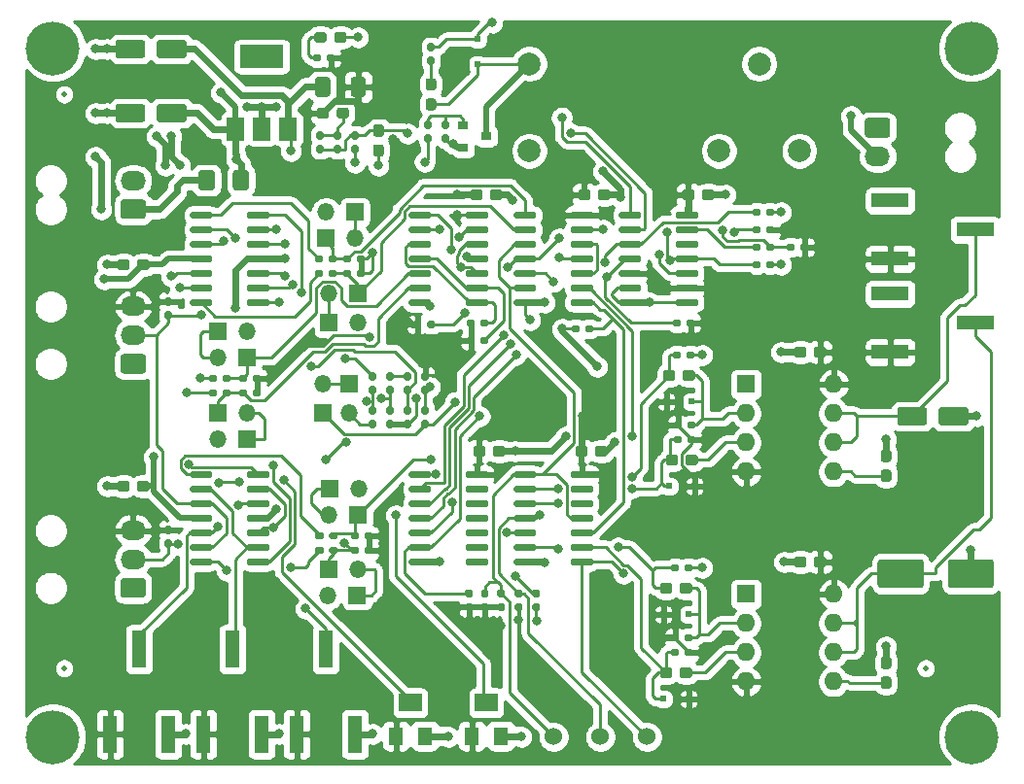
<source format=gbr>
%TF.GenerationSoftware,KiCad,Pcbnew,(5.1.10)-1*%
%TF.CreationDate,2022-04-28T16:12:41+02:00*%
%TF.ProjectId,BSPD-CV_3_0_03RC_B,42535044-2d43-4565-9f33-5f305f303352,rev?*%
%TF.SameCoordinates,Original*%
%TF.FileFunction,Copper,L1,Top*%
%TF.FilePolarity,Positive*%
%FSLAX46Y46*%
G04 Gerber Fmt 4.6, Leading zero omitted, Abs format (unit mm)*
G04 Created by KiCad (PCBNEW (5.1.10)-1) date 2022-04-28 16:12:41*
%MOMM*%
%LPD*%
G01*
G04 APERTURE LIST*
%TA.AperFunction,ComponentPad*%
%ADD10C,2.000000*%
%TD*%
%TA.AperFunction,SMDPad,CuDef*%
%ADD11R,1.500000X2.000000*%
%TD*%
%TA.AperFunction,SMDPad,CuDef*%
%ADD12R,3.800000X2.000000*%
%TD*%
%TA.AperFunction,ComponentPad*%
%ADD13O,1.500000X1.500000*%
%TD*%
%TA.AperFunction,ComponentPad*%
%ADD14R,1.500000X1.500000*%
%TD*%
%TA.AperFunction,ComponentPad*%
%ADD15O,1.600000X1.600000*%
%TD*%
%TA.AperFunction,ComponentPad*%
%ADD16R,1.600000X1.600000*%
%TD*%
%TA.AperFunction,ComponentPad*%
%ADD17O,2.200000X1.700000*%
%TD*%
%TA.AperFunction,ComponentPad*%
%ADD18C,4.700000*%
%TD*%
%TA.AperFunction,SMDPad,CuDef*%
%ADD19R,0.500000X0.500000*%
%TD*%
%TA.AperFunction,SMDPad,CuDef*%
%ADD20C,1.524000*%
%TD*%
%TA.AperFunction,SMDPad,CuDef*%
%ADD21R,1.300000X1.600000*%
%TD*%
%TA.AperFunction,SMDPad,CuDef*%
%ADD22R,2.000000X1.600000*%
%TD*%
%TA.AperFunction,SMDPad,CuDef*%
%ADD23R,1.300000X3.300000*%
%TD*%
%TA.AperFunction,SMDPad,CuDef*%
%ADD24R,3.300000X1.300000*%
%TD*%
%TA.AperFunction,SMDPad,CuDef*%
%ADD25R,0.900000X0.800000*%
%TD*%
%TA.AperFunction,SMDPad,CuDef*%
%ADD26C,0.500000*%
%TD*%
%TA.AperFunction,ViaPad*%
%ADD27C,0.800000*%
%TD*%
%TA.AperFunction,Conductor*%
%ADD28C,0.625000*%
%TD*%
%TA.AperFunction,Conductor*%
%ADD29C,0.254000*%
%TD*%
%TA.AperFunction,Conductor*%
%ADD30C,0.508000*%
%TD*%
%TA.AperFunction,Conductor*%
%ADD31C,0.250000*%
%TD*%
%TA.AperFunction,Conductor*%
%ADD32C,0.100000*%
%TD*%
G04 APERTURE END LIST*
D10*
%TO.P,K101,11*%
%TO.N,Net-(J4-Pad2)*%
X214498000Y-99324000D03*
%TO.P,K101,12*%
%TO.N,Net-(JP102-Pad1)*%
X210998000Y-106924000D03*
%TO.P,K101,14*%
%TO.N,Net-(JP101-Pad1)*%
X217998000Y-106924000D03*
%TO.P,K101,A1*%
%TO.N,VBatt_F*%
X194498000Y-106924000D03*
%TO.P,K101,A2*%
%TO.N,Net-(D101-Pad1)*%
X194498000Y-99324000D03*
%TD*%
D11*
%TO.P,U1,1*%
%TO.N,VBatt_F*%
X168896000Y-105004000D03*
%TO.P,U1,3*%
%TO.N,CurrentS+*%
X173496000Y-105004000D03*
%TO.P,U1,2*%
%TO.N,GND*%
X171196000Y-105004000D03*
D12*
%TO.P,U1,4*%
%TO.N,N/C*%
X171196000Y-98704000D03*
%TD*%
%TO.P,R58,2*%
%TO.N,BrakeTrigg*%
%TA.AperFunction,SMDPad,CuDef*%
G36*
G01*
X177024000Y-117762000D02*
X177024000Y-117442000D01*
G75*
G02*
X177184000Y-117282000I160000J0D01*
G01*
X177579000Y-117282000D01*
G75*
G02*
X177739000Y-117442000I0J-160000D01*
G01*
X177739000Y-117762000D01*
G75*
G02*
X177579000Y-117922000I-160000J0D01*
G01*
X177184000Y-117922000D01*
G75*
G02*
X177024000Y-117762000I0J160000D01*
G01*
G37*
%TD.AperFunction*%
%TO.P,R58,1*%
%TO.N,Net-(R58-Pad1)*%
%TA.AperFunction,SMDPad,CuDef*%
G36*
G01*
X175829000Y-117762000D02*
X175829000Y-117442000D01*
G75*
G02*
X175989000Y-117282000I160000J0D01*
G01*
X176384000Y-117282000D01*
G75*
G02*
X176544000Y-117442000I0J-160000D01*
G01*
X176544000Y-117762000D01*
G75*
G02*
X176384000Y-117922000I-160000J0D01*
G01*
X175989000Y-117922000D01*
G75*
G02*
X175829000Y-117762000I0J160000D01*
G01*
G37*
%TD.AperFunction*%
%TD*%
%TO.P,R48,2*%
%TO.N,AccTrigg*%
%TA.AperFunction,SMDPad,CuDef*%
G36*
G01*
X177024000Y-116492000D02*
X177024000Y-116172000D01*
G75*
G02*
X177184000Y-116012000I160000J0D01*
G01*
X177579000Y-116012000D01*
G75*
G02*
X177739000Y-116172000I0J-160000D01*
G01*
X177739000Y-116492000D01*
G75*
G02*
X177579000Y-116652000I-160000J0D01*
G01*
X177184000Y-116652000D01*
G75*
G02*
X177024000Y-116492000I0J160000D01*
G01*
G37*
%TD.AperFunction*%
%TO.P,R48,1*%
%TO.N,Net-(R48-Pad1)*%
%TA.AperFunction,SMDPad,CuDef*%
G36*
G01*
X175829000Y-116492000D02*
X175829000Y-116172000D01*
G75*
G02*
X175989000Y-116012000I160000J0D01*
G01*
X176384000Y-116012000D01*
G75*
G02*
X176544000Y-116172000I0J-160000D01*
G01*
X176544000Y-116492000D01*
G75*
G02*
X176384000Y-116652000I-160000J0D01*
G01*
X175989000Y-116652000D01*
G75*
G02*
X175829000Y-116492000I0J160000D01*
G01*
G37*
%TD.AperFunction*%
%TD*%
D13*
%TO.P,D56,2*%
%TO.N,GND*%
X179578000Y-121920000D03*
D14*
%TO.P,D56,1*%
%TO.N,Net-(D55-Pad2)*%
X177038000Y-121920000D03*
%TD*%
D13*
%TO.P,D55,2*%
%TO.N,Net-(D55-Pad2)*%
X177038000Y-119380000D03*
D14*
%TO.P,D55,1*%
%TO.N,BrakeTrigg*%
X179578000Y-119380000D03*
%TD*%
D13*
%TO.P,D47,2*%
%TO.N,GND*%
X176784000Y-112268000D03*
D14*
%TO.P,D47,1*%
%TO.N,Net-(D46-Pad2)*%
X179324000Y-112268000D03*
%TD*%
D13*
%TO.P,D46,2*%
%TO.N,Net-(D46-Pad2)*%
X179324000Y-114554000D03*
D14*
%TO.P,D46,1*%
%TO.N,AccTrigg*%
X176784000Y-114554000D03*
%TD*%
D13*
%TO.P,D22,2*%
%TO.N,Net-(D21-Pad1)*%
X176530000Y-127254000D03*
D14*
%TO.P,D22,1*%
%TO.N,errCurrent*%
X176530000Y-129794000D03*
%TD*%
D13*
%TO.P,D21,2*%
%TO.N,GND*%
X178816000Y-129794000D03*
D14*
%TO.P,D21,1*%
%TO.N,Net-(D21-Pad1)*%
X178816000Y-127254000D03*
%TD*%
%TO.P,C95,2*%
%TO.N,GND*%
%TA.AperFunction,SMDPad,CuDef*%
G36*
G01*
X218623000Y-142510500D02*
X218623000Y-142985500D01*
G75*
G02*
X218385500Y-143223000I-237500J0D01*
G01*
X217785500Y-143223000D01*
G75*
G02*
X217548000Y-142985500I0J237500D01*
G01*
X217548000Y-142510500D01*
G75*
G02*
X217785500Y-142273000I237500J0D01*
G01*
X218385500Y-142273000D01*
G75*
G02*
X218623000Y-142510500I0J-237500D01*
G01*
G37*
%TD.AperFunction*%
%TO.P,C95,1*%
%TO.N,+5V*%
%TA.AperFunction,SMDPad,CuDef*%
G36*
G01*
X220348000Y-142510500D02*
X220348000Y-142985500D01*
G75*
G02*
X220110500Y-143223000I-237500J0D01*
G01*
X219510500Y-143223000D01*
G75*
G02*
X219273000Y-142985500I0J237500D01*
G01*
X219273000Y-142510500D01*
G75*
G02*
X219510500Y-142273000I237500J0D01*
G01*
X220110500Y-142273000D01*
G75*
G02*
X220348000Y-142510500I0J-237500D01*
G01*
G37*
%TD.AperFunction*%
%TD*%
%TO.P,C85,2*%
%TO.N,GND*%
%TA.AperFunction,SMDPad,CuDef*%
G36*
G01*
X218623000Y-124222500D02*
X218623000Y-124697500D01*
G75*
G02*
X218385500Y-124935000I-237500J0D01*
G01*
X217785500Y-124935000D01*
G75*
G02*
X217548000Y-124697500I0J237500D01*
G01*
X217548000Y-124222500D01*
G75*
G02*
X217785500Y-123985000I237500J0D01*
G01*
X218385500Y-123985000D01*
G75*
G02*
X218623000Y-124222500I0J-237500D01*
G01*
G37*
%TD.AperFunction*%
%TO.P,C85,1*%
%TO.N,+5V*%
%TA.AperFunction,SMDPad,CuDef*%
G36*
G01*
X220348000Y-124222500D02*
X220348000Y-124697500D01*
G75*
G02*
X220110500Y-124935000I-237500J0D01*
G01*
X219510500Y-124935000D01*
G75*
G02*
X219273000Y-124697500I0J237500D01*
G01*
X219273000Y-124222500D01*
G75*
G02*
X219510500Y-123985000I237500J0D01*
G01*
X220110500Y-123985000D01*
G75*
G02*
X220348000Y-124222500I0J-237500D01*
G01*
G37*
%TD.AperFunction*%
%TD*%
D13*
%TO.P,D54,2*%
%TO.N,GND*%
X167386000Y-132080000D03*
D14*
%TO.P,D54,1*%
%TO.N,Net-(D53-Pad2)*%
X169926000Y-132080000D03*
%TD*%
D13*
%TO.P,D53,2*%
%TO.N,Net-(D53-Pad2)*%
X169926000Y-129794000D03*
D14*
%TO.P,D53,1*%
%TO.N,Net-(D53-Pad1)*%
X167386000Y-129794000D03*
%TD*%
D13*
%TO.P,D52,2*%
%TO.N,GND*%
X169926000Y-122682000D03*
D14*
%TO.P,D52,1*%
%TO.N,Net-(D51-Pad2)*%
X167386000Y-122682000D03*
%TD*%
D13*
%TO.P,D51,2*%
%TO.N,Net-(D51-Pad2)*%
X167386000Y-124968000D03*
D14*
%TO.P,D51,1*%
%TO.N,Net-(D51-Pad1)*%
X169926000Y-124968000D03*
%TD*%
D13*
%TO.P,D44,2*%
%TO.N,GND*%
X176974500Y-145669000D03*
D14*
%TO.P,D44,1*%
%TO.N,Net-(D43-Pad2)*%
X179514500Y-145669000D03*
%TD*%
D13*
%TO.P,D43,2*%
%TO.N,Net-(D43-Pad2)*%
X179578000Y-143383000D03*
D14*
%TO.P,D43,1*%
%TO.N,Net-(D43-Pad1)*%
X177038000Y-143383000D03*
%TD*%
D13*
%TO.P,D42,2*%
%TO.N,GND*%
X179641500Y-136398000D03*
D14*
%TO.P,D42,1*%
%TO.N,Net-(D41-Pad2)*%
X177101500Y-136398000D03*
%TD*%
D13*
%TO.P,D41,2*%
%TO.N,Net-(D41-Pad2)*%
X177038000Y-138684000D03*
D14*
%TO.P,D41,1*%
%TO.N,Net-(D41-Pad1)*%
X179578000Y-138684000D03*
%TD*%
%TO.P,R33,2*%
%TO.N,Initialize*%
%TA.AperFunction,SMDPad,CuDef*%
G36*
G01*
X176116000Y-106412000D02*
X176436000Y-106412000D01*
G75*
G02*
X176596000Y-106572000I0J-160000D01*
G01*
X176596000Y-106967000D01*
G75*
G02*
X176436000Y-107127000I-160000J0D01*
G01*
X176116000Y-107127000D01*
G75*
G02*
X175956000Y-106967000I0J160000D01*
G01*
X175956000Y-106572000D01*
G75*
G02*
X176116000Y-106412000I160000J0D01*
G01*
G37*
%TD.AperFunction*%
%TO.P,R33,1*%
%TO.N,Net-(C31-Pad2)*%
%TA.AperFunction,SMDPad,CuDef*%
G36*
G01*
X176116000Y-105217000D02*
X176436000Y-105217000D01*
G75*
G02*
X176596000Y-105377000I0J-160000D01*
G01*
X176596000Y-105772000D01*
G75*
G02*
X176436000Y-105932000I-160000J0D01*
G01*
X176116000Y-105932000D01*
G75*
G02*
X175956000Y-105772000I0J160000D01*
G01*
X175956000Y-105377000D01*
G75*
G02*
X176116000Y-105217000I160000J0D01*
G01*
G37*
%TD.AperFunction*%
%TD*%
%TO.P,R31,2*%
%TO.N,Initialize*%
%TA.AperFunction,SMDPad,CuDef*%
G36*
G01*
X177640000Y-106412000D02*
X177960000Y-106412000D01*
G75*
G02*
X178120000Y-106572000I0J-160000D01*
G01*
X178120000Y-106967000D01*
G75*
G02*
X177960000Y-107127000I-160000J0D01*
G01*
X177640000Y-107127000D01*
G75*
G02*
X177480000Y-106967000I0J160000D01*
G01*
X177480000Y-106572000D01*
G75*
G02*
X177640000Y-106412000I160000J0D01*
G01*
G37*
%TD.AperFunction*%
%TO.P,R31,1*%
%TO.N,Net-(C31-Pad2)*%
%TA.AperFunction,SMDPad,CuDef*%
G36*
G01*
X177640000Y-105217000D02*
X177960000Y-105217000D01*
G75*
G02*
X178120000Y-105377000I0J-160000D01*
G01*
X178120000Y-105772000D01*
G75*
G02*
X177960000Y-105932000I-160000J0D01*
G01*
X177640000Y-105932000D01*
G75*
G02*
X177480000Y-105772000I0J160000D01*
G01*
X177480000Y-105377000D01*
G75*
G02*
X177640000Y-105217000I160000J0D01*
G01*
G37*
%TD.AperFunction*%
%TD*%
%TO.P,C32,2*%
%TO.N,Initialize*%
%TA.AperFunction,SMDPad,CuDef*%
G36*
G01*
X181593500Y-105693500D02*
X181118500Y-105693500D01*
G75*
G02*
X180881000Y-105456000I0J237500D01*
G01*
X180881000Y-104856000D01*
G75*
G02*
X181118500Y-104618500I237500J0D01*
G01*
X181593500Y-104618500D01*
G75*
G02*
X181831000Y-104856000I0J-237500D01*
G01*
X181831000Y-105456000D01*
G75*
G02*
X181593500Y-105693500I-237500J0D01*
G01*
G37*
%TD.AperFunction*%
%TO.P,C32,1*%
%TO.N,GND*%
%TA.AperFunction,SMDPad,CuDef*%
G36*
G01*
X181593500Y-107418500D02*
X181118500Y-107418500D01*
G75*
G02*
X180881000Y-107181000I0J237500D01*
G01*
X180881000Y-106581000D01*
G75*
G02*
X181118500Y-106343500I237500J0D01*
G01*
X181593500Y-106343500D01*
G75*
G02*
X181831000Y-106581000I0J-237500D01*
G01*
X181831000Y-107181000D01*
G75*
G02*
X181593500Y-107418500I-237500J0D01*
G01*
G37*
%TD.AperFunction*%
%TD*%
%TO.P,C84,2*%
%TO.N,GND*%
%TA.AperFunction,SMDPad,CuDef*%
G36*
G01*
X230116000Y-130598000D02*
X230116000Y-129498000D01*
G75*
G02*
X230366000Y-129248000I250000J0D01*
G01*
X232466000Y-129248000D01*
G75*
G02*
X232716000Y-129498000I0J-250000D01*
G01*
X232716000Y-130598000D01*
G75*
G02*
X232466000Y-130848000I-250000J0D01*
G01*
X230366000Y-130848000D01*
G75*
G02*
X230116000Y-130598000I0J250000D01*
G01*
G37*
%TD.AperFunction*%
%TO.P,C84,1*%
%TO.N,Net-(C84-Pad1)*%
%TA.AperFunction,SMDPad,CuDef*%
G36*
G01*
X226516000Y-130598000D02*
X226516000Y-129498000D01*
G75*
G02*
X226766000Y-129248000I250000J0D01*
G01*
X228866000Y-129248000D01*
G75*
G02*
X229116000Y-129498000I0J-250000D01*
G01*
X229116000Y-130598000D01*
G75*
G02*
X228866000Y-130848000I-250000J0D01*
G01*
X226766000Y-130848000D01*
G75*
G02*
X226516000Y-130598000I0J250000D01*
G01*
G37*
%TD.AperFunction*%
%TD*%
D15*
%TO.P,U91,8*%
%TO.N,+5V*%
X220980000Y-145542000D03*
%TO.P,U91,4*%
X213360000Y-153162000D03*
%TO.P,U91,7*%
%TO.N,Net-(C94-Pad1)*%
X220980000Y-148082000D03*
%TO.P,U91,3*%
%TO.N,Net-(C93-Pad1)*%
X213360000Y-150622000D03*
%TO.P,U91,6*%
%TO.N,Net-(C94-Pad1)*%
X220980000Y-150622000D03*
%TO.P,U91,2*%
%TO.N,Net-(C91-Pad2)*%
X213360000Y-148082000D03*
%TO.P,U91,5*%
%TO.N,Net-(C92-Pad2)*%
X220980000Y-153162000D03*
D16*
%TO.P,U91,1*%
%TO.N,GND*%
X213360000Y-145542000D03*
%TD*%
D15*
%TO.P,U81,8*%
%TO.N,+5V*%
X220980000Y-127254000D03*
%TO.P,U81,4*%
X213360000Y-134874000D03*
%TO.P,U81,7*%
%TO.N,Net-(C84-Pad1)*%
X220980000Y-129794000D03*
%TO.P,U81,3*%
%TO.N,Net-(C83-Pad1)*%
X213360000Y-132334000D03*
%TO.P,U81,6*%
%TO.N,Net-(C84-Pad1)*%
X220980000Y-132334000D03*
%TO.P,U81,2*%
%TO.N,Net-(C81-Pad2)*%
X213360000Y-129794000D03*
%TO.P,U81,5*%
%TO.N,Net-(C82-Pad2)*%
X220980000Y-134874000D03*
D16*
%TO.P,U81,1*%
%TO.N,GND*%
X213360000Y-127254000D03*
%TD*%
%TO.P,F11,2*%
%TO.N,VBatt_F*%
%TA.AperFunction,SMDPad,CuDef*%
G36*
G01*
X168669000Y-110099000D02*
X168669000Y-108849000D01*
G75*
G02*
X168919000Y-108599000I250000J0D01*
G01*
X169844000Y-108599000D01*
G75*
G02*
X170094000Y-108849000I0J-250000D01*
G01*
X170094000Y-110099000D01*
G75*
G02*
X169844000Y-110349000I-250000J0D01*
G01*
X168919000Y-110349000D01*
G75*
G02*
X168669000Y-110099000I0J250000D01*
G01*
G37*
%TD.AperFunction*%
%TO.P,F11,1*%
%TO.N,VBatt*%
%TA.AperFunction,SMDPad,CuDef*%
G36*
G01*
X165694000Y-110099000D02*
X165694000Y-108849000D01*
G75*
G02*
X165944000Y-108599000I250000J0D01*
G01*
X166869000Y-108599000D01*
G75*
G02*
X167119000Y-108849000I0J-250000D01*
G01*
X167119000Y-110099000D01*
G75*
G02*
X166869000Y-110349000I-250000J0D01*
G01*
X165944000Y-110349000D01*
G75*
G02*
X165694000Y-110099000I0J250000D01*
G01*
G37*
%TD.AperFunction*%
%TD*%
D17*
%TO.P,J3,3*%
%TO.N,+5V*%
X160000000Y-140000000D03*
%TO.P,J3,2*%
%TO.N,sens1*%
X160000000Y-142500000D03*
%TO.P,J3,1*%
%TO.N,GND*%
%TA.AperFunction,ComponentPad*%
G36*
G01*
X161100000Y-144400000D02*
X161100000Y-145600000D01*
G75*
G02*
X160850000Y-145850000I-250000J0D01*
G01*
X159150000Y-145850000D01*
G75*
G02*
X158900000Y-145600000I0J250000D01*
G01*
X158900000Y-144400000D01*
G75*
G02*
X159150000Y-144150000I250000J0D01*
G01*
X160850000Y-144150000D01*
G75*
G02*
X161100000Y-144400000I0J-250000D01*
G01*
G37*
%TD.AperFunction*%
%TD*%
%TO.P,J2,3*%
%TO.N,+5V*%
X160000000Y-120476000D03*
%TO.P,J2,2*%
%TO.N,sens0*%
X160000000Y-122976000D03*
%TO.P,J2,1*%
%TO.N,GND*%
%TA.AperFunction,ComponentPad*%
G36*
G01*
X161100000Y-124876000D02*
X161100000Y-126076000D01*
G75*
G02*
X160850000Y-126326000I-250000J0D01*
G01*
X159150000Y-126326000D01*
G75*
G02*
X158900000Y-126076000I0J250000D01*
G01*
X158900000Y-124876000D01*
G75*
G02*
X159150000Y-124626000I250000J0D01*
G01*
X160850000Y-124626000D01*
G75*
G02*
X161100000Y-124876000I0J-250000D01*
G01*
G37*
%TD.AperFunction*%
%TD*%
%TO.P,J4,2*%
%TO.N,Net-(J4-Pad2)*%
X224815400Y-107402000D03*
%TO.P,J4,1*%
%TO.N,Net-(J4-Pad1)*%
%TA.AperFunction,ComponentPad*%
G36*
G01*
X223715400Y-105502000D02*
X223715400Y-104302000D01*
G75*
G02*
X223965400Y-104052000I250000J0D01*
G01*
X225665400Y-104052000D01*
G75*
G02*
X225915400Y-104302000I0J-250000D01*
G01*
X225915400Y-105502000D01*
G75*
G02*
X225665400Y-105752000I-250000J0D01*
G01*
X223965400Y-105752000D01*
G75*
G02*
X223715400Y-105502000I0J250000D01*
G01*
G37*
%TD.AperFunction*%
%TD*%
%TO.P,J1,2*%
%TO.N,GND*%
X160000000Y-109500000D03*
%TO.P,J1,1*%
%TO.N,VBatt*%
%TA.AperFunction,ComponentPad*%
G36*
G01*
X161100000Y-111400000D02*
X161100000Y-112600000D01*
G75*
G02*
X160850000Y-112850000I-250000J0D01*
G01*
X159150000Y-112850000D01*
G75*
G02*
X158900000Y-112600000I0J250000D01*
G01*
X158900000Y-111400000D01*
G75*
G02*
X159150000Y-111150000I250000J0D01*
G01*
X160850000Y-111150000D01*
G75*
G02*
X161100000Y-111400000I0J-250000D01*
G01*
G37*
%TD.AperFunction*%
%TD*%
D18*
%TO.P,H4,1*%
%TO.N,N/C*%
X233000000Y-158000000D03*
%TD*%
%TO.P,H3,1*%
%TO.N,N/C*%
X153000000Y-158000000D03*
%TD*%
%TO.P,H2,1*%
%TO.N,N/C*%
X233000000Y-98000000D03*
%TD*%
%TO.P,H1,1*%
%TO.N,N/C*%
X153000000Y-98000000D03*
%TD*%
D19*
%TO.P,D102,2*%
%TO.N,Net-(D101-Pad1)*%
X189992000Y-99398000D03*
%TO.P,D102,1*%
%TO.N,VBatt_F*%
X189992000Y-97198000D03*
%TD*%
%TO.P,U8,14*%
%TO.N,+5V*%
%TA.AperFunction,SMDPad,CuDef*%
G36*
G01*
X188952000Y-135278000D02*
X188952000Y-134978000D01*
G75*
G02*
X189102000Y-134828000I150000J0D01*
G01*
X190752000Y-134828000D01*
G75*
G02*
X190902000Y-134978000I0J-150000D01*
G01*
X190902000Y-135278000D01*
G75*
G02*
X190752000Y-135428000I-150000J0D01*
G01*
X189102000Y-135428000D01*
G75*
G02*
X188952000Y-135278000I0J150000D01*
G01*
G37*
%TD.AperFunction*%
%TO.P,U8,13*%
%TO.N,N/C*%
%TA.AperFunction,SMDPad,CuDef*%
G36*
G01*
X188952000Y-136548000D02*
X188952000Y-136248000D01*
G75*
G02*
X189102000Y-136098000I150000J0D01*
G01*
X190752000Y-136098000D01*
G75*
G02*
X190902000Y-136248000I0J-150000D01*
G01*
X190902000Y-136548000D01*
G75*
G02*
X190752000Y-136698000I-150000J0D01*
G01*
X189102000Y-136698000D01*
G75*
G02*
X188952000Y-136548000I0J150000D01*
G01*
G37*
%TD.AperFunction*%
%TO.P,U8,12*%
%TA.AperFunction,SMDPad,CuDef*%
G36*
G01*
X188952000Y-137818000D02*
X188952000Y-137518000D01*
G75*
G02*
X189102000Y-137368000I150000J0D01*
G01*
X190752000Y-137368000D01*
G75*
G02*
X190902000Y-137518000I0J-150000D01*
G01*
X190902000Y-137818000D01*
G75*
G02*
X190752000Y-137968000I-150000J0D01*
G01*
X189102000Y-137968000D01*
G75*
G02*
X188952000Y-137818000I0J150000D01*
G01*
G37*
%TD.AperFunction*%
%TO.P,U8,11*%
%TA.AperFunction,SMDPad,CuDef*%
G36*
G01*
X188952000Y-139088000D02*
X188952000Y-138788000D01*
G75*
G02*
X189102000Y-138638000I150000J0D01*
G01*
X190752000Y-138638000D01*
G75*
G02*
X190902000Y-138788000I0J-150000D01*
G01*
X190902000Y-139088000D01*
G75*
G02*
X190752000Y-139238000I-150000J0D01*
G01*
X189102000Y-139238000D01*
G75*
G02*
X188952000Y-139088000I0J150000D01*
G01*
G37*
%TD.AperFunction*%
%TO.P,U8,10*%
%TA.AperFunction,SMDPad,CuDef*%
G36*
G01*
X188952000Y-140358000D02*
X188952000Y-140058000D01*
G75*
G02*
X189102000Y-139908000I150000J0D01*
G01*
X190752000Y-139908000D01*
G75*
G02*
X190902000Y-140058000I0J-150000D01*
G01*
X190902000Y-140358000D01*
G75*
G02*
X190752000Y-140508000I-150000J0D01*
G01*
X189102000Y-140508000D01*
G75*
G02*
X188952000Y-140358000I0J150000D01*
G01*
G37*
%TD.AperFunction*%
%TO.P,U8,9*%
%TA.AperFunction,SMDPad,CuDef*%
G36*
G01*
X188952000Y-141628000D02*
X188952000Y-141328000D01*
G75*
G02*
X189102000Y-141178000I150000J0D01*
G01*
X190752000Y-141178000D01*
G75*
G02*
X190902000Y-141328000I0J-150000D01*
G01*
X190902000Y-141628000D01*
G75*
G02*
X190752000Y-141778000I-150000J0D01*
G01*
X189102000Y-141778000D01*
G75*
G02*
X188952000Y-141628000I0J150000D01*
G01*
G37*
%TD.AperFunction*%
%TO.P,U8,8*%
%TA.AperFunction,SMDPad,CuDef*%
G36*
G01*
X188952000Y-142898000D02*
X188952000Y-142598000D01*
G75*
G02*
X189102000Y-142448000I150000J0D01*
G01*
X190752000Y-142448000D01*
G75*
G02*
X190902000Y-142598000I0J-150000D01*
G01*
X190902000Y-142898000D01*
G75*
G02*
X190752000Y-143048000I-150000J0D01*
G01*
X189102000Y-143048000D01*
G75*
G02*
X188952000Y-142898000I0J150000D01*
G01*
G37*
%TD.AperFunction*%
%TO.P,U8,7*%
%TO.N,GND*%
%TA.AperFunction,SMDPad,CuDef*%
G36*
G01*
X184002000Y-142898000D02*
X184002000Y-142598000D01*
G75*
G02*
X184152000Y-142448000I150000J0D01*
G01*
X185802000Y-142448000D01*
G75*
G02*
X185952000Y-142598000I0J-150000D01*
G01*
X185952000Y-142898000D01*
G75*
G02*
X185802000Y-143048000I-150000J0D01*
G01*
X184152000Y-143048000D01*
G75*
G02*
X184002000Y-142898000I0J150000D01*
G01*
G37*
%TD.AperFunction*%
%TO.P,U8,6*%
%TO.N,errCondition*%
%TA.AperFunction,SMDPad,CuDef*%
G36*
G01*
X184002000Y-141628000D02*
X184002000Y-141328000D01*
G75*
G02*
X184152000Y-141178000I150000J0D01*
G01*
X185802000Y-141178000D01*
G75*
G02*
X185952000Y-141328000I0J-150000D01*
G01*
X185952000Y-141628000D01*
G75*
G02*
X185802000Y-141778000I-150000J0D01*
G01*
X184152000Y-141778000D01*
G75*
G02*
X184002000Y-141628000I0J150000D01*
G01*
G37*
%TD.AperFunction*%
%TO.P,U8,5*%
%TO.N,Timer2_IN*%
%TA.AperFunction,SMDPad,CuDef*%
G36*
G01*
X184002000Y-140358000D02*
X184002000Y-140058000D01*
G75*
G02*
X184152000Y-139908000I150000J0D01*
G01*
X185802000Y-139908000D01*
G75*
G02*
X185952000Y-140058000I0J-150000D01*
G01*
X185952000Y-140358000D01*
G75*
G02*
X185802000Y-140508000I-150000J0D01*
G01*
X184152000Y-140508000D01*
G75*
G02*
X184002000Y-140358000I0J150000D01*
G01*
G37*
%TD.AperFunction*%
%TO.P,U8,4*%
%TO.N,Cut_SD*%
%TA.AperFunction,SMDPad,CuDef*%
G36*
G01*
X184002000Y-139088000D02*
X184002000Y-138788000D01*
G75*
G02*
X184152000Y-138638000I150000J0D01*
G01*
X185802000Y-138638000D01*
G75*
G02*
X185952000Y-138788000I0J-150000D01*
G01*
X185952000Y-139088000D01*
G75*
G02*
X185802000Y-139238000I-150000J0D01*
G01*
X184152000Y-139238000D01*
G75*
G02*
X184002000Y-139088000I0J150000D01*
G01*
G37*
%TD.AperFunction*%
%TO.P,U8,3*%
%TO.N,Net-(R78-Pad2)*%
%TA.AperFunction,SMDPad,CuDef*%
G36*
G01*
X184002000Y-137818000D02*
X184002000Y-137518000D01*
G75*
G02*
X184152000Y-137368000I150000J0D01*
G01*
X185802000Y-137368000D01*
G75*
G02*
X185952000Y-137518000I0J-150000D01*
G01*
X185952000Y-137818000D01*
G75*
G02*
X185802000Y-137968000I-150000J0D01*
G01*
X184152000Y-137968000D01*
G75*
G02*
X184002000Y-137818000I0J150000D01*
G01*
G37*
%TD.AperFunction*%
%TO.P,U8,2*%
%TO.N,Net-(U4-Pad11)*%
%TA.AperFunction,SMDPad,CuDef*%
G36*
G01*
X184002000Y-136548000D02*
X184002000Y-136248000D01*
G75*
G02*
X184152000Y-136098000I150000J0D01*
G01*
X185802000Y-136098000D01*
G75*
G02*
X185952000Y-136248000I0J-150000D01*
G01*
X185952000Y-136548000D01*
G75*
G02*
X185802000Y-136698000I-150000J0D01*
G01*
X184152000Y-136698000D01*
G75*
G02*
X184002000Y-136548000I0J150000D01*
G01*
G37*
%TD.AperFunction*%
%TO.P,U8,1*%
%TO.N,Initialize*%
%TA.AperFunction,SMDPad,CuDef*%
G36*
G01*
X184002000Y-135278000D02*
X184002000Y-134978000D01*
G75*
G02*
X184152000Y-134828000I150000J0D01*
G01*
X185802000Y-134828000D01*
G75*
G02*
X185952000Y-134978000I0J-150000D01*
G01*
X185952000Y-135278000D01*
G75*
G02*
X185802000Y-135428000I-150000J0D01*
G01*
X184152000Y-135428000D01*
G75*
G02*
X184002000Y-135278000I0J150000D01*
G01*
G37*
%TD.AperFunction*%
%TD*%
%TO.P,U5,14*%
%TO.N,+5V*%
%TA.AperFunction,SMDPad,CuDef*%
G36*
G01*
X198096000Y-135278000D02*
X198096000Y-134978000D01*
G75*
G02*
X198246000Y-134828000I150000J0D01*
G01*
X199896000Y-134828000D01*
G75*
G02*
X200046000Y-134978000I0J-150000D01*
G01*
X200046000Y-135278000D01*
G75*
G02*
X199896000Y-135428000I-150000J0D01*
G01*
X198246000Y-135428000D01*
G75*
G02*
X198096000Y-135278000I0J150000D01*
G01*
G37*
%TD.AperFunction*%
%TO.P,U5,13*%
%TO.N,N/C*%
%TA.AperFunction,SMDPad,CuDef*%
G36*
G01*
X198096000Y-136548000D02*
X198096000Y-136248000D01*
G75*
G02*
X198246000Y-136098000I150000J0D01*
G01*
X199896000Y-136098000D01*
G75*
G02*
X200046000Y-136248000I0J-150000D01*
G01*
X200046000Y-136548000D01*
G75*
G02*
X199896000Y-136698000I-150000J0D01*
G01*
X198246000Y-136698000D01*
G75*
G02*
X198096000Y-136548000I0J150000D01*
G01*
G37*
%TD.AperFunction*%
%TO.P,U5,12*%
%TA.AperFunction,SMDPad,CuDef*%
G36*
G01*
X198096000Y-137818000D02*
X198096000Y-137518000D01*
G75*
G02*
X198246000Y-137368000I150000J0D01*
G01*
X199896000Y-137368000D01*
G75*
G02*
X200046000Y-137518000I0J-150000D01*
G01*
X200046000Y-137818000D01*
G75*
G02*
X199896000Y-137968000I-150000J0D01*
G01*
X198246000Y-137968000D01*
G75*
G02*
X198096000Y-137818000I0J150000D01*
G01*
G37*
%TD.AperFunction*%
%TO.P,U5,11*%
%TO.N,Timer1_IN*%
%TA.AperFunction,SMDPad,CuDef*%
G36*
G01*
X198096000Y-139088000D02*
X198096000Y-138788000D01*
G75*
G02*
X198246000Y-138638000I150000J0D01*
G01*
X199896000Y-138638000D01*
G75*
G02*
X200046000Y-138788000I0J-150000D01*
G01*
X200046000Y-139088000D01*
G75*
G02*
X199896000Y-139238000I-150000J0D01*
G01*
X198246000Y-139238000D01*
G75*
G02*
X198096000Y-139088000I0J150000D01*
G01*
G37*
%TD.AperFunction*%
%TO.P,U5,10*%
%TO.N,Net-(R8-Pad2)*%
%TA.AperFunction,SMDPad,CuDef*%
G36*
G01*
X198096000Y-140358000D02*
X198096000Y-140058000D01*
G75*
G02*
X198246000Y-139908000I150000J0D01*
G01*
X199896000Y-139908000D01*
G75*
G02*
X200046000Y-140058000I0J-150000D01*
G01*
X200046000Y-140358000D01*
G75*
G02*
X199896000Y-140508000I-150000J0D01*
G01*
X198246000Y-140508000D01*
G75*
G02*
X198096000Y-140358000I0J150000D01*
G01*
G37*
%TD.AperFunction*%
%TO.P,U5,9*%
%TO.N,Net-(C93-Pad2)*%
%TA.AperFunction,SMDPad,CuDef*%
G36*
G01*
X198096000Y-141628000D02*
X198096000Y-141328000D01*
G75*
G02*
X198246000Y-141178000I150000J0D01*
G01*
X199896000Y-141178000D01*
G75*
G02*
X200046000Y-141328000I0J-150000D01*
G01*
X200046000Y-141628000D01*
G75*
G02*
X199896000Y-141778000I-150000J0D01*
G01*
X198246000Y-141778000D01*
G75*
G02*
X198096000Y-141628000I0J150000D01*
G01*
G37*
%TD.AperFunction*%
%TO.P,U5,8*%
%TO.N,Timer2_OUT*%
%TA.AperFunction,SMDPad,CuDef*%
G36*
G01*
X198096000Y-142898000D02*
X198096000Y-142598000D01*
G75*
G02*
X198246000Y-142448000I150000J0D01*
G01*
X199896000Y-142448000D01*
G75*
G02*
X200046000Y-142598000I0J-150000D01*
G01*
X200046000Y-142898000D01*
G75*
G02*
X199896000Y-143048000I-150000J0D01*
G01*
X198246000Y-143048000D01*
G75*
G02*
X198096000Y-142898000I0J150000D01*
G01*
G37*
%TD.AperFunction*%
%TO.P,U5,7*%
%TO.N,GND*%
%TA.AperFunction,SMDPad,CuDef*%
G36*
G01*
X193146000Y-142898000D02*
X193146000Y-142598000D01*
G75*
G02*
X193296000Y-142448000I150000J0D01*
G01*
X194946000Y-142448000D01*
G75*
G02*
X195096000Y-142598000I0J-150000D01*
G01*
X195096000Y-142898000D01*
G75*
G02*
X194946000Y-143048000I-150000J0D01*
G01*
X193296000Y-143048000D01*
G75*
G02*
X193146000Y-142898000I0J150000D01*
G01*
G37*
%TD.AperFunction*%
%TO.P,U5,6*%
%TO.N,Net-(C91-Pad1)*%
%TA.AperFunction,SMDPad,CuDef*%
G36*
G01*
X193146000Y-141628000D02*
X193146000Y-141328000D01*
G75*
G02*
X193296000Y-141178000I150000J0D01*
G01*
X194946000Y-141178000D01*
G75*
G02*
X195096000Y-141328000I0J-150000D01*
G01*
X195096000Y-141628000D01*
G75*
G02*
X194946000Y-141778000I-150000J0D01*
G01*
X193296000Y-141778000D01*
G75*
G02*
X193146000Y-141628000I0J150000D01*
G01*
G37*
%TD.AperFunction*%
%TO.P,U5,5*%
%TO.N,Timer2_IN*%
%TA.AperFunction,SMDPad,CuDef*%
G36*
G01*
X193146000Y-140358000D02*
X193146000Y-140058000D01*
G75*
G02*
X193296000Y-139908000I150000J0D01*
G01*
X194946000Y-139908000D01*
G75*
G02*
X195096000Y-140058000I0J-150000D01*
G01*
X195096000Y-140358000D01*
G75*
G02*
X194946000Y-140508000I-150000J0D01*
G01*
X193296000Y-140508000D01*
G75*
G02*
X193146000Y-140358000I0J150000D01*
G01*
G37*
%TD.AperFunction*%
%TO.P,U5,4*%
%TO.N,Timer1_OUT*%
%TA.AperFunction,SMDPad,CuDef*%
G36*
G01*
X193146000Y-139088000D02*
X193146000Y-138788000D01*
G75*
G02*
X193296000Y-138638000I150000J0D01*
G01*
X194946000Y-138638000D01*
G75*
G02*
X195096000Y-138788000I0J-150000D01*
G01*
X195096000Y-139088000D01*
G75*
G02*
X194946000Y-139238000I-150000J0D01*
G01*
X193296000Y-139238000D01*
G75*
G02*
X193146000Y-139088000I0J150000D01*
G01*
G37*
%TD.AperFunction*%
%TO.P,U5,3*%
%TO.N,Net-(C83-Pad2)*%
%TA.AperFunction,SMDPad,CuDef*%
G36*
G01*
X193146000Y-137818000D02*
X193146000Y-137518000D01*
G75*
G02*
X193296000Y-137368000I150000J0D01*
G01*
X194946000Y-137368000D01*
G75*
G02*
X195096000Y-137518000I0J-150000D01*
G01*
X195096000Y-137818000D01*
G75*
G02*
X194946000Y-137968000I-150000J0D01*
G01*
X193296000Y-137968000D01*
G75*
G02*
X193146000Y-137818000I0J150000D01*
G01*
G37*
%TD.AperFunction*%
%TO.P,U5,2*%
%TO.N,Net-(C81-Pad1)*%
%TA.AperFunction,SMDPad,CuDef*%
G36*
G01*
X193146000Y-136548000D02*
X193146000Y-136248000D01*
G75*
G02*
X193296000Y-136098000I150000J0D01*
G01*
X194946000Y-136098000D01*
G75*
G02*
X195096000Y-136248000I0J-150000D01*
G01*
X195096000Y-136548000D01*
G75*
G02*
X194946000Y-136698000I-150000J0D01*
G01*
X193296000Y-136698000D01*
G75*
G02*
X193146000Y-136548000I0J150000D01*
G01*
G37*
%TD.AperFunction*%
%TO.P,U5,1*%
%TO.N,Timer1_IN*%
%TA.AperFunction,SMDPad,CuDef*%
G36*
G01*
X193146000Y-135278000D02*
X193146000Y-134978000D01*
G75*
G02*
X193296000Y-134828000I150000J0D01*
G01*
X194946000Y-134828000D01*
G75*
G02*
X195096000Y-134978000I0J-150000D01*
G01*
X195096000Y-135278000D01*
G75*
G02*
X194946000Y-135428000I-150000J0D01*
G01*
X193296000Y-135428000D01*
G75*
G02*
X193146000Y-135278000I0J150000D01*
G01*
G37*
%TD.AperFunction*%
%TD*%
%TO.P,U4,14*%
%TO.N,+5V*%
%TA.AperFunction,SMDPad,CuDef*%
G36*
G01*
X198096000Y-112672000D02*
X198096000Y-112372000D01*
G75*
G02*
X198246000Y-112222000I150000J0D01*
G01*
X199896000Y-112222000D01*
G75*
G02*
X200046000Y-112372000I0J-150000D01*
G01*
X200046000Y-112672000D01*
G75*
G02*
X199896000Y-112822000I-150000J0D01*
G01*
X198246000Y-112822000D01*
G75*
G02*
X198096000Y-112672000I0J150000D01*
G01*
G37*
%TD.AperFunction*%
%TO.P,U4,13*%
%TO.N,ACK_state*%
%TA.AperFunction,SMDPad,CuDef*%
G36*
G01*
X198096000Y-113942000D02*
X198096000Y-113642000D01*
G75*
G02*
X198246000Y-113492000I150000J0D01*
G01*
X199896000Y-113492000D01*
G75*
G02*
X200046000Y-113642000I0J-150000D01*
G01*
X200046000Y-113942000D01*
G75*
G02*
X199896000Y-114092000I-150000J0D01*
G01*
X198246000Y-114092000D01*
G75*
G02*
X198096000Y-113942000I0J150000D01*
G01*
G37*
%TD.AperFunction*%
%TO.P,U4,12*%
%TO.N,Net-(U4-Pad10)*%
%TA.AperFunction,SMDPad,CuDef*%
G36*
G01*
X198096000Y-115212000D02*
X198096000Y-114912000D01*
G75*
G02*
X198246000Y-114762000I150000J0D01*
G01*
X199896000Y-114762000D01*
G75*
G02*
X200046000Y-114912000I0J-150000D01*
G01*
X200046000Y-115212000D01*
G75*
G02*
X199896000Y-115362000I-150000J0D01*
G01*
X198246000Y-115362000D01*
G75*
G02*
X198096000Y-115212000I0J150000D01*
G01*
G37*
%TD.AperFunction*%
%TO.P,U4,11*%
%TO.N,Net-(U4-Pad11)*%
%TA.AperFunction,SMDPad,CuDef*%
G36*
G01*
X198096000Y-116482000D02*
X198096000Y-116182000D01*
G75*
G02*
X198246000Y-116032000I150000J0D01*
G01*
X199896000Y-116032000D01*
G75*
G02*
X200046000Y-116182000I0J-150000D01*
G01*
X200046000Y-116482000D01*
G75*
G02*
X199896000Y-116632000I-150000J0D01*
G01*
X198246000Y-116632000D01*
G75*
G02*
X198096000Y-116482000I0J150000D01*
G01*
G37*
%TD.AperFunction*%
%TO.P,U4,10*%
%TO.N,Net-(U4-Pad10)*%
%TA.AperFunction,SMDPad,CuDef*%
G36*
G01*
X198096000Y-117752000D02*
X198096000Y-117452000D01*
G75*
G02*
X198246000Y-117302000I150000J0D01*
G01*
X199896000Y-117302000D01*
G75*
G02*
X200046000Y-117452000I0J-150000D01*
G01*
X200046000Y-117752000D01*
G75*
G02*
X199896000Y-117902000I-150000J0D01*
G01*
X198246000Y-117902000D01*
G75*
G02*
X198096000Y-117752000I0J150000D01*
G01*
G37*
%TD.AperFunction*%
%TO.P,U4,9*%
%TO.N,Timer2_OUT*%
%TA.AperFunction,SMDPad,CuDef*%
G36*
G01*
X198096000Y-119022000D02*
X198096000Y-118722000D01*
G75*
G02*
X198246000Y-118572000I150000J0D01*
G01*
X199896000Y-118572000D01*
G75*
G02*
X200046000Y-118722000I0J-150000D01*
G01*
X200046000Y-119022000D01*
G75*
G02*
X199896000Y-119172000I-150000J0D01*
G01*
X198246000Y-119172000D01*
G75*
G02*
X198096000Y-119022000I0J150000D01*
G01*
G37*
%TD.AperFunction*%
%TO.P,U4,8*%
%TO.N,Net-(R8-Pad2)*%
%TA.AperFunction,SMDPad,CuDef*%
G36*
G01*
X198096000Y-120292000D02*
X198096000Y-119992000D01*
G75*
G02*
X198246000Y-119842000I150000J0D01*
G01*
X199896000Y-119842000D01*
G75*
G02*
X200046000Y-119992000I0J-150000D01*
G01*
X200046000Y-120292000D01*
G75*
G02*
X199896000Y-120442000I-150000J0D01*
G01*
X198246000Y-120442000D01*
G75*
G02*
X198096000Y-120292000I0J150000D01*
G01*
G37*
%TD.AperFunction*%
%TO.P,U4,7*%
%TO.N,GND*%
%TA.AperFunction,SMDPad,CuDef*%
G36*
G01*
X193146000Y-120292000D02*
X193146000Y-119992000D01*
G75*
G02*
X193296000Y-119842000I150000J0D01*
G01*
X194946000Y-119842000D01*
G75*
G02*
X195096000Y-119992000I0J-150000D01*
G01*
X195096000Y-120292000D01*
G75*
G02*
X194946000Y-120442000I-150000J0D01*
G01*
X193296000Y-120442000D01*
G75*
G02*
X193146000Y-120292000I0J150000D01*
G01*
G37*
%TD.AperFunction*%
%TO.P,U4,6*%
%TO.N,Timer1_IN*%
%TA.AperFunction,SMDPad,CuDef*%
G36*
G01*
X193146000Y-119022000D02*
X193146000Y-118722000D01*
G75*
G02*
X193296000Y-118572000I150000J0D01*
G01*
X194946000Y-118572000D01*
G75*
G02*
X195096000Y-118722000I0J-150000D01*
G01*
X195096000Y-119022000D01*
G75*
G02*
X194946000Y-119172000I-150000J0D01*
G01*
X193296000Y-119172000D01*
G75*
G02*
X193146000Y-119022000I0J150000D01*
G01*
G37*
%TD.AperFunction*%
%TO.P,U4,5*%
%TO.N,Timer1_OUT*%
%TA.AperFunction,SMDPad,CuDef*%
G36*
G01*
X193146000Y-117752000D02*
X193146000Y-117452000D01*
G75*
G02*
X193296000Y-117302000I150000J0D01*
G01*
X194946000Y-117302000D01*
G75*
G02*
X195096000Y-117452000I0J-150000D01*
G01*
X195096000Y-117752000D01*
G75*
G02*
X194946000Y-117902000I-150000J0D01*
G01*
X193296000Y-117902000D01*
G75*
G02*
X193146000Y-117752000I0J150000D01*
G01*
G37*
%TD.AperFunction*%
%TO.P,U4,4*%
%TO.N,Timer2_IN*%
%TA.AperFunction,SMDPad,CuDef*%
G36*
G01*
X193146000Y-116482000D02*
X193146000Y-116182000D01*
G75*
G02*
X193296000Y-116032000I150000J0D01*
G01*
X194946000Y-116032000D01*
G75*
G02*
X195096000Y-116182000I0J-150000D01*
G01*
X195096000Y-116482000D01*
G75*
G02*
X194946000Y-116632000I-150000J0D01*
G01*
X193296000Y-116632000D01*
G75*
G02*
X193146000Y-116482000I0J150000D01*
G01*
G37*
%TD.AperFunction*%
%TO.P,U4,3*%
%TO.N,Timer1_IN*%
%TA.AperFunction,SMDPad,CuDef*%
G36*
G01*
X193146000Y-115212000D02*
X193146000Y-114912000D01*
G75*
G02*
X193296000Y-114762000I150000J0D01*
G01*
X194946000Y-114762000D01*
G75*
G02*
X195096000Y-114912000I0J-150000D01*
G01*
X195096000Y-115212000D01*
G75*
G02*
X194946000Y-115362000I-150000J0D01*
G01*
X193296000Y-115362000D01*
G75*
G02*
X193146000Y-115212000I0J150000D01*
G01*
G37*
%TD.AperFunction*%
%TO.P,U4,2*%
%TO.N,BrakeTrigg*%
%TA.AperFunction,SMDPad,CuDef*%
G36*
G01*
X193146000Y-113942000D02*
X193146000Y-113642000D01*
G75*
G02*
X193296000Y-113492000I150000J0D01*
G01*
X194946000Y-113492000D01*
G75*
G02*
X195096000Y-113642000I0J-150000D01*
G01*
X195096000Y-113942000D01*
G75*
G02*
X194946000Y-114092000I-150000J0D01*
G01*
X193296000Y-114092000D01*
G75*
G02*
X193146000Y-113942000I0J150000D01*
G01*
G37*
%TD.AperFunction*%
%TO.P,U4,1*%
%TO.N,AccTrigg*%
%TA.AperFunction,SMDPad,CuDef*%
G36*
G01*
X193146000Y-112672000D02*
X193146000Y-112372000D01*
G75*
G02*
X193296000Y-112222000I150000J0D01*
G01*
X194946000Y-112222000D01*
G75*
G02*
X195096000Y-112372000I0J-150000D01*
G01*
X195096000Y-112672000D01*
G75*
G02*
X194946000Y-112822000I-150000J0D01*
G01*
X193296000Y-112822000D01*
G75*
G02*
X193146000Y-112672000I0J150000D01*
G01*
G37*
%TD.AperFunction*%
%TD*%
%TO.P,U3,14*%
%TO.N,+5V*%
%TA.AperFunction,SMDPad,CuDef*%
G36*
G01*
X188952000Y-112672000D02*
X188952000Y-112372000D01*
G75*
G02*
X189102000Y-112222000I150000J0D01*
G01*
X190752000Y-112222000D01*
G75*
G02*
X190902000Y-112372000I0J-150000D01*
G01*
X190902000Y-112672000D01*
G75*
G02*
X190752000Y-112822000I-150000J0D01*
G01*
X189102000Y-112822000D01*
G75*
G02*
X188952000Y-112672000I0J150000D01*
G01*
G37*
%TD.AperFunction*%
%TO.P,U3,13*%
%TO.N,errCurrent*%
%TA.AperFunction,SMDPad,CuDef*%
G36*
G01*
X188952000Y-113942000D02*
X188952000Y-113642000D01*
G75*
G02*
X189102000Y-113492000I150000J0D01*
G01*
X190752000Y-113492000D01*
G75*
G02*
X190902000Y-113642000I0J-150000D01*
G01*
X190902000Y-113942000D01*
G75*
G02*
X190752000Y-114092000I-150000J0D01*
G01*
X189102000Y-114092000D01*
G75*
G02*
X188952000Y-113942000I0J150000D01*
G01*
G37*
%TD.AperFunction*%
%TO.P,U3,12*%
%TO.N,Net-(R71-Pad2)*%
%TA.AperFunction,SMDPad,CuDef*%
G36*
G01*
X188952000Y-115212000D02*
X188952000Y-114912000D01*
G75*
G02*
X189102000Y-114762000I150000J0D01*
G01*
X190752000Y-114762000D01*
G75*
G02*
X190902000Y-114912000I0J-150000D01*
G01*
X190902000Y-115212000D01*
G75*
G02*
X190752000Y-115362000I-150000J0D01*
G01*
X189102000Y-115362000D01*
G75*
G02*
X188952000Y-115212000I0J150000D01*
G01*
G37*
%TD.AperFunction*%
%TO.P,U3,11*%
%TO.N,errCondition*%
%TA.AperFunction,SMDPad,CuDef*%
G36*
G01*
X188952000Y-116482000D02*
X188952000Y-116182000D01*
G75*
G02*
X189102000Y-116032000I150000J0D01*
G01*
X190752000Y-116032000D01*
G75*
G02*
X190902000Y-116182000I0J-150000D01*
G01*
X190902000Y-116482000D01*
G75*
G02*
X190752000Y-116632000I-150000J0D01*
G01*
X189102000Y-116632000D01*
G75*
G02*
X188952000Y-116482000I0J150000D01*
G01*
G37*
%TD.AperFunction*%
%TO.P,U3,10*%
%TO.N,Net-(R71-Pad2)*%
%TA.AperFunction,SMDPad,CuDef*%
G36*
G01*
X188952000Y-117752000D02*
X188952000Y-117452000D01*
G75*
G02*
X189102000Y-117302000I150000J0D01*
G01*
X190752000Y-117302000D01*
G75*
G02*
X190902000Y-117452000I0J-150000D01*
G01*
X190902000Y-117752000D01*
G75*
G02*
X190752000Y-117902000I-150000J0D01*
G01*
X189102000Y-117902000D01*
G75*
G02*
X188952000Y-117752000I0J150000D01*
G01*
G37*
%TD.AperFunction*%
%TO.P,U3,9*%
%TO.N,errBrake*%
%TA.AperFunction,SMDPad,CuDef*%
G36*
G01*
X188952000Y-119022000D02*
X188952000Y-118722000D01*
G75*
G02*
X189102000Y-118572000I150000J0D01*
G01*
X190752000Y-118572000D01*
G75*
G02*
X190902000Y-118722000I0J-150000D01*
G01*
X190902000Y-119022000D01*
G75*
G02*
X190752000Y-119172000I-150000J0D01*
G01*
X189102000Y-119172000D01*
G75*
G02*
X188952000Y-119022000I0J150000D01*
G01*
G37*
%TD.AperFunction*%
%TO.P,U3,8*%
%TO.N,errAcc*%
%TA.AperFunction,SMDPad,CuDef*%
G36*
G01*
X188952000Y-120292000D02*
X188952000Y-119992000D01*
G75*
G02*
X189102000Y-119842000I150000J0D01*
G01*
X190752000Y-119842000D01*
G75*
G02*
X190902000Y-119992000I0J-150000D01*
G01*
X190902000Y-120292000D01*
G75*
G02*
X190752000Y-120442000I-150000J0D01*
G01*
X189102000Y-120442000D01*
G75*
G02*
X188952000Y-120292000I0J150000D01*
G01*
G37*
%TD.AperFunction*%
%TO.P,U3,7*%
%TO.N,GND*%
%TA.AperFunction,SMDPad,CuDef*%
G36*
G01*
X184002000Y-120292000D02*
X184002000Y-119992000D01*
G75*
G02*
X184152000Y-119842000I150000J0D01*
G01*
X185802000Y-119842000D01*
G75*
G02*
X185952000Y-119992000I0J-150000D01*
G01*
X185952000Y-120292000D01*
G75*
G02*
X185802000Y-120442000I-150000J0D01*
G01*
X184152000Y-120442000D01*
G75*
G02*
X184002000Y-120292000I0J150000D01*
G01*
G37*
%TD.AperFunction*%
%TO.P,U3,6*%
%TO.N,Net-(D53-Pad1)*%
%TA.AperFunction,SMDPad,CuDef*%
G36*
G01*
X184002000Y-119022000D02*
X184002000Y-118722000D01*
G75*
G02*
X184152000Y-118572000I150000J0D01*
G01*
X185802000Y-118572000D01*
G75*
G02*
X185952000Y-118722000I0J-150000D01*
G01*
X185952000Y-119022000D01*
G75*
G02*
X185802000Y-119172000I-150000J0D01*
G01*
X184152000Y-119172000D01*
G75*
G02*
X184002000Y-119022000I0J150000D01*
G01*
G37*
%TD.AperFunction*%
%TO.P,U3,5*%
%TO.N,Net-(D51-Pad1)*%
%TA.AperFunction,SMDPad,CuDef*%
G36*
G01*
X184002000Y-117752000D02*
X184002000Y-117452000D01*
G75*
G02*
X184152000Y-117302000I150000J0D01*
G01*
X185802000Y-117302000D01*
G75*
G02*
X185952000Y-117452000I0J-150000D01*
G01*
X185952000Y-117752000D01*
G75*
G02*
X185802000Y-117902000I-150000J0D01*
G01*
X184152000Y-117902000D01*
G75*
G02*
X184002000Y-117752000I0J150000D01*
G01*
G37*
%TD.AperFunction*%
%TO.P,U3,4*%
%TO.N,errBrake*%
%TA.AperFunction,SMDPad,CuDef*%
G36*
G01*
X184002000Y-116482000D02*
X184002000Y-116182000D01*
G75*
G02*
X184152000Y-116032000I150000J0D01*
G01*
X185802000Y-116032000D01*
G75*
G02*
X185952000Y-116182000I0J-150000D01*
G01*
X185952000Y-116482000D01*
G75*
G02*
X185802000Y-116632000I-150000J0D01*
G01*
X184152000Y-116632000D01*
G75*
G02*
X184002000Y-116482000I0J150000D01*
G01*
G37*
%TD.AperFunction*%
%TO.P,U3,3*%
%TO.N,errAcc*%
%TA.AperFunction,SMDPad,CuDef*%
G36*
G01*
X184002000Y-115212000D02*
X184002000Y-114912000D01*
G75*
G02*
X184152000Y-114762000I150000J0D01*
G01*
X185802000Y-114762000D01*
G75*
G02*
X185952000Y-114912000I0J-150000D01*
G01*
X185952000Y-115212000D01*
G75*
G02*
X185802000Y-115362000I-150000J0D01*
G01*
X184152000Y-115362000D01*
G75*
G02*
X184002000Y-115212000I0J150000D01*
G01*
G37*
%TD.AperFunction*%
%TO.P,U3,2*%
%TO.N,Net-(D43-Pad1)*%
%TA.AperFunction,SMDPad,CuDef*%
G36*
G01*
X184002000Y-113942000D02*
X184002000Y-113642000D01*
G75*
G02*
X184152000Y-113492000I150000J0D01*
G01*
X185802000Y-113492000D01*
G75*
G02*
X185952000Y-113642000I0J-150000D01*
G01*
X185952000Y-113942000D01*
G75*
G02*
X185802000Y-114092000I-150000J0D01*
G01*
X184152000Y-114092000D01*
G75*
G02*
X184002000Y-113942000I0J150000D01*
G01*
G37*
%TD.AperFunction*%
%TO.P,U3,1*%
%TO.N,Net-(D41-Pad1)*%
%TA.AperFunction,SMDPad,CuDef*%
G36*
G01*
X184002000Y-112672000D02*
X184002000Y-112372000D01*
G75*
G02*
X184152000Y-112222000I150000J0D01*
G01*
X185802000Y-112222000D01*
G75*
G02*
X185952000Y-112372000I0J-150000D01*
G01*
X185952000Y-112672000D01*
G75*
G02*
X185802000Y-112822000I-150000J0D01*
G01*
X184152000Y-112822000D01*
G75*
G02*
X184002000Y-112672000I0J150000D01*
G01*
G37*
%TD.AperFunction*%
%TD*%
%TO.P,U2,14*%
%TO.N,Net-(R27-Pad2)*%
%TA.AperFunction,SMDPad,CuDef*%
G36*
G01*
X169902000Y-112672000D02*
X169902000Y-112372000D01*
G75*
G02*
X170052000Y-112222000I150000J0D01*
G01*
X171702000Y-112222000D01*
G75*
G02*
X171852000Y-112372000I0J-150000D01*
G01*
X171852000Y-112672000D01*
G75*
G02*
X171702000Y-112822000I-150000J0D01*
G01*
X170052000Y-112822000D01*
G75*
G02*
X169902000Y-112672000I0J150000D01*
G01*
G37*
%TD.AperFunction*%
%TO.P,U2,13*%
%TO.N,Net-(R25-Pad2)*%
%TA.AperFunction,SMDPad,CuDef*%
G36*
G01*
X169902000Y-113942000D02*
X169902000Y-113642000D01*
G75*
G02*
X170052000Y-113492000I150000J0D01*
G01*
X171702000Y-113492000D01*
G75*
G02*
X171852000Y-113642000I0J-150000D01*
G01*
X171852000Y-113942000D01*
G75*
G02*
X171702000Y-114092000I-150000J0D01*
G01*
X170052000Y-114092000D01*
G75*
G02*
X169902000Y-113942000I0J150000D01*
G01*
G37*
%TD.AperFunction*%
%TO.P,U2,12*%
%TO.N,RefCurr*%
%TA.AperFunction,SMDPad,CuDef*%
G36*
G01*
X169902000Y-115212000D02*
X169902000Y-114912000D01*
G75*
G02*
X170052000Y-114762000I150000J0D01*
G01*
X171702000Y-114762000D01*
G75*
G02*
X171852000Y-114912000I0J-150000D01*
G01*
X171852000Y-115212000D01*
G75*
G02*
X171702000Y-115362000I-150000J0D01*
G01*
X170052000Y-115362000D01*
G75*
G02*
X169902000Y-115212000I0J150000D01*
G01*
G37*
%TD.AperFunction*%
%TO.P,U2,11*%
%TO.N,GND*%
%TA.AperFunction,SMDPad,CuDef*%
G36*
G01*
X169902000Y-116482000D02*
X169902000Y-116182000D01*
G75*
G02*
X170052000Y-116032000I150000J0D01*
G01*
X171702000Y-116032000D01*
G75*
G02*
X171852000Y-116182000I0J-150000D01*
G01*
X171852000Y-116482000D01*
G75*
G02*
X171702000Y-116632000I-150000J0D01*
G01*
X170052000Y-116632000D01*
G75*
G02*
X169902000Y-116482000I0J150000D01*
G01*
G37*
%TD.AperFunction*%
%TO.P,U2,10*%
%TO.N,Net-(R21-Pad2)*%
%TA.AperFunction,SMDPad,CuDef*%
G36*
G01*
X169902000Y-117752000D02*
X169902000Y-117452000D01*
G75*
G02*
X170052000Y-117302000I150000J0D01*
G01*
X171702000Y-117302000D01*
G75*
G02*
X171852000Y-117452000I0J-150000D01*
G01*
X171852000Y-117752000D01*
G75*
G02*
X171702000Y-117902000I-150000J0D01*
G01*
X170052000Y-117902000D01*
G75*
G02*
X169902000Y-117752000I0J150000D01*
G01*
G37*
%TD.AperFunction*%
%TO.P,U2,9*%
%TO.N,Net-(R22-Pad2)*%
%TA.AperFunction,SMDPad,CuDef*%
G36*
G01*
X169902000Y-119022000D02*
X169902000Y-118722000D01*
G75*
G02*
X170052000Y-118572000I150000J0D01*
G01*
X171702000Y-118572000D01*
G75*
G02*
X171852000Y-118722000I0J-150000D01*
G01*
X171852000Y-119022000D01*
G75*
G02*
X171702000Y-119172000I-150000J0D01*
G01*
X170052000Y-119172000D01*
G75*
G02*
X169902000Y-119022000I0J150000D01*
G01*
G37*
%TD.AperFunction*%
%TO.P,U2,8*%
%TO.N,Net-(R25-Pad2)*%
%TA.AperFunction,SMDPad,CuDef*%
G36*
G01*
X169902000Y-120292000D02*
X169902000Y-119992000D01*
G75*
G02*
X170052000Y-119842000I150000J0D01*
G01*
X171702000Y-119842000D01*
G75*
G02*
X171852000Y-119992000I0J-150000D01*
G01*
X171852000Y-120292000D01*
G75*
G02*
X171702000Y-120442000I-150000J0D01*
G01*
X170052000Y-120442000D01*
G75*
G02*
X169902000Y-120292000I0J150000D01*
G01*
G37*
%TD.AperFunction*%
%TO.P,U2,7*%
%TO.N,Net-(R58-Pad1)*%
%TA.AperFunction,SMDPad,CuDef*%
G36*
G01*
X164952000Y-120292000D02*
X164952000Y-119992000D01*
G75*
G02*
X165102000Y-119842000I150000J0D01*
G01*
X166752000Y-119842000D01*
G75*
G02*
X166902000Y-119992000I0J-150000D01*
G01*
X166902000Y-120292000D01*
G75*
G02*
X166752000Y-120442000I-150000J0D01*
G01*
X165102000Y-120442000D01*
G75*
G02*
X164952000Y-120292000I0J150000D01*
G01*
G37*
%TD.AperFunction*%
%TO.P,U2,6*%
%TO.N,Net-(JP53-Pad2)*%
%TA.AperFunction,SMDPad,CuDef*%
G36*
G01*
X164952000Y-119022000D02*
X164952000Y-118722000D01*
G75*
G02*
X165102000Y-118572000I150000J0D01*
G01*
X166752000Y-118572000D01*
G75*
G02*
X166902000Y-118722000I0J-150000D01*
G01*
X166902000Y-119022000D01*
G75*
G02*
X166752000Y-119172000I-150000J0D01*
G01*
X165102000Y-119172000D01*
G75*
G02*
X164952000Y-119022000I0J150000D01*
G01*
G37*
%TD.AperFunction*%
%TO.P,U2,5*%
%TO.N,Net-(JP51-Pad2)*%
%TA.AperFunction,SMDPad,CuDef*%
G36*
G01*
X164952000Y-117752000D02*
X164952000Y-117452000D01*
G75*
G02*
X165102000Y-117302000I150000J0D01*
G01*
X166752000Y-117302000D01*
G75*
G02*
X166902000Y-117452000I0J-150000D01*
G01*
X166902000Y-117752000D01*
G75*
G02*
X166752000Y-117902000I-150000J0D01*
G01*
X165102000Y-117902000D01*
G75*
G02*
X164952000Y-117752000I0J150000D01*
G01*
G37*
%TD.AperFunction*%
%TO.P,U2,4*%
%TO.N,Net-(C02-Pad1)*%
%TA.AperFunction,SMDPad,CuDef*%
G36*
G01*
X164952000Y-116482000D02*
X164952000Y-116182000D01*
G75*
G02*
X165102000Y-116032000I150000J0D01*
G01*
X166752000Y-116032000D01*
G75*
G02*
X166902000Y-116182000I0J-150000D01*
G01*
X166902000Y-116482000D01*
G75*
G02*
X166752000Y-116632000I-150000J0D01*
G01*
X165102000Y-116632000D01*
G75*
G02*
X164952000Y-116482000I0J150000D01*
G01*
G37*
%TD.AperFunction*%
%TO.P,U2,3*%
%TO.N,Net-(JP41-Pad2)*%
%TA.AperFunction,SMDPad,CuDef*%
G36*
G01*
X164952000Y-115212000D02*
X164952000Y-114912000D01*
G75*
G02*
X165102000Y-114762000I150000J0D01*
G01*
X166752000Y-114762000D01*
G75*
G02*
X166902000Y-114912000I0J-150000D01*
G01*
X166902000Y-115212000D01*
G75*
G02*
X166752000Y-115362000I-150000J0D01*
G01*
X165102000Y-115362000D01*
G75*
G02*
X164952000Y-115212000I0J150000D01*
G01*
G37*
%TD.AperFunction*%
%TO.P,U2,2*%
%TO.N,Net-(JP43-Pad2)*%
%TA.AperFunction,SMDPad,CuDef*%
G36*
G01*
X164952000Y-113942000D02*
X164952000Y-113642000D01*
G75*
G02*
X165102000Y-113492000I150000J0D01*
G01*
X166752000Y-113492000D01*
G75*
G02*
X166902000Y-113642000I0J-150000D01*
G01*
X166902000Y-113942000D01*
G75*
G02*
X166752000Y-114092000I-150000J0D01*
G01*
X165102000Y-114092000D01*
G75*
G02*
X164952000Y-113942000I0J150000D01*
G01*
G37*
%TD.AperFunction*%
%TO.P,U2,1*%
%TO.N,Net-(R48-Pad1)*%
%TA.AperFunction,SMDPad,CuDef*%
G36*
G01*
X164952000Y-112672000D02*
X164952000Y-112372000D01*
G75*
G02*
X165102000Y-112222000I150000J0D01*
G01*
X166752000Y-112222000D01*
G75*
G02*
X166902000Y-112372000I0J-150000D01*
G01*
X166902000Y-112672000D01*
G75*
G02*
X166752000Y-112822000I-150000J0D01*
G01*
X165102000Y-112822000D01*
G75*
G02*
X164952000Y-112672000I0J150000D01*
G01*
G37*
%TD.AperFunction*%
%TD*%
D20*
%TO.P,S3,1*%
%TO.N,Timer2_OUT*%
X204724000Y-157988000D03*
%TD*%
%TO.P,S2,1*%
%TO.N,Timer1_OUT*%
X200660000Y-157988000D03*
%TD*%
%TO.P,S1,1*%
%TO.N,Timer1_IN*%
X196596000Y-157988000D03*
%TD*%
D21*
%TO.P,VApp1,3*%
%TO.N,GND*%
X192004000Y-157914000D03*
D22*
%TO.P,VApp1,2*%
%TO.N,RefApp*%
X190754000Y-155014000D03*
D21*
%TO.P,VApp1,1*%
%TO.N,+5V*%
X189504000Y-157914000D03*
%TD*%
%TO.P,VBrk1,3*%
%TO.N,GND*%
X185400000Y-157914000D03*
D22*
%TO.P,VBrk1,2*%
%TO.N,RefBrake*%
X184150000Y-155014000D03*
D21*
%TO.P,VBrk1,1*%
%TO.N,+5V*%
X182900000Y-157914000D03*
%TD*%
D23*
%TO.P,V0.5,1*%
%TO.N,+5V*%
X157988000Y-157751000D03*
%TO.P,V0.5,2*%
%TO.N,Ref0.5v*%
X160528000Y-150351000D03*
%TO.P,V0.5,3*%
%TO.N,GND*%
X163068000Y-157751000D03*
%TD*%
%TO.P,V4.5,1*%
%TO.N,+5V*%
X166116000Y-157751000D03*
%TO.P,V4.5,2*%
%TO.N,Ref4.5v*%
X168656000Y-150351000D03*
%TO.P,V4.5,3*%
%TO.N,GND*%
X171196000Y-157751000D03*
%TD*%
%TO.P,VC1,1*%
%TO.N,+5V*%
X174244000Y-157751000D03*
%TO.P,VC1,2*%
%TO.N,RefCurr*%
X176784000Y-150351000D03*
%TO.P,VC1,3*%
%TO.N,GND*%
X179324000Y-157751000D03*
%TD*%
D24*
%TO.P,VT2,1*%
%TO.N,N/C*%
X225916000Y-119380000D03*
%TO.P,VT2,2*%
%TO.N,Net-(C94-Pad1)*%
X233316000Y-121920000D03*
%TO.P,VT2,3*%
%TO.N,+5V*%
X225916000Y-124460000D03*
%TD*%
%TO.P,VT1,1*%
%TO.N,N/C*%
X225916000Y-111252000D03*
%TO.P,VT1,2*%
%TO.N,Net-(C84-Pad1)*%
X233316000Y-113792000D03*
%TO.P,VT1,3*%
%TO.N,+5V*%
X225916000Y-116332000D03*
%TD*%
%TO.P,R54,2*%
%TO.N,Net-(D51-Pad1)*%
%TA.AperFunction,SMDPad,CuDef*%
G36*
G01*
X169940000Y-126586000D02*
X169940000Y-126906000D01*
G75*
G02*
X169780000Y-127066000I-160000J0D01*
G01*
X169385000Y-127066000D01*
G75*
G02*
X169225000Y-126906000I0J160000D01*
G01*
X169225000Y-126586000D01*
G75*
G02*
X169385000Y-126426000I160000J0D01*
G01*
X169780000Y-126426000D01*
G75*
G02*
X169940000Y-126586000I0J-160000D01*
G01*
G37*
%TD.AperFunction*%
%TO.P,R54,1*%
%TO.N,+5V*%
%TA.AperFunction,SMDPad,CuDef*%
G36*
G01*
X171135000Y-126586000D02*
X171135000Y-126906000D01*
G75*
G02*
X170975000Y-127066000I-160000J0D01*
G01*
X170580000Y-127066000D01*
G75*
G02*
X170420000Y-126906000I0J160000D01*
G01*
X170420000Y-126586000D01*
G75*
G02*
X170580000Y-126426000I160000J0D01*
G01*
X170975000Y-126426000D01*
G75*
G02*
X171135000Y-126586000I0J-160000D01*
G01*
G37*
%TD.AperFunction*%
%TD*%
%TO.P,R55,2*%
%TO.N,errBrake*%
%TA.AperFunction,SMDPad,CuDef*%
G36*
G01*
X190232000Y-123604000D02*
X190232000Y-123284000D01*
G75*
G02*
X190392000Y-123124000I160000J0D01*
G01*
X190787000Y-123124000D01*
G75*
G02*
X190947000Y-123284000I0J-160000D01*
G01*
X190947000Y-123604000D01*
G75*
G02*
X190787000Y-123764000I-160000J0D01*
G01*
X190392000Y-123764000D01*
G75*
G02*
X190232000Y-123604000I0J160000D01*
G01*
G37*
%TD.AperFunction*%
%TO.P,R55,1*%
%TO.N,+5V*%
%TA.AperFunction,SMDPad,CuDef*%
G36*
G01*
X189037000Y-123604000D02*
X189037000Y-123284000D01*
G75*
G02*
X189197000Y-123124000I160000J0D01*
G01*
X189592000Y-123124000D01*
G75*
G02*
X189752000Y-123284000I0J-160000D01*
G01*
X189752000Y-123604000D01*
G75*
G02*
X189592000Y-123764000I-160000J0D01*
G01*
X189197000Y-123764000D01*
G75*
G02*
X189037000Y-123604000I0J160000D01*
G01*
G37*
%TD.AperFunction*%
%TD*%
%TO.P,R94,2*%
%TO.N,Net-(C91-Pad1)*%
%TA.AperFunction,SMDPad,CuDef*%
G36*
G01*
X207532000Y-143096000D02*
X207532000Y-143416000D01*
G75*
G02*
X207372000Y-143576000I-160000J0D01*
G01*
X206977000Y-143576000D01*
G75*
G02*
X206817000Y-143416000I0J160000D01*
G01*
X206817000Y-143096000D01*
G75*
G02*
X206977000Y-142936000I160000J0D01*
G01*
X207372000Y-142936000D01*
G75*
G02*
X207532000Y-143096000I0J-160000D01*
G01*
G37*
%TD.AperFunction*%
%TO.P,R94,1*%
%TO.N,GND*%
%TA.AperFunction,SMDPad,CuDef*%
G36*
G01*
X208727000Y-143096000D02*
X208727000Y-143416000D01*
G75*
G02*
X208567000Y-143576000I-160000J0D01*
G01*
X208172000Y-143576000D01*
G75*
G02*
X208012000Y-143416000I0J160000D01*
G01*
X208012000Y-143096000D01*
G75*
G02*
X208172000Y-142936000I160000J0D01*
G01*
X208567000Y-142936000D01*
G75*
G02*
X208727000Y-143096000I0J-160000D01*
G01*
G37*
%TD.AperFunction*%
%TD*%
%TO.P,R53,2*%
%TO.N,Net-(D53-Pad1)*%
%TA.AperFunction,SMDPad,CuDef*%
G36*
G01*
X169940000Y-127856000D02*
X169940000Y-128176000D01*
G75*
G02*
X169780000Y-128336000I-160000J0D01*
G01*
X169385000Y-128336000D01*
G75*
G02*
X169225000Y-128176000I0J160000D01*
G01*
X169225000Y-127856000D01*
G75*
G02*
X169385000Y-127696000I160000J0D01*
G01*
X169780000Y-127696000D01*
G75*
G02*
X169940000Y-127856000I0J-160000D01*
G01*
G37*
%TD.AperFunction*%
%TO.P,R53,1*%
%TO.N,+5V*%
%TA.AperFunction,SMDPad,CuDef*%
G36*
G01*
X171135000Y-127856000D02*
X171135000Y-128176000D01*
G75*
G02*
X170975000Y-128336000I-160000J0D01*
G01*
X170580000Y-128336000D01*
G75*
G02*
X170420000Y-128176000I0J160000D01*
G01*
X170420000Y-127856000D01*
G75*
G02*
X170580000Y-127696000I160000J0D01*
G01*
X170975000Y-127696000D01*
G75*
G02*
X171135000Y-127856000I0J-160000D01*
G01*
G37*
%TD.AperFunction*%
%TD*%
%TO.P,R92,2*%
%TO.N,Net-(C93-Pad2)*%
%TA.AperFunction,SMDPad,CuDef*%
G36*
G01*
X207532000Y-150462000D02*
X207532000Y-150782000D01*
G75*
G02*
X207372000Y-150942000I-160000J0D01*
G01*
X206977000Y-150942000D01*
G75*
G02*
X206817000Y-150782000I0J160000D01*
G01*
X206817000Y-150462000D01*
G75*
G02*
X206977000Y-150302000I160000J0D01*
G01*
X207372000Y-150302000D01*
G75*
G02*
X207532000Y-150462000I0J-160000D01*
G01*
G37*
%TD.AperFunction*%
%TO.P,R92,1*%
%TO.N,+5V*%
%TA.AperFunction,SMDPad,CuDef*%
G36*
G01*
X208727000Y-150462000D02*
X208727000Y-150782000D01*
G75*
G02*
X208567000Y-150942000I-160000J0D01*
G01*
X208172000Y-150942000D01*
G75*
G02*
X208012000Y-150782000I0J160000D01*
G01*
X208012000Y-150462000D01*
G75*
G02*
X208172000Y-150302000I160000J0D01*
G01*
X208567000Y-150302000D01*
G75*
G02*
X208727000Y-150462000I0J-160000D01*
G01*
G37*
%TD.AperFunction*%
%TD*%
%TO.P,R91,2*%
%TO.N,Net-(C91-Pad2)*%
%TA.AperFunction,SMDPad,CuDef*%
G36*
G01*
X208012000Y-149512000D02*
X208012000Y-149192000D01*
G75*
G02*
X208172000Y-149032000I160000J0D01*
G01*
X208567000Y-149032000D01*
G75*
G02*
X208727000Y-149192000I0J-160000D01*
G01*
X208727000Y-149512000D01*
G75*
G02*
X208567000Y-149672000I-160000J0D01*
G01*
X208172000Y-149672000D01*
G75*
G02*
X208012000Y-149512000I0J160000D01*
G01*
G37*
%TD.AperFunction*%
%TO.P,R91,1*%
%TO.N,+5V*%
%TA.AperFunction,SMDPad,CuDef*%
G36*
G01*
X206817000Y-149512000D02*
X206817000Y-149192000D01*
G75*
G02*
X206977000Y-149032000I160000J0D01*
G01*
X207372000Y-149032000D01*
G75*
G02*
X207532000Y-149192000I0J-160000D01*
G01*
X207532000Y-149512000D01*
G75*
G02*
X207372000Y-149672000I-160000J0D01*
G01*
X206977000Y-149672000D01*
G75*
G02*
X206817000Y-149512000I0J160000D01*
G01*
G37*
%TD.AperFunction*%
%TD*%
%TO.P,R51,2*%
%TO.N,sens1*%
%TA.AperFunction,SMDPad,CuDef*%
G36*
G01*
X162908000Y-140791500D02*
X163228000Y-140791500D01*
G75*
G02*
X163388000Y-140951500I0J-160000D01*
G01*
X163388000Y-141346500D01*
G75*
G02*
X163228000Y-141506500I-160000J0D01*
G01*
X162908000Y-141506500D01*
G75*
G02*
X162748000Y-141346500I0J160000D01*
G01*
X162748000Y-140951500D01*
G75*
G02*
X162908000Y-140791500I160000J0D01*
G01*
G37*
%TD.AperFunction*%
%TO.P,R51,1*%
%TO.N,+5V*%
%TA.AperFunction,SMDPad,CuDef*%
G36*
G01*
X162908000Y-139596500D02*
X163228000Y-139596500D01*
G75*
G02*
X163388000Y-139756500I0J-160000D01*
G01*
X163388000Y-140151500D01*
G75*
G02*
X163228000Y-140311500I-160000J0D01*
G01*
X162908000Y-140311500D01*
G75*
G02*
X162748000Y-140151500I0J160000D01*
G01*
X162748000Y-139756500D01*
G75*
G02*
X162908000Y-139596500I160000J0D01*
G01*
G37*
%TD.AperFunction*%
%TD*%
%TO.P,R103,2*%
%TO.N,Net-(Q101-Pad1)*%
%TA.AperFunction,SMDPad,CuDef*%
G36*
G01*
X187358000Y-105005500D02*
X187038000Y-105005500D01*
G75*
G02*
X186878000Y-104845500I0J160000D01*
G01*
X186878000Y-104450500D01*
G75*
G02*
X187038000Y-104290500I160000J0D01*
G01*
X187358000Y-104290500D01*
G75*
G02*
X187518000Y-104450500I0J-160000D01*
G01*
X187518000Y-104845500D01*
G75*
G02*
X187358000Y-105005500I-160000J0D01*
G01*
G37*
%TD.AperFunction*%
%TO.P,R103,1*%
%TO.N,GND*%
%TA.AperFunction,SMDPad,CuDef*%
G36*
G01*
X187358000Y-106200500D02*
X187038000Y-106200500D01*
G75*
G02*
X186878000Y-106040500I0J160000D01*
G01*
X186878000Y-105645500D01*
G75*
G02*
X187038000Y-105485500I160000J0D01*
G01*
X187358000Y-105485500D01*
G75*
G02*
X187518000Y-105645500I0J-160000D01*
G01*
X187518000Y-106040500D01*
G75*
G02*
X187358000Y-106200500I-160000J0D01*
G01*
G37*
%TD.AperFunction*%
%TD*%
%TO.P,R102,2*%
%TO.N,Net-(Q101-Pad1)*%
%TA.AperFunction,SMDPad,CuDef*%
G36*
G01*
X185834000Y-105005500D02*
X185514000Y-105005500D01*
G75*
G02*
X185354000Y-104845500I0J160000D01*
G01*
X185354000Y-104450500D01*
G75*
G02*
X185514000Y-104290500I160000J0D01*
G01*
X185834000Y-104290500D01*
G75*
G02*
X185994000Y-104450500I0J-160000D01*
G01*
X185994000Y-104845500D01*
G75*
G02*
X185834000Y-105005500I-160000J0D01*
G01*
G37*
%TD.AperFunction*%
%TO.P,R102,1*%
%TO.N,BSPD_state*%
%TA.AperFunction,SMDPad,CuDef*%
G36*
G01*
X185834000Y-106200500D02*
X185514000Y-106200500D01*
G75*
G02*
X185354000Y-106040500I0J160000D01*
G01*
X185354000Y-105645500D01*
G75*
G02*
X185514000Y-105485500I160000J0D01*
G01*
X185834000Y-105485500D01*
G75*
G02*
X185994000Y-105645500I0J-160000D01*
G01*
X185994000Y-106040500D01*
G75*
G02*
X185834000Y-106200500I-160000J0D01*
G01*
G37*
%TD.AperFunction*%
%TD*%
%TO.P,R84,2*%
%TO.N,Net-(C81-Pad1)*%
%TA.AperFunction,SMDPad,CuDef*%
G36*
G01*
X207696500Y-124554000D02*
X207696500Y-124874000D01*
G75*
G02*
X207536500Y-125034000I-160000J0D01*
G01*
X207141500Y-125034000D01*
G75*
G02*
X206981500Y-124874000I0J160000D01*
G01*
X206981500Y-124554000D01*
G75*
G02*
X207141500Y-124394000I160000J0D01*
G01*
X207536500Y-124394000D01*
G75*
G02*
X207696500Y-124554000I0J-160000D01*
G01*
G37*
%TD.AperFunction*%
%TO.P,R84,1*%
%TO.N,GND*%
%TA.AperFunction,SMDPad,CuDef*%
G36*
G01*
X208891500Y-124554000D02*
X208891500Y-124874000D01*
G75*
G02*
X208731500Y-125034000I-160000J0D01*
G01*
X208336500Y-125034000D01*
G75*
G02*
X208176500Y-124874000I0J160000D01*
G01*
X208176500Y-124554000D01*
G75*
G02*
X208336500Y-124394000I160000J0D01*
G01*
X208731500Y-124394000D01*
G75*
G02*
X208891500Y-124554000I0J-160000D01*
G01*
G37*
%TD.AperFunction*%
%TD*%
%TO.P,R44,2*%
%TO.N,Net-(D43-Pad1)*%
%TA.AperFunction,SMDPad,CuDef*%
G36*
G01*
X179681500Y-141572000D02*
X179681500Y-141892000D01*
G75*
G02*
X179521500Y-142052000I-160000J0D01*
G01*
X179126500Y-142052000D01*
G75*
G02*
X178966500Y-141892000I0J160000D01*
G01*
X178966500Y-141572000D01*
G75*
G02*
X179126500Y-141412000I160000J0D01*
G01*
X179521500Y-141412000D01*
G75*
G02*
X179681500Y-141572000I0J-160000D01*
G01*
G37*
%TD.AperFunction*%
%TO.P,R44,1*%
%TO.N,+5V*%
%TA.AperFunction,SMDPad,CuDef*%
G36*
G01*
X180876500Y-141572000D02*
X180876500Y-141892000D01*
G75*
G02*
X180716500Y-142052000I-160000J0D01*
G01*
X180321500Y-142052000D01*
G75*
G02*
X180161500Y-141892000I0J160000D01*
G01*
X180161500Y-141572000D01*
G75*
G02*
X180321500Y-141412000I160000J0D01*
G01*
X180716500Y-141412000D01*
G75*
G02*
X180876500Y-141572000I0J-160000D01*
G01*
G37*
%TD.AperFunction*%
%TD*%
%TO.P,R82,2*%
%TO.N,Net-(C83-Pad2)*%
%TA.AperFunction,SMDPad,CuDef*%
G36*
G01*
X207786000Y-131920000D02*
X207786000Y-132240000D01*
G75*
G02*
X207626000Y-132400000I-160000J0D01*
G01*
X207231000Y-132400000D01*
G75*
G02*
X207071000Y-132240000I0J160000D01*
G01*
X207071000Y-131920000D01*
G75*
G02*
X207231000Y-131760000I160000J0D01*
G01*
X207626000Y-131760000D01*
G75*
G02*
X207786000Y-131920000I0J-160000D01*
G01*
G37*
%TD.AperFunction*%
%TO.P,R82,1*%
%TO.N,+5V*%
%TA.AperFunction,SMDPad,CuDef*%
G36*
G01*
X208981000Y-131920000D02*
X208981000Y-132240000D01*
G75*
G02*
X208821000Y-132400000I-160000J0D01*
G01*
X208426000Y-132400000D01*
G75*
G02*
X208266000Y-132240000I0J160000D01*
G01*
X208266000Y-131920000D01*
G75*
G02*
X208426000Y-131760000I160000J0D01*
G01*
X208821000Y-131760000D01*
G75*
G02*
X208981000Y-131920000I0J-160000D01*
G01*
G37*
%TD.AperFunction*%
%TD*%
%TO.P,R81,2*%
%TO.N,Net-(C81-Pad2)*%
%TA.AperFunction,SMDPad,CuDef*%
G36*
G01*
X208266000Y-130970000D02*
X208266000Y-130650000D01*
G75*
G02*
X208426000Y-130490000I160000J0D01*
G01*
X208821000Y-130490000D01*
G75*
G02*
X208981000Y-130650000I0J-160000D01*
G01*
X208981000Y-130970000D01*
G75*
G02*
X208821000Y-131130000I-160000J0D01*
G01*
X208426000Y-131130000D01*
G75*
G02*
X208266000Y-130970000I0J160000D01*
G01*
G37*
%TD.AperFunction*%
%TO.P,R81,1*%
%TO.N,+5V*%
%TA.AperFunction,SMDPad,CuDef*%
G36*
G01*
X207071000Y-130970000D02*
X207071000Y-130650000D01*
G75*
G02*
X207231000Y-130490000I160000J0D01*
G01*
X207626000Y-130490000D01*
G75*
G02*
X207786000Y-130650000I0J-160000D01*
G01*
X207786000Y-130970000D01*
G75*
G02*
X207626000Y-131130000I-160000J0D01*
G01*
X207231000Y-131130000D01*
G75*
G02*
X207071000Y-130970000I0J160000D01*
G01*
G37*
%TD.AperFunction*%
%TD*%
%TO.P,R45,2*%
%TO.N,errAcc*%
%TA.AperFunction,SMDPad,CuDef*%
G36*
G01*
X190232000Y-122080000D02*
X190232000Y-121760000D01*
G75*
G02*
X190392000Y-121600000I160000J0D01*
G01*
X190787000Y-121600000D01*
G75*
G02*
X190947000Y-121760000I0J-160000D01*
G01*
X190947000Y-122080000D01*
G75*
G02*
X190787000Y-122240000I-160000J0D01*
G01*
X190392000Y-122240000D01*
G75*
G02*
X190232000Y-122080000I0J160000D01*
G01*
G37*
%TD.AperFunction*%
%TO.P,R45,1*%
%TO.N,+5V*%
%TA.AperFunction,SMDPad,CuDef*%
G36*
G01*
X189037000Y-122080000D02*
X189037000Y-121760000D01*
G75*
G02*
X189197000Y-121600000I160000J0D01*
G01*
X189592000Y-121600000D01*
G75*
G02*
X189752000Y-121760000I0J-160000D01*
G01*
X189752000Y-122080000D01*
G75*
G02*
X189592000Y-122240000I-160000J0D01*
G01*
X189197000Y-122240000D01*
G75*
G02*
X189037000Y-122080000I0J160000D01*
G01*
G37*
%TD.AperFunction*%
%TD*%
%TO.P,R101,2*%
%TO.N,Net-(D101-Pad2)*%
%TA.AperFunction,SMDPad,CuDef*%
G36*
G01*
X185768000Y-98702500D02*
X186088000Y-98702500D01*
G75*
G02*
X186248000Y-98862500I0J-160000D01*
G01*
X186248000Y-99257500D01*
G75*
G02*
X186088000Y-99417500I-160000J0D01*
G01*
X185768000Y-99417500D01*
G75*
G02*
X185608000Y-99257500I0J160000D01*
G01*
X185608000Y-98862500D01*
G75*
G02*
X185768000Y-98702500I160000J0D01*
G01*
G37*
%TD.AperFunction*%
%TO.P,R101,1*%
%TO.N,VBatt_F*%
%TA.AperFunction,SMDPad,CuDef*%
G36*
G01*
X185768000Y-97507500D02*
X186088000Y-97507500D01*
G75*
G02*
X186248000Y-97667500I0J-160000D01*
G01*
X186248000Y-98062500D01*
G75*
G02*
X186088000Y-98222500I-160000J0D01*
G01*
X185768000Y-98222500D01*
G75*
G02*
X185608000Y-98062500I0J160000D01*
G01*
X185608000Y-97667500D01*
G75*
G02*
X185768000Y-97507500I160000J0D01*
G01*
G37*
%TD.AperFunction*%
%TD*%
%TO.P,R43,2*%
%TO.N,Net-(D41-Pad1)*%
%TA.AperFunction,SMDPad,CuDef*%
G36*
G01*
X179681500Y-140302000D02*
X179681500Y-140622000D01*
G75*
G02*
X179521500Y-140782000I-160000J0D01*
G01*
X179126500Y-140782000D01*
G75*
G02*
X178966500Y-140622000I0J160000D01*
G01*
X178966500Y-140302000D01*
G75*
G02*
X179126500Y-140142000I160000J0D01*
G01*
X179521500Y-140142000D01*
G75*
G02*
X179681500Y-140302000I0J-160000D01*
G01*
G37*
%TD.AperFunction*%
%TO.P,R43,1*%
%TO.N,+5V*%
%TA.AperFunction,SMDPad,CuDef*%
G36*
G01*
X180876500Y-140302000D02*
X180876500Y-140622000D01*
G75*
G02*
X180716500Y-140782000I-160000J0D01*
G01*
X180321500Y-140782000D01*
G75*
G02*
X180161500Y-140622000I0J160000D01*
G01*
X180161500Y-140302000D01*
G75*
G02*
X180321500Y-140142000I160000J0D01*
G01*
X180716500Y-140142000D01*
G75*
G02*
X180876500Y-140302000I0J-160000D01*
G01*
G37*
%TD.AperFunction*%
%TD*%
%TO.P,R32,2*%
%TO.N,GND*%
%TA.AperFunction,SMDPad,CuDef*%
G36*
G01*
X179164000Y-106412000D02*
X179484000Y-106412000D01*
G75*
G02*
X179644000Y-106572000I0J-160000D01*
G01*
X179644000Y-106967000D01*
G75*
G02*
X179484000Y-107127000I-160000J0D01*
G01*
X179164000Y-107127000D01*
G75*
G02*
X179004000Y-106967000I0J160000D01*
G01*
X179004000Y-106572000D01*
G75*
G02*
X179164000Y-106412000I160000J0D01*
G01*
G37*
%TD.AperFunction*%
%TO.P,R32,1*%
%TO.N,Initialize*%
%TA.AperFunction,SMDPad,CuDef*%
G36*
G01*
X179164000Y-105217000D02*
X179484000Y-105217000D01*
G75*
G02*
X179644000Y-105377000I0J-160000D01*
G01*
X179644000Y-105772000D01*
G75*
G02*
X179484000Y-105932000I-160000J0D01*
G01*
X179164000Y-105932000D01*
G75*
G02*
X179004000Y-105772000I0J160000D01*
G01*
X179004000Y-105377000D01*
G75*
G02*
X179164000Y-105217000I160000J0D01*
G01*
G37*
%TD.AperFunction*%
%TD*%
%TO.P,R42,2*%
%TO.N,AccTrigg*%
%TA.AperFunction,SMDPad,CuDef*%
G36*
G01*
X178994500Y-116172000D02*
X178994500Y-116492000D01*
G75*
G02*
X178834500Y-116652000I-160000J0D01*
G01*
X178439500Y-116652000D01*
G75*
G02*
X178279500Y-116492000I0J160000D01*
G01*
X178279500Y-116172000D01*
G75*
G02*
X178439500Y-116012000I160000J0D01*
G01*
X178834500Y-116012000D01*
G75*
G02*
X178994500Y-116172000I0J-160000D01*
G01*
G37*
%TD.AperFunction*%
%TO.P,R42,1*%
%TO.N,+5V*%
%TA.AperFunction,SMDPad,CuDef*%
G36*
G01*
X180189500Y-116172000D02*
X180189500Y-116492000D01*
G75*
G02*
X180029500Y-116652000I-160000J0D01*
G01*
X179634500Y-116652000D01*
G75*
G02*
X179474500Y-116492000I0J160000D01*
G01*
X179474500Y-116172000D01*
G75*
G02*
X179634500Y-116012000I160000J0D01*
G01*
X180029500Y-116012000D01*
G75*
G02*
X180189500Y-116172000I0J-160000D01*
G01*
G37*
%TD.AperFunction*%
%TD*%
%TO.P,R41,2*%
%TO.N,sens0*%
%TA.AperFunction,SMDPad,CuDef*%
G36*
G01*
X162908000Y-120890000D02*
X163228000Y-120890000D01*
G75*
G02*
X163388000Y-121050000I0J-160000D01*
G01*
X163388000Y-121445000D01*
G75*
G02*
X163228000Y-121605000I-160000J0D01*
G01*
X162908000Y-121605000D01*
G75*
G02*
X162748000Y-121445000I0J160000D01*
G01*
X162748000Y-121050000D01*
G75*
G02*
X162908000Y-120890000I160000J0D01*
G01*
G37*
%TD.AperFunction*%
%TO.P,R41,1*%
%TO.N,+5V*%
%TA.AperFunction,SMDPad,CuDef*%
G36*
G01*
X162908000Y-119695000D02*
X163228000Y-119695000D01*
G75*
G02*
X163388000Y-119855000I0J-160000D01*
G01*
X163388000Y-120250000D01*
G75*
G02*
X163228000Y-120410000I-160000J0D01*
G01*
X162908000Y-120410000D01*
G75*
G02*
X162748000Y-120250000I0J160000D01*
G01*
X162748000Y-119855000D01*
G75*
G02*
X162908000Y-119695000I160000J0D01*
G01*
G37*
%TD.AperFunction*%
%TD*%
%TO.P,R72,2*%
%TO.N,errCondition*%
%TA.AperFunction,SMDPad,CuDef*%
G36*
G01*
X189390000Y-145847500D02*
X189070000Y-145847500D01*
G75*
G02*
X188910000Y-145687500I0J160000D01*
G01*
X188910000Y-145292500D01*
G75*
G02*
X189070000Y-145132500I160000J0D01*
G01*
X189390000Y-145132500D01*
G75*
G02*
X189550000Y-145292500I0J-160000D01*
G01*
X189550000Y-145687500D01*
G75*
G02*
X189390000Y-145847500I-160000J0D01*
G01*
G37*
%TD.AperFunction*%
%TO.P,R72,1*%
%TO.N,+5V*%
%TA.AperFunction,SMDPad,CuDef*%
G36*
G01*
X189390000Y-147042500D02*
X189070000Y-147042500D01*
G75*
G02*
X188910000Y-146882500I0J160000D01*
G01*
X188910000Y-146487500D01*
G75*
G02*
X189070000Y-146327500I160000J0D01*
G01*
X189390000Y-146327500D01*
G75*
G02*
X189550000Y-146487500I0J-160000D01*
G01*
X189550000Y-146882500D01*
G75*
G02*
X189390000Y-147042500I-160000J0D01*
G01*
G37*
%TD.AperFunction*%
%TD*%
%TO.P,R71,2*%
%TO.N,Net-(R71-Pad2)*%
%TA.AperFunction,SMDPad,CuDef*%
G36*
G01*
X185570500Y-122207000D02*
X185570500Y-121887000D01*
G75*
G02*
X185730500Y-121727000I160000J0D01*
G01*
X186125500Y-121727000D01*
G75*
G02*
X186285500Y-121887000I0J-160000D01*
G01*
X186285500Y-122207000D01*
G75*
G02*
X186125500Y-122367000I-160000J0D01*
G01*
X185730500Y-122367000D01*
G75*
G02*
X185570500Y-122207000I0J160000D01*
G01*
G37*
%TD.AperFunction*%
%TO.P,R71,1*%
%TO.N,+5V*%
%TA.AperFunction,SMDPad,CuDef*%
G36*
G01*
X184375500Y-122207000D02*
X184375500Y-121887000D01*
G75*
G02*
X184535500Y-121727000I160000J0D01*
G01*
X184930500Y-121727000D01*
G75*
G02*
X185090500Y-121887000I0J-160000D01*
G01*
X185090500Y-122207000D01*
G75*
G02*
X184930500Y-122367000I-160000J0D01*
G01*
X184535500Y-122367000D01*
G75*
G02*
X184375500Y-122207000I0J160000D01*
G01*
G37*
%TD.AperFunction*%
%TD*%
%TO.P,R76,2*%
%TO.N,Timer2_IN*%
%TA.AperFunction,SMDPad,CuDef*%
G36*
G01*
X214644000Y-113632000D02*
X214644000Y-113952000D01*
G75*
G02*
X214484000Y-114112000I-160000J0D01*
G01*
X214089000Y-114112000D01*
G75*
G02*
X213929000Y-113952000I0J160000D01*
G01*
X213929000Y-113632000D01*
G75*
G02*
X214089000Y-113472000I160000J0D01*
G01*
X214484000Y-113472000D01*
G75*
G02*
X214644000Y-113632000I0J-160000D01*
G01*
G37*
%TD.AperFunction*%
%TO.P,R76,1*%
%TO.N,+5V*%
%TA.AperFunction,SMDPad,CuDef*%
G36*
G01*
X215839000Y-113632000D02*
X215839000Y-113952000D01*
G75*
G02*
X215679000Y-114112000I-160000J0D01*
G01*
X215284000Y-114112000D01*
G75*
G02*
X215124000Y-113952000I0J160000D01*
G01*
X215124000Y-113632000D01*
G75*
G02*
X215284000Y-113472000I160000J0D01*
G01*
X215679000Y-113472000D01*
G75*
G02*
X215839000Y-113632000I0J-160000D01*
G01*
G37*
%TD.AperFunction*%
%TD*%
%TO.P,R74,2*%
%TO.N,Timer1_IN*%
%TA.AperFunction,SMDPad,CuDef*%
G36*
G01*
X192184000Y-145847500D02*
X191864000Y-145847500D01*
G75*
G02*
X191704000Y-145687500I0J160000D01*
G01*
X191704000Y-145292500D01*
G75*
G02*
X191864000Y-145132500I160000J0D01*
G01*
X192184000Y-145132500D01*
G75*
G02*
X192344000Y-145292500I0J-160000D01*
G01*
X192344000Y-145687500D01*
G75*
G02*
X192184000Y-145847500I-160000J0D01*
G01*
G37*
%TD.AperFunction*%
%TO.P,R74,1*%
%TO.N,+5V*%
%TA.AperFunction,SMDPad,CuDef*%
G36*
G01*
X192184000Y-147042500D02*
X191864000Y-147042500D01*
G75*
G02*
X191704000Y-146882500I0J160000D01*
G01*
X191704000Y-146487500D01*
G75*
G02*
X191864000Y-146327500I160000J0D01*
G01*
X192184000Y-146327500D01*
G75*
G02*
X192344000Y-146487500I0J-160000D01*
G01*
X192344000Y-146882500D01*
G75*
G02*
X192184000Y-147042500I-160000J0D01*
G01*
G37*
%TD.AperFunction*%
%TD*%
%TO.P,R75,2*%
%TO.N,Timer1_OUT*%
%TA.AperFunction,SMDPad,CuDef*%
G36*
G01*
X193708000Y-145847500D02*
X193388000Y-145847500D01*
G75*
G02*
X193228000Y-145687500I0J160000D01*
G01*
X193228000Y-145292500D01*
G75*
G02*
X193388000Y-145132500I160000J0D01*
G01*
X193708000Y-145132500D01*
G75*
G02*
X193868000Y-145292500I0J-160000D01*
G01*
X193868000Y-145687500D01*
G75*
G02*
X193708000Y-145847500I-160000J0D01*
G01*
G37*
%TD.AperFunction*%
%TO.P,R75,1*%
%TO.N,+5V*%
%TA.AperFunction,SMDPad,CuDef*%
G36*
G01*
X193708000Y-147042500D02*
X193388000Y-147042500D01*
G75*
G02*
X193228000Y-146882500I0J160000D01*
G01*
X193228000Y-146487500D01*
G75*
G02*
X193388000Y-146327500I160000J0D01*
G01*
X193708000Y-146327500D01*
G75*
G02*
X193868000Y-146487500I0J-160000D01*
G01*
X193868000Y-146882500D01*
G75*
G02*
X193708000Y-147042500I-160000J0D01*
G01*
G37*
%TD.AperFunction*%
%TD*%
%TO.P,R78,2*%
%TO.N,Net-(R78-Pad2)*%
%TA.AperFunction,SMDPad,CuDef*%
G36*
G01*
X214644000Y-112108000D02*
X214644000Y-112428000D01*
G75*
G02*
X214484000Y-112588000I-160000J0D01*
G01*
X214089000Y-112588000D01*
G75*
G02*
X213929000Y-112428000I0J160000D01*
G01*
X213929000Y-112108000D01*
G75*
G02*
X214089000Y-111948000I160000J0D01*
G01*
X214484000Y-111948000D01*
G75*
G02*
X214644000Y-112108000I0J-160000D01*
G01*
G37*
%TD.AperFunction*%
%TO.P,R78,1*%
%TO.N,GND*%
%TA.AperFunction,SMDPad,CuDef*%
G36*
G01*
X215839000Y-112108000D02*
X215839000Y-112428000D01*
G75*
G02*
X215679000Y-112588000I-160000J0D01*
G01*
X215284000Y-112588000D01*
G75*
G02*
X215124000Y-112428000I0J160000D01*
G01*
X215124000Y-112108000D01*
G75*
G02*
X215284000Y-111948000I160000J0D01*
G01*
X215679000Y-111948000D01*
G75*
G02*
X215839000Y-112108000I0J-160000D01*
G01*
G37*
%TD.AperFunction*%
%TD*%
%TO.P,R73,2*%
%TO.N,Timer1_IN*%
%TA.AperFunction,SMDPad,CuDef*%
G36*
G01*
X190787000Y-145847500D02*
X190467000Y-145847500D01*
G75*
G02*
X190307000Y-145687500I0J160000D01*
G01*
X190307000Y-145292500D01*
G75*
G02*
X190467000Y-145132500I160000J0D01*
G01*
X190787000Y-145132500D01*
G75*
G02*
X190947000Y-145292500I0J-160000D01*
G01*
X190947000Y-145687500D01*
G75*
G02*
X190787000Y-145847500I-160000J0D01*
G01*
G37*
%TD.AperFunction*%
%TO.P,R73,1*%
%TO.N,+5V*%
%TA.AperFunction,SMDPad,CuDef*%
G36*
G01*
X190787000Y-147042500D02*
X190467000Y-147042500D01*
G75*
G02*
X190307000Y-146882500I0J160000D01*
G01*
X190307000Y-146487500D01*
G75*
G02*
X190467000Y-146327500I160000J0D01*
G01*
X190787000Y-146327500D01*
G75*
G02*
X190947000Y-146487500I0J-160000D01*
G01*
X190947000Y-146882500D01*
G75*
G02*
X190787000Y-147042500I-160000J0D01*
G01*
G37*
%TD.AperFunction*%
%TD*%
%TO.P,R27,2*%
%TO.N,Net-(R27-Pad2)*%
%TA.AperFunction,SMDPad,CuDef*%
G36*
G01*
X185260000Y-127404500D02*
X185580000Y-127404500D01*
G75*
G02*
X185740000Y-127564500I0J-160000D01*
G01*
X185740000Y-127959500D01*
G75*
G02*
X185580000Y-128119500I-160000J0D01*
G01*
X185260000Y-128119500D01*
G75*
G02*
X185100000Y-127959500I0J160000D01*
G01*
X185100000Y-127564500D01*
G75*
G02*
X185260000Y-127404500I160000J0D01*
G01*
G37*
%TD.AperFunction*%
%TO.P,R27,1*%
%TO.N,+5V*%
%TA.AperFunction,SMDPad,CuDef*%
G36*
G01*
X185260000Y-126209500D02*
X185580000Y-126209500D01*
G75*
G02*
X185740000Y-126369500I0J-160000D01*
G01*
X185740000Y-126764500D01*
G75*
G02*
X185580000Y-126924500I-160000J0D01*
G01*
X185260000Y-126924500D01*
G75*
G02*
X185100000Y-126764500I0J160000D01*
G01*
X185100000Y-126369500D01*
G75*
G02*
X185260000Y-126209500I160000J0D01*
G01*
G37*
%TD.AperFunction*%
%TD*%
%TO.P,R25,2*%
%TO.N,Net-(R25-Pad2)*%
%TA.AperFunction,SMDPad,CuDef*%
G36*
G01*
X183736000Y-127404500D02*
X184056000Y-127404500D01*
G75*
G02*
X184216000Y-127564500I0J-160000D01*
G01*
X184216000Y-127959500D01*
G75*
G02*
X184056000Y-128119500I-160000J0D01*
G01*
X183736000Y-128119500D01*
G75*
G02*
X183576000Y-127959500I0J160000D01*
G01*
X183576000Y-127564500D01*
G75*
G02*
X183736000Y-127404500I160000J0D01*
G01*
G37*
%TD.AperFunction*%
%TO.P,R25,1*%
%TO.N,Net-(R24-Pad2)*%
%TA.AperFunction,SMDPad,CuDef*%
G36*
G01*
X183736000Y-126209500D02*
X184056000Y-126209500D01*
G75*
G02*
X184216000Y-126369500I0J-160000D01*
G01*
X184216000Y-126764500D01*
G75*
G02*
X184056000Y-126924500I-160000J0D01*
G01*
X183736000Y-126924500D01*
G75*
G02*
X183576000Y-126764500I0J160000D01*
G01*
X183576000Y-126369500D01*
G75*
G02*
X183736000Y-126209500I160000J0D01*
G01*
G37*
%TD.AperFunction*%
%TD*%
%TO.P,R24,2*%
%TO.N,Net-(R24-Pad2)*%
%TA.AperFunction,SMDPad,CuDef*%
G36*
G01*
X182532000Y-126924500D02*
X182212000Y-126924500D01*
G75*
G02*
X182052000Y-126764500I0J160000D01*
G01*
X182052000Y-126369500D01*
G75*
G02*
X182212000Y-126209500I160000J0D01*
G01*
X182532000Y-126209500D01*
G75*
G02*
X182692000Y-126369500I0J-160000D01*
G01*
X182692000Y-126764500D01*
G75*
G02*
X182532000Y-126924500I-160000J0D01*
G01*
G37*
%TD.AperFunction*%
%TO.P,R24,1*%
%TO.N,Net-(R22-Pad2)*%
%TA.AperFunction,SMDPad,CuDef*%
G36*
G01*
X182532000Y-128119500D02*
X182212000Y-128119500D01*
G75*
G02*
X182052000Y-127959500I0J160000D01*
G01*
X182052000Y-127564500D01*
G75*
G02*
X182212000Y-127404500I160000J0D01*
G01*
X182532000Y-127404500D01*
G75*
G02*
X182692000Y-127564500I0J-160000D01*
G01*
X182692000Y-127959500D01*
G75*
G02*
X182532000Y-128119500I-160000J0D01*
G01*
G37*
%TD.AperFunction*%
%TD*%
%TO.P,R8,2*%
%TO.N,Net-(R8-Pad2)*%
%TA.AperFunction,SMDPad,CuDef*%
G36*
G01*
X199376000Y-122588000D02*
X199376000Y-122268000D01*
G75*
G02*
X199536000Y-122108000I160000J0D01*
G01*
X199931000Y-122108000D01*
G75*
G02*
X200091000Y-122268000I0J-160000D01*
G01*
X200091000Y-122588000D01*
G75*
G02*
X199931000Y-122748000I-160000J0D01*
G01*
X199536000Y-122748000D01*
G75*
G02*
X199376000Y-122588000I0J160000D01*
G01*
G37*
%TD.AperFunction*%
%TO.P,R8,1*%
%TO.N,GND*%
%TA.AperFunction,SMDPad,CuDef*%
G36*
G01*
X198181000Y-122588000D02*
X198181000Y-122268000D01*
G75*
G02*
X198341000Y-122108000I160000J0D01*
G01*
X198736000Y-122108000D01*
G75*
G02*
X198896000Y-122268000I0J-160000D01*
G01*
X198896000Y-122588000D01*
G75*
G02*
X198736000Y-122748000I-160000J0D01*
G01*
X198341000Y-122748000D01*
G75*
G02*
X198181000Y-122588000I0J160000D01*
G01*
G37*
%TD.AperFunction*%
%TD*%
%TO.P,R22,2*%
%TO.N,Net-(R22-Pad2)*%
%TA.AperFunction,SMDPad,CuDef*%
G36*
G01*
X182532000Y-129897500D02*
X182212000Y-129897500D01*
G75*
G02*
X182052000Y-129737500I0J160000D01*
G01*
X182052000Y-129342500D01*
G75*
G02*
X182212000Y-129182500I160000J0D01*
G01*
X182532000Y-129182500D01*
G75*
G02*
X182692000Y-129342500I0J-160000D01*
G01*
X182692000Y-129737500D01*
G75*
G02*
X182532000Y-129897500I-160000J0D01*
G01*
G37*
%TD.AperFunction*%
%TO.P,R22,1*%
%TO.N,+5V*%
%TA.AperFunction,SMDPad,CuDef*%
G36*
G01*
X182532000Y-131092500D02*
X182212000Y-131092500D01*
G75*
G02*
X182052000Y-130932500I0J160000D01*
G01*
X182052000Y-130537500D01*
G75*
G02*
X182212000Y-130377500I160000J0D01*
G01*
X182532000Y-130377500D01*
G75*
G02*
X182692000Y-130537500I0J-160000D01*
G01*
X182692000Y-130932500D01*
G75*
G02*
X182532000Y-131092500I-160000J0D01*
G01*
G37*
%TD.AperFunction*%
%TD*%
%TO.P,R21,2*%
%TO.N,Net-(R21-Pad2)*%
%TA.AperFunction,SMDPad,CuDef*%
G36*
G01*
X180688000Y-127404500D02*
X181008000Y-127404500D01*
G75*
G02*
X181168000Y-127564500I0J-160000D01*
G01*
X181168000Y-127959500D01*
G75*
G02*
X181008000Y-128119500I-160000J0D01*
G01*
X180688000Y-128119500D01*
G75*
G02*
X180528000Y-127959500I0J160000D01*
G01*
X180528000Y-127564500D01*
G75*
G02*
X180688000Y-127404500I160000J0D01*
G01*
G37*
%TD.AperFunction*%
%TO.P,R21,1*%
%TO.N,CurrentS+*%
%TA.AperFunction,SMDPad,CuDef*%
G36*
G01*
X180688000Y-126209500D02*
X181008000Y-126209500D01*
G75*
G02*
X181168000Y-126369500I0J-160000D01*
G01*
X181168000Y-126764500D01*
G75*
G02*
X181008000Y-126924500I-160000J0D01*
G01*
X180688000Y-126924500D01*
G75*
G02*
X180528000Y-126764500I0J160000D01*
G01*
X180528000Y-126369500D01*
G75*
G02*
X180688000Y-126209500I160000J0D01*
G01*
G37*
%TD.AperFunction*%
%TD*%
%TO.P,R26,2*%
%TO.N,Net-(R25-Pad2)*%
%TA.AperFunction,SMDPad,CuDef*%
G36*
G01*
X184056000Y-129897500D02*
X183736000Y-129897500D01*
G75*
G02*
X183576000Y-129737500I0J160000D01*
G01*
X183576000Y-129342500D01*
G75*
G02*
X183736000Y-129182500I160000J0D01*
G01*
X184056000Y-129182500D01*
G75*
G02*
X184216000Y-129342500I0J-160000D01*
G01*
X184216000Y-129737500D01*
G75*
G02*
X184056000Y-129897500I-160000J0D01*
G01*
G37*
%TD.AperFunction*%
%TO.P,R26,1*%
%TO.N,+5V*%
%TA.AperFunction,SMDPad,CuDef*%
G36*
G01*
X184056000Y-131092500D02*
X183736000Y-131092500D01*
G75*
G02*
X183576000Y-130932500I0J160000D01*
G01*
X183576000Y-130537500D01*
G75*
G02*
X183736000Y-130377500I160000J0D01*
G01*
X184056000Y-130377500D01*
G75*
G02*
X184216000Y-130537500I0J-160000D01*
G01*
X184216000Y-130932500D01*
G75*
G02*
X184056000Y-131092500I-160000J0D01*
G01*
G37*
%TD.AperFunction*%
%TD*%
%TO.P,R12,2*%
%TO.N,Net-(D11-Pad2)*%
%TA.AperFunction,SMDPad,CuDef*%
G36*
G01*
X176379500Y-98646000D02*
X176379500Y-98966000D01*
G75*
G02*
X176219500Y-99126000I-160000J0D01*
G01*
X175824500Y-99126000D01*
G75*
G02*
X175664500Y-98966000I0J160000D01*
G01*
X175664500Y-98646000D01*
G75*
G02*
X175824500Y-98486000I160000J0D01*
G01*
X176219500Y-98486000D01*
G75*
G02*
X176379500Y-98646000I0J-160000D01*
G01*
G37*
%TD.AperFunction*%
%TO.P,R12,1*%
%TO.N,+5V*%
%TA.AperFunction,SMDPad,CuDef*%
G36*
G01*
X177574500Y-98646000D02*
X177574500Y-98966000D01*
G75*
G02*
X177414500Y-99126000I-160000J0D01*
G01*
X177019500Y-99126000D01*
G75*
G02*
X176859500Y-98966000I0J160000D01*
G01*
X176859500Y-98646000D01*
G75*
G02*
X177019500Y-98486000I160000J0D01*
G01*
X177414500Y-98486000D01*
G75*
G02*
X177574500Y-98646000I0J-160000D01*
G01*
G37*
%TD.AperFunction*%
%TD*%
%TO.P,R77,2*%
%TO.N,Initialize*%
%TA.AperFunction,SMDPad,CuDef*%
G36*
G01*
X195232000Y-145847500D02*
X194912000Y-145847500D01*
G75*
G02*
X194752000Y-145687500I0J160000D01*
G01*
X194752000Y-145292500D01*
G75*
G02*
X194912000Y-145132500I160000J0D01*
G01*
X195232000Y-145132500D01*
G75*
G02*
X195392000Y-145292500I0J-160000D01*
G01*
X195392000Y-145687500D01*
G75*
G02*
X195232000Y-145847500I-160000J0D01*
G01*
G37*
%TD.AperFunction*%
%TO.P,R77,1*%
%TO.N,GND*%
%TA.AperFunction,SMDPad,CuDef*%
G36*
G01*
X195232000Y-147042500D02*
X194912000Y-147042500D01*
G75*
G02*
X194752000Y-146882500I0J160000D01*
G01*
X194752000Y-146487500D01*
G75*
G02*
X194912000Y-146327500I160000J0D01*
G01*
X195232000Y-146327500D01*
G75*
G02*
X195392000Y-146487500I0J-160000D01*
G01*
X195392000Y-146882500D01*
G75*
G02*
X195232000Y-147042500I-160000J0D01*
G01*
G37*
%TD.AperFunction*%
%TD*%
%TO.P,R11,2*%
%TO.N,CurrentS+*%
%TA.AperFunction,SMDPad,CuDef*%
G36*
G01*
X177154000Y-100720999D02*
X177154000Y-101971001D01*
G75*
G02*
X176904001Y-102221000I-249999J0D01*
G01*
X176103999Y-102221000D01*
G75*
G02*
X175854000Y-101971001I0J249999D01*
G01*
X175854000Y-100720999D01*
G75*
G02*
X176103999Y-100471000I249999J0D01*
G01*
X176904001Y-100471000D01*
G75*
G02*
X177154000Y-100720999I0J-249999D01*
G01*
G37*
%TD.AperFunction*%
%TO.P,R11,1*%
%TO.N,+5V*%
%TA.AperFunction,SMDPad,CuDef*%
G36*
G01*
X180254000Y-100720999D02*
X180254000Y-101971001D01*
G75*
G02*
X180004001Y-102221000I-249999J0D01*
G01*
X179203999Y-102221000D01*
G75*
G02*
X178954000Y-101971001I0J249999D01*
G01*
X178954000Y-100720999D01*
G75*
G02*
X179203999Y-100471000I249999J0D01*
G01*
X180004001Y-100471000D01*
G75*
G02*
X180254000Y-100720999I0J-249999D01*
G01*
G37*
%TD.AperFunction*%
%TD*%
%TO.P,R23,2*%
%TO.N,GND*%
%TA.AperFunction,SMDPad,CuDef*%
G36*
G01*
X180688000Y-130377500D02*
X181008000Y-130377500D01*
G75*
G02*
X181168000Y-130537500I0J-160000D01*
G01*
X181168000Y-130932500D01*
G75*
G02*
X181008000Y-131092500I-160000J0D01*
G01*
X180688000Y-131092500D01*
G75*
G02*
X180528000Y-130932500I0J160000D01*
G01*
X180528000Y-130537500D01*
G75*
G02*
X180688000Y-130377500I160000J0D01*
G01*
G37*
%TD.AperFunction*%
%TO.P,R23,1*%
%TO.N,Net-(R21-Pad2)*%
%TA.AperFunction,SMDPad,CuDef*%
G36*
G01*
X180688000Y-129182500D02*
X181008000Y-129182500D01*
G75*
G02*
X181168000Y-129342500I0J-160000D01*
G01*
X181168000Y-129737500D01*
G75*
G02*
X181008000Y-129897500I-160000J0D01*
G01*
X180688000Y-129897500D01*
G75*
G02*
X180528000Y-129737500I0J160000D01*
G01*
X180528000Y-129342500D01*
G75*
G02*
X180688000Y-129182500I160000J0D01*
G01*
G37*
%TD.AperFunction*%
%TD*%
D25*
%TO.P,Q101,3*%
%TO.N,Net-(D101-Pad1)*%
X190738000Y-105664000D03*
%TO.P,Q101,2*%
%TO.N,GND*%
X188738000Y-106614000D03*
%TO.P,Q101,1*%
%TO.N,Net-(Q101-Pad1)*%
X188738000Y-104714000D03*
%TD*%
D26*
%TO.P,FID3,*%
%TO.N,*%
X229000000Y-152000000D03*
%TD*%
%TO.P,FID2,*%
%TO.N,*%
X154000000Y-152000000D03*
%TD*%
%TO.P,FID1,*%
%TO.N,*%
X154000000Y-102000000D03*
%TD*%
D19*
%TO.P,D92,2*%
%TO.N,Net-(C93-Pad2)*%
X206164000Y-154686000D03*
%TO.P,D92,1*%
%TO.N,+5V*%
X208364000Y-154686000D03*
%TD*%
%TO.P,D91,2*%
%TO.N,Net-(C91-Pad2)*%
X208364000Y-147320000D03*
%TO.P,D91,1*%
%TO.N,+5V*%
X206164000Y-147320000D03*
%TD*%
%TO.P,D82,2*%
%TO.N,Net-(C83-Pad2)*%
X206672000Y-136144000D03*
%TO.P,D82,1*%
%TO.N,+5V*%
X208872000Y-136144000D03*
%TD*%
%TO.P,D81,2*%
%TO.N,Net-(C81-Pad2)*%
X208618000Y-128778000D03*
%TO.P,D81,1*%
%TO.N,+5V*%
X206418000Y-128778000D03*
%TD*%
%TO.P,D101,2*%
%TO.N,Net-(D101-Pad2)*%
%TA.AperFunction,SMDPad,CuDef*%
G36*
G01*
X186165500Y-101645000D02*
X185690500Y-101645000D01*
G75*
G02*
X185453000Y-101407500I0J237500D01*
G01*
X185453000Y-100832500D01*
G75*
G02*
X185690500Y-100595000I237500J0D01*
G01*
X186165500Y-100595000D01*
G75*
G02*
X186403000Y-100832500I0J-237500D01*
G01*
X186403000Y-101407500D01*
G75*
G02*
X186165500Y-101645000I-237500J0D01*
G01*
G37*
%TD.AperFunction*%
%TO.P,D101,1*%
%TO.N,Net-(D101-Pad1)*%
%TA.AperFunction,SMDPad,CuDef*%
G36*
G01*
X186165500Y-103395000D02*
X185690500Y-103395000D01*
G75*
G02*
X185453000Y-103157500I0J237500D01*
G01*
X185453000Y-102582500D01*
G75*
G02*
X185690500Y-102345000I237500J0D01*
G01*
X186165500Y-102345000D01*
G75*
G02*
X186403000Y-102582500I0J-237500D01*
G01*
X186403000Y-103157500D01*
G75*
G02*
X186165500Y-103395000I-237500J0D01*
G01*
G37*
%TD.AperFunction*%
%TD*%
%TO.P,D11,2*%
%TO.N,Net-(D11-Pad2)*%
%TA.AperFunction,SMDPad,CuDef*%
G36*
G01*
X176829000Y-96790500D02*
X176829000Y-97265500D01*
G75*
G02*
X176591500Y-97503000I-237500J0D01*
G01*
X176016500Y-97503000D01*
G75*
G02*
X175779000Y-97265500I0J237500D01*
G01*
X175779000Y-96790500D01*
G75*
G02*
X176016500Y-96553000I237500J0D01*
G01*
X176591500Y-96553000D01*
G75*
G02*
X176829000Y-96790500I0J-237500D01*
G01*
G37*
%TD.AperFunction*%
%TO.P,D11,1*%
%TO.N,GND*%
%TA.AperFunction,SMDPad,CuDef*%
G36*
G01*
X178579000Y-96790500D02*
X178579000Y-97265500D01*
G75*
G02*
X178341500Y-97503000I-237500J0D01*
G01*
X177766500Y-97503000D01*
G75*
G02*
X177529000Y-97265500I0J237500D01*
G01*
X177529000Y-96790500D01*
G75*
G02*
X177766500Y-96553000I237500J0D01*
G01*
X178341500Y-96553000D01*
G75*
G02*
X178579000Y-96790500I0J-237500D01*
G01*
G37*
%TD.AperFunction*%
%TD*%
%TO.P,C94,2*%
%TO.N,GND*%
%TA.AperFunction,SMDPad,CuDef*%
G36*
G01*
X230920000Y-144764000D02*
X230920000Y-142764000D01*
G75*
G02*
X231170000Y-142514000I250000J0D01*
G01*
X234670000Y-142514000D01*
G75*
G02*
X234920000Y-142764000I0J-250000D01*
G01*
X234920000Y-144764000D01*
G75*
G02*
X234670000Y-145014000I-250000J0D01*
G01*
X231170000Y-145014000D01*
G75*
G02*
X230920000Y-144764000I0J250000D01*
G01*
G37*
%TD.AperFunction*%
%TO.P,C94,1*%
%TO.N,Net-(C94-Pad1)*%
%TA.AperFunction,SMDPad,CuDef*%
G36*
G01*
X224820000Y-144764000D02*
X224820000Y-142764000D01*
G75*
G02*
X225070000Y-142514000I250000J0D01*
G01*
X228570000Y-142514000D01*
G75*
G02*
X228820000Y-142764000I0J-250000D01*
G01*
X228820000Y-144764000D01*
G75*
G02*
X228570000Y-145014000I-250000J0D01*
G01*
X225070000Y-145014000D01*
G75*
G02*
X224820000Y-144764000I0J250000D01*
G01*
G37*
%TD.AperFunction*%
%TD*%
%TO.P,C92,2*%
%TO.N,Net-(C92-Pad2)*%
%TA.AperFunction,SMDPad,CuDef*%
G36*
G01*
X225314500Y-152725000D02*
X225789500Y-152725000D01*
G75*
G02*
X226027000Y-152962500I0J-237500D01*
G01*
X226027000Y-153562500D01*
G75*
G02*
X225789500Y-153800000I-237500J0D01*
G01*
X225314500Y-153800000D01*
G75*
G02*
X225077000Y-153562500I0J237500D01*
G01*
X225077000Y-152962500D01*
G75*
G02*
X225314500Y-152725000I237500J0D01*
G01*
G37*
%TD.AperFunction*%
%TO.P,C92,1*%
%TO.N,GND*%
%TA.AperFunction,SMDPad,CuDef*%
G36*
G01*
X225314500Y-151000000D02*
X225789500Y-151000000D01*
G75*
G02*
X226027000Y-151237500I0J-237500D01*
G01*
X226027000Y-151837500D01*
G75*
G02*
X225789500Y-152075000I-237500J0D01*
G01*
X225314500Y-152075000D01*
G75*
G02*
X225077000Y-151837500I0J237500D01*
G01*
X225077000Y-151237500D01*
G75*
G02*
X225314500Y-151000000I237500J0D01*
G01*
G37*
%TD.AperFunction*%
%TD*%
%TO.P,C93,2*%
%TO.N,Net-(C93-Pad2)*%
%TA.AperFunction,SMDPad,CuDef*%
G36*
G01*
X206939000Y-152162500D02*
X206939000Y-152637500D01*
G75*
G02*
X206701500Y-152875000I-237500J0D01*
G01*
X206101500Y-152875000D01*
G75*
G02*
X205864000Y-152637500I0J237500D01*
G01*
X205864000Y-152162500D01*
G75*
G02*
X206101500Y-151925000I237500J0D01*
G01*
X206701500Y-151925000D01*
G75*
G02*
X206939000Y-152162500I0J-237500D01*
G01*
G37*
%TD.AperFunction*%
%TO.P,C93,1*%
%TO.N,Net-(C93-Pad1)*%
%TA.AperFunction,SMDPad,CuDef*%
G36*
G01*
X208664000Y-152162500D02*
X208664000Y-152637500D01*
G75*
G02*
X208426500Y-152875000I-237500J0D01*
G01*
X207826500Y-152875000D01*
G75*
G02*
X207589000Y-152637500I0J237500D01*
G01*
X207589000Y-152162500D01*
G75*
G02*
X207826500Y-151925000I237500J0D01*
G01*
X208426500Y-151925000D01*
G75*
G02*
X208664000Y-152162500I0J-237500D01*
G01*
G37*
%TD.AperFunction*%
%TD*%
%TO.P,C91,2*%
%TO.N,Net-(C91-Pad2)*%
%TA.AperFunction,SMDPad,CuDef*%
G36*
G01*
X207589000Y-145271500D02*
X207589000Y-144796500D01*
G75*
G02*
X207826500Y-144559000I237500J0D01*
G01*
X208426500Y-144559000D01*
G75*
G02*
X208664000Y-144796500I0J-237500D01*
G01*
X208664000Y-145271500D01*
G75*
G02*
X208426500Y-145509000I-237500J0D01*
G01*
X207826500Y-145509000D01*
G75*
G02*
X207589000Y-145271500I0J237500D01*
G01*
G37*
%TD.AperFunction*%
%TO.P,C91,1*%
%TO.N,Net-(C91-Pad1)*%
%TA.AperFunction,SMDPad,CuDef*%
G36*
G01*
X205864000Y-145271500D02*
X205864000Y-144796500D01*
G75*
G02*
X206101500Y-144559000I237500J0D01*
G01*
X206701500Y-144559000D01*
G75*
G02*
X206939000Y-144796500I0J-237500D01*
G01*
X206939000Y-145271500D01*
G75*
G02*
X206701500Y-145509000I-237500J0D01*
G01*
X206101500Y-145509000D01*
G75*
G02*
X205864000Y-145271500I0J237500D01*
G01*
G37*
%TD.AperFunction*%
%TD*%
%TO.P,C82,2*%
%TO.N,Net-(C82-Pad2)*%
%TA.AperFunction,SMDPad,CuDef*%
G36*
G01*
X225314500Y-134691000D02*
X225789500Y-134691000D01*
G75*
G02*
X226027000Y-134928500I0J-237500D01*
G01*
X226027000Y-135528500D01*
G75*
G02*
X225789500Y-135766000I-237500J0D01*
G01*
X225314500Y-135766000D01*
G75*
G02*
X225077000Y-135528500I0J237500D01*
G01*
X225077000Y-134928500D01*
G75*
G02*
X225314500Y-134691000I237500J0D01*
G01*
G37*
%TD.AperFunction*%
%TO.P,C82,1*%
%TO.N,GND*%
%TA.AperFunction,SMDPad,CuDef*%
G36*
G01*
X225314500Y-132966000D02*
X225789500Y-132966000D01*
G75*
G02*
X226027000Y-133203500I0J-237500D01*
G01*
X226027000Y-133803500D01*
G75*
G02*
X225789500Y-134041000I-237500J0D01*
G01*
X225314500Y-134041000D01*
G75*
G02*
X225077000Y-133803500I0J237500D01*
G01*
X225077000Y-133203500D01*
G75*
G02*
X225314500Y-132966000I237500J0D01*
G01*
G37*
%TD.AperFunction*%
%TD*%
%TO.P,C83,2*%
%TO.N,Net-(C83-Pad2)*%
%TA.AperFunction,SMDPad,CuDef*%
G36*
G01*
X207447000Y-133620500D02*
X207447000Y-134095500D01*
G75*
G02*
X207209500Y-134333000I-237500J0D01*
G01*
X206609500Y-134333000D01*
G75*
G02*
X206372000Y-134095500I0J237500D01*
G01*
X206372000Y-133620500D01*
G75*
G02*
X206609500Y-133383000I237500J0D01*
G01*
X207209500Y-133383000D01*
G75*
G02*
X207447000Y-133620500I0J-237500D01*
G01*
G37*
%TD.AperFunction*%
%TO.P,C83,1*%
%TO.N,Net-(C83-Pad1)*%
%TA.AperFunction,SMDPad,CuDef*%
G36*
G01*
X209172000Y-133620500D02*
X209172000Y-134095500D01*
G75*
G02*
X208934500Y-134333000I-237500J0D01*
G01*
X208334500Y-134333000D01*
G75*
G02*
X208097000Y-134095500I0J237500D01*
G01*
X208097000Y-133620500D01*
G75*
G02*
X208334500Y-133383000I237500J0D01*
G01*
X208934500Y-133383000D01*
G75*
G02*
X209172000Y-133620500I0J-237500D01*
G01*
G37*
%TD.AperFunction*%
%TD*%
%TO.P,C81,2*%
%TO.N,Net-(C81-Pad2)*%
%TA.AperFunction,SMDPad,CuDef*%
G36*
G01*
X207843000Y-126729500D02*
X207843000Y-126254500D01*
G75*
G02*
X208080500Y-126017000I237500J0D01*
G01*
X208680500Y-126017000D01*
G75*
G02*
X208918000Y-126254500I0J-237500D01*
G01*
X208918000Y-126729500D01*
G75*
G02*
X208680500Y-126967000I-237500J0D01*
G01*
X208080500Y-126967000D01*
G75*
G02*
X207843000Y-126729500I0J237500D01*
G01*
G37*
%TD.AperFunction*%
%TO.P,C81,1*%
%TO.N,Net-(C81-Pad1)*%
%TA.AperFunction,SMDPad,CuDef*%
G36*
G01*
X206118000Y-126729500D02*
X206118000Y-126254500D01*
G75*
G02*
X206355500Y-126017000I237500J0D01*
G01*
X206955500Y-126017000D01*
G75*
G02*
X207193000Y-126254500I0J-237500D01*
G01*
X207193000Y-126729500D01*
G75*
G02*
X206955500Y-126967000I-237500J0D01*
G01*
X206355500Y-126967000D01*
G75*
G02*
X206118000Y-126729500I0J237500D01*
G01*
G37*
%TD.AperFunction*%
%TD*%
%TO.P,C31,2*%
%TO.N,Net-(C31-Pad2)*%
%TA.AperFunction,SMDPad,CuDef*%
G36*
G01*
X177717500Y-103869500D02*
X177717500Y-103394500D01*
G75*
G02*
X177955000Y-103157000I237500J0D01*
G01*
X178555000Y-103157000D01*
G75*
G02*
X178792500Y-103394500I0J-237500D01*
G01*
X178792500Y-103869500D01*
G75*
G02*
X178555000Y-104107000I-237500J0D01*
G01*
X177955000Y-104107000D01*
G75*
G02*
X177717500Y-103869500I0J237500D01*
G01*
G37*
%TD.AperFunction*%
%TO.P,C31,1*%
%TO.N,+5V*%
%TA.AperFunction,SMDPad,CuDef*%
G36*
G01*
X175992500Y-103869500D02*
X175992500Y-103394500D01*
G75*
G02*
X176230000Y-103157000I237500J0D01*
G01*
X176830000Y-103157000D01*
G75*
G02*
X177067500Y-103394500I0J-237500D01*
G01*
X177067500Y-103869500D01*
G75*
G02*
X176830000Y-104107000I-237500J0D01*
G01*
X176230000Y-104107000D01*
G75*
G02*
X175992500Y-103869500I0J237500D01*
G01*
G37*
%TD.AperFunction*%
%TD*%
%TO.P,C12,2*%
%TO.N,GND*%
%TA.AperFunction,SMDPad,CuDef*%
G36*
G01*
X161044000Y-97494000D02*
X161044000Y-98594000D01*
G75*
G02*
X160794000Y-98844000I-250000J0D01*
G01*
X158694000Y-98844000D01*
G75*
G02*
X158444000Y-98594000I0J250000D01*
G01*
X158444000Y-97494000D01*
G75*
G02*
X158694000Y-97244000I250000J0D01*
G01*
X160794000Y-97244000D01*
G75*
G02*
X161044000Y-97494000I0J-250000D01*
G01*
G37*
%TD.AperFunction*%
%TO.P,C12,1*%
%TO.N,CurrentS+*%
%TA.AperFunction,SMDPad,CuDef*%
G36*
G01*
X164644000Y-97494000D02*
X164644000Y-98594000D01*
G75*
G02*
X164394000Y-98844000I-250000J0D01*
G01*
X162294000Y-98844000D01*
G75*
G02*
X162044000Y-98594000I0J250000D01*
G01*
X162044000Y-97494000D01*
G75*
G02*
X162294000Y-97244000I250000J0D01*
G01*
X164394000Y-97244000D01*
G75*
G02*
X164644000Y-97494000I0J-250000D01*
G01*
G37*
%TD.AperFunction*%
%TD*%
%TO.P,C11,2*%
%TO.N,GND*%
%TA.AperFunction,SMDPad,CuDef*%
G36*
G01*
X161044000Y-103082000D02*
X161044000Y-104182000D01*
G75*
G02*
X160794000Y-104432000I-250000J0D01*
G01*
X158694000Y-104432000D01*
G75*
G02*
X158444000Y-104182000I0J250000D01*
G01*
X158444000Y-103082000D01*
G75*
G02*
X158694000Y-102832000I250000J0D01*
G01*
X160794000Y-102832000D01*
G75*
G02*
X161044000Y-103082000I0J-250000D01*
G01*
G37*
%TD.AperFunction*%
%TO.P,C11,1*%
%TO.N,VBatt_F*%
%TA.AperFunction,SMDPad,CuDef*%
G36*
G01*
X164644000Y-103082000D02*
X164644000Y-104182000D01*
G75*
G02*
X164394000Y-104432000I-250000J0D01*
G01*
X162294000Y-104432000D01*
G75*
G02*
X162044000Y-104182000I0J250000D01*
G01*
X162044000Y-103082000D01*
G75*
G02*
X162294000Y-102832000I250000J0D01*
G01*
X164394000Y-102832000D01*
G75*
G02*
X164644000Y-103082000I0J-250000D01*
G01*
G37*
%TD.AperFunction*%
%TD*%
%TO.P,C02,2*%
%TO.N,GND*%
%TA.AperFunction,SMDPad,CuDef*%
G36*
G01*
X159695000Y-116602500D02*
X159695000Y-117077500D01*
G75*
G02*
X159457500Y-117315000I-237500J0D01*
G01*
X158857500Y-117315000D01*
G75*
G02*
X158620000Y-117077500I0J237500D01*
G01*
X158620000Y-116602500D01*
G75*
G02*
X158857500Y-116365000I237500J0D01*
G01*
X159457500Y-116365000D01*
G75*
G02*
X159695000Y-116602500I0J-237500D01*
G01*
G37*
%TD.AperFunction*%
%TO.P,C02,1*%
%TO.N,Net-(C02-Pad1)*%
%TA.AperFunction,SMDPad,CuDef*%
G36*
G01*
X161420000Y-116602500D02*
X161420000Y-117077500D01*
G75*
G02*
X161182500Y-117315000I-237500J0D01*
G01*
X160582500Y-117315000D01*
G75*
G02*
X160345000Y-117077500I0J237500D01*
G01*
X160345000Y-116602500D01*
G75*
G02*
X160582500Y-116365000I237500J0D01*
G01*
X161182500Y-116365000D01*
G75*
G02*
X161420000Y-116602500I0J-237500D01*
G01*
G37*
%TD.AperFunction*%
%TD*%
%TO.P,C03,1*%
%TO.N,+5V*%
%TA.AperFunction,SMDPad,CuDef*%
G36*
G01*
X189354000Y-110981500D02*
X189354000Y-110506500D01*
G75*
G02*
X189591500Y-110269000I237500J0D01*
G01*
X190191500Y-110269000D01*
G75*
G02*
X190429000Y-110506500I0J-237500D01*
G01*
X190429000Y-110981500D01*
G75*
G02*
X190191500Y-111219000I-237500J0D01*
G01*
X189591500Y-111219000D01*
G75*
G02*
X189354000Y-110981500I0J237500D01*
G01*
G37*
%TD.AperFunction*%
%TO.P,C03,2*%
%TO.N,GND*%
%TA.AperFunction,SMDPad,CuDef*%
G36*
G01*
X191079000Y-110981500D02*
X191079000Y-110506500D01*
G75*
G02*
X191316500Y-110269000I237500J0D01*
G01*
X191916500Y-110269000D01*
G75*
G02*
X192154000Y-110506500I0J-237500D01*
G01*
X192154000Y-110981500D01*
G75*
G02*
X191916500Y-111219000I-237500J0D01*
G01*
X191316500Y-111219000D01*
G75*
G02*
X191079000Y-110981500I0J237500D01*
G01*
G37*
%TD.AperFunction*%
%TD*%
%TO.P,C04,1*%
%TO.N,+5V*%
%TA.AperFunction,SMDPad,CuDef*%
G36*
G01*
X198752000Y-110981500D02*
X198752000Y-110506500D01*
G75*
G02*
X198989500Y-110269000I237500J0D01*
G01*
X199589500Y-110269000D01*
G75*
G02*
X199827000Y-110506500I0J-237500D01*
G01*
X199827000Y-110981500D01*
G75*
G02*
X199589500Y-111219000I-237500J0D01*
G01*
X198989500Y-111219000D01*
G75*
G02*
X198752000Y-110981500I0J237500D01*
G01*
G37*
%TD.AperFunction*%
%TO.P,C04,2*%
%TO.N,GND*%
%TA.AperFunction,SMDPad,CuDef*%
G36*
G01*
X200477000Y-110981500D02*
X200477000Y-110506500D01*
G75*
G02*
X200714500Y-110269000I237500J0D01*
G01*
X201314500Y-110269000D01*
G75*
G02*
X201552000Y-110506500I0J-237500D01*
G01*
X201552000Y-110981500D01*
G75*
G02*
X201314500Y-111219000I-237500J0D01*
G01*
X200714500Y-111219000D01*
G75*
G02*
X200477000Y-110981500I0J237500D01*
G01*
G37*
%TD.AperFunction*%
%TD*%
%TO.P,C05,2*%
%TO.N,GND*%
%TA.AperFunction,SMDPad,CuDef*%
G36*
G01*
X200223000Y-133333500D02*
X200223000Y-132858500D01*
G75*
G02*
X200460500Y-132621000I237500J0D01*
G01*
X201060500Y-132621000D01*
G75*
G02*
X201298000Y-132858500I0J-237500D01*
G01*
X201298000Y-133333500D01*
G75*
G02*
X201060500Y-133571000I-237500J0D01*
G01*
X200460500Y-133571000D01*
G75*
G02*
X200223000Y-133333500I0J237500D01*
G01*
G37*
%TD.AperFunction*%
%TO.P,C05,1*%
%TO.N,+5V*%
%TA.AperFunction,SMDPad,CuDef*%
G36*
G01*
X198498000Y-133333500D02*
X198498000Y-132858500D01*
G75*
G02*
X198735500Y-132621000I237500J0D01*
G01*
X199335500Y-132621000D01*
G75*
G02*
X199573000Y-132858500I0J-237500D01*
G01*
X199573000Y-133333500D01*
G75*
G02*
X199335500Y-133571000I-237500J0D01*
G01*
X198735500Y-133571000D01*
G75*
G02*
X198498000Y-133333500I0J237500D01*
G01*
G37*
%TD.AperFunction*%
%TD*%
%TO.P,C06,1*%
%TO.N,Net-(C06-Pad1)*%
%TA.AperFunction,SMDPad,CuDef*%
G36*
G01*
X161420000Y-135906500D02*
X161420000Y-136381500D01*
G75*
G02*
X161182500Y-136619000I-237500J0D01*
G01*
X160582500Y-136619000D01*
G75*
G02*
X160345000Y-136381500I0J237500D01*
G01*
X160345000Y-135906500D01*
G75*
G02*
X160582500Y-135669000I237500J0D01*
G01*
X161182500Y-135669000D01*
G75*
G02*
X161420000Y-135906500I0J-237500D01*
G01*
G37*
%TD.AperFunction*%
%TO.P,C06,2*%
%TO.N,GND*%
%TA.AperFunction,SMDPad,CuDef*%
G36*
G01*
X159695000Y-135906500D02*
X159695000Y-136381500D01*
G75*
G02*
X159457500Y-136619000I-237500J0D01*
G01*
X158857500Y-136619000D01*
G75*
G02*
X158620000Y-136381500I0J237500D01*
G01*
X158620000Y-135906500D01*
G75*
G02*
X158857500Y-135669000I237500J0D01*
G01*
X159457500Y-135669000D01*
G75*
G02*
X159695000Y-135906500I0J-237500D01*
G01*
G37*
%TD.AperFunction*%
%TD*%
%TO.P,C07,1*%
%TO.N,+5V*%
%TA.AperFunction,SMDPad,CuDef*%
G36*
G01*
X207795500Y-110981500D02*
X207795500Y-110506500D01*
G75*
G02*
X208033000Y-110269000I237500J0D01*
G01*
X208633000Y-110269000D01*
G75*
G02*
X208870500Y-110506500I0J-237500D01*
G01*
X208870500Y-110981500D01*
G75*
G02*
X208633000Y-111219000I-237500J0D01*
G01*
X208033000Y-111219000D01*
G75*
G02*
X207795500Y-110981500I0J237500D01*
G01*
G37*
%TD.AperFunction*%
%TO.P,C07,2*%
%TO.N,GND*%
%TA.AperFunction,SMDPad,CuDef*%
G36*
G01*
X209520500Y-110981500D02*
X209520500Y-110506500D01*
G75*
G02*
X209758000Y-110269000I237500J0D01*
G01*
X210358000Y-110269000D01*
G75*
G02*
X210595500Y-110506500I0J-237500D01*
G01*
X210595500Y-110981500D01*
G75*
G02*
X210358000Y-111219000I-237500J0D01*
G01*
X209758000Y-111219000D01*
G75*
G02*
X209520500Y-110981500I0J237500D01*
G01*
G37*
%TD.AperFunction*%
%TD*%
%TO.P,C08,2*%
%TO.N,GND*%
%TA.AperFunction,SMDPad,CuDef*%
G36*
G01*
X191333000Y-133333500D02*
X191333000Y-132858500D01*
G75*
G02*
X191570500Y-132621000I237500J0D01*
G01*
X192170500Y-132621000D01*
G75*
G02*
X192408000Y-132858500I0J-237500D01*
G01*
X192408000Y-133333500D01*
G75*
G02*
X192170500Y-133571000I-237500J0D01*
G01*
X191570500Y-133571000D01*
G75*
G02*
X191333000Y-133333500I0J237500D01*
G01*
G37*
%TD.AperFunction*%
%TO.P,C08,1*%
%TO.N,+5V*%
%TA.AperFunction,SMDPad,CuDef*%
G36*
G01*
X189608000Y-133333500D02*
X189608000Y-132858500D01*
G75*
G02*
X189845500Y-132621000I237500J0D01*
G01*
X190445500Y-132621000D01*
G75*
G02*
X190683000Y-132858500I0J-237500D01*
G01*
X190683000Y-133333500D01*
G75*
G02*
X190445500Y-133571000I-237500J0D01*
G01*
X189845500Y-133571000D01*
G75*
G02*
X189608000Y-133333500I0J237500D01*
G01*
G37*
%TD.AperFunction*%
%TD*%
%TO.P,R28,2*%
%TO.N,errCurrent*%
%TA.AperFunction,SMDPad,CuDef*%
G36*
G01*
X185260000Y-130377500D02*
X185580000Y-130377500D01*
G75*
G02*
X185740000Y-130537500I0J-160000D01*
G01*
X185740000Y-130932500D01*
G75*
G02*
X185580000Y-131092500I-160000J0D01*
G01*
X185260000Y-131092500D01*
G75*
G02*
X185100000Y-130932500I0J160000D01*
G01*
X185100000Y-130537500D01*
G75*
G02*
X185260000Y-130377500I160000J0D01*
G01*
G37*
%TD.AperFunction*%
%TO.P,R28,1*%
%TO.N,Net-(R27-Pad2)*%
%TA.AperFunction,SMDPad,CuDef*%
G36*
G01*
X185260000Y-129182500D02*
X185580000Y-129182500D01*
G75*
G02*
X185740000Y-129342500I0J-160000D01*
G01*
X185740000Y-129737500D01*
G75*
G02*
X185580000Y-129897500I-160000J0D01*
G01*
X185260000Y-129897500D01*
G75*
G02*
X185100000Y-129737500I0J160000D01*
G01*
X185100000Y-129342500D01*
G75*
G02*
X185260000Y-129182500I160000J0D01*
G01*
G37*
%TD.AperFunction*%
%TD*%
%TO.P,R46,1*%
%TO.N,Net-(R46-Pad1)*%
%TA.AperFunction,SMDPad,CuDef*%
G36*
G01*
X175867700Y-141892000D02*
X175867700Y-141572000D01*
G75*
G02*
X176027700Y-141412000I160000J0D01*
G01*
X176422700Y-141412000D01*
G75*
G02*
X176582700Y-141572000I0J-160000D01*
G01*
X176582700Y-141892000D01*
G75*
G02*
X176422700Y-142052000I-160000J0D01*
G01*
X176027700Y-142052000D01*
G75*
G02*
X175867700Y-141892000I0J160000D01*
G01*
G37*
%TD.AperFunction*%
%TO.P,R46,2*%
%TO.N,Net-(D43-Pad1)*%
%TA.AperFunction,SMDPad,CuDef*%
G36*
G01*
X177062700Y-141892000D02*
X177062700Y-141572000D01*
G75*
G02*
X177222700Y-141412000I160000J0D01*
G01*
X177617700Y-141412000D01*
G75*
G02*
X177777700Y-141572000I0J-160000D01*
G01*
X177777700Y-141892000D01*
G75*
G02*
X177617700Y-142052000I-160000J0D01*
G01*
X177222700Y-142052000D01*
G75*
G02*
X177062700Y-141892000I0J160000D01*
G01*
G37*
%TD.AperFunction*%
%TD*%
%TO.P,R47,2*%
%TO.N,Net-(D41-Pad1)*%
%TA.AperFunction,SMDPad,CuDef*%
G36*
G01*
X177062700Y-140622000D02*
X177062700Y-140302000D01*
G75*
G02*
X177222700Y-140142000I160000J0D01*
G01*
X177617700Y-140142000D01*
G75*
G02*
X177777700Y-140302000I0J-160000D01*
G01*
X177777700Y-140622000D01*
G75*
G02*
X177617700Y-140782000I-160000J0D01*
G01*
X177222700Y-140782000D01*
G75*
G02*
X177062700Y-140622000I0J160000D01*
G01*
G37*
%TD.AperFunction*%
%TO.P,R47,1*%
%TO.N,Net-(R47-Pad1)*%
%TA.AperFunction,SMDPad,CuDef*%
G36*
G01*
X175867700Y-140622000D02*
X175867700Y-140302000D01*
G75*
G02*
X176027700Y-140142000I160000J0D01*
G01*
X176422700Y-140142000D01*
G75*
G02*
X176582700Y-140302000I0J-160000D01*
G01*
X176582700Y-140622000D01*
G75*
G02*
X176422700Y-140782000I-160000J0D01*
G01*
X176027700Y-140782000D01*
G75*
G02*
X175867700Y-140622000I0J160000D01*
G01*
G37*
%TD.AperFunction*%
%TD*%
%TO.P,R52,1*%
%TO.N,+5V*%
%TA.AperFunction,SMDPad,CuDef*%
G36*
G01*
X180189500Y-117442000D02*
X180189500Y-117762000D01*
G75*
G02*
X180029500Y-117922000I-160000J0D01*
G01*
X179634500Y-117922000D01*
G75*
G02*
X179474500Y-117762000I0J160000D01*
G01*
X179474500Y-117442000D01*
G75*
G02*
X179634500Y-117282000I160000J0D01*
G01*
X180029500Y-117282000D01*
G75*
G02*
X180189500Y-117442000I0J-160000D01*
G01*
G37*
%TD.AperFunction*%
%TO.P,R52,2*%
%TO.N,BrakeTrigg*%
%TA.AperFunction,SMDPad,CuDef*%
G36*
G01*
X178994500Y-117442000D02*
X178994500Y-117762000D01*
G75*
G02*
X178834500Y-117922000I-160000J0D01*
G01*
X178439500Y-117922000D01*
G75*
G02*
X178279500Y-117762000I0J160000D01*
G01*
X178279500Y-117442000D01*
G75*
G02*
X178439500Y-117282000I160000J0D01*
G01*
X178834500Y-117282000D01*
G75*
G02*
X178994500Y-117442000I0J-160000D01*
G01*
G37*
%TD.AperFunction*%
%TD*%
%TO.P,R56,1*%
%TO.N,Net-(R56-Pad1)*%
%TA.AperFunction,SMDPad,CuDef*%
G36*
G01*
X166595500Y-128176000D02*
X166595500Y-127856000D01*
G75*
G02*
X166755500Y-127696000I160000J0D01*
G01*
X167150500Y-127696000D01*
G75*
G02*
X167310500Y-127856000I0J-160000D01*
G01*
X167310500Y-128176000D01*
G75*
G02*
X167150500Y-128336000I-160000J0D01*
G01*
X166755500Y-128336000D01*
G75*
G02*
X166595500Y-128176000I0J160000D01*
G01*
G37*
%TD.AperFunction*%
%TO.P,R56,2*%
%TO.N,Net-(D53-Pad1)*%
%TA.AperFunction,SMDPad,CuDef*%
G36*
G01*
X167790500Y-128176000D02*
X167790500Y-127856000D01*
G75*
G02*
X167950500Y-127696000I160000J0D01*
G01*
X168345500Y-127696000D01*
G75*
G02*
X168505500Y-127856000I0J-160000D01*
G01*
X168505500Y-128176000D01*
G75*
G02*
X168345500Y-128336000I-160000J0D01*
G01*
X167950500Y-128336000D01*
G75*
G02*
X167790500Y-128176000I0J160000D01*
G01*
G37*
%TD.AperFunction*%
%TD*%
%TO.P,R57,2*%
%TO.N,Net-(D51-Pad1)*%
%TA.AperFunction,SMDPad,CuDef*%
G36*
G01*
X167790500Y-126906000D02*
X167790500Y-126586000D01*
G75*
G02*
X167950500Y-126426000I160000J0D01*
G01*
X168345500Y-126426000D01*
G75*
G02*
X168505500Y-126586000I0J-160000D01*
G01*
X168505500Y-126906000D01*
G75*
G02*
X168345500Y-127066000I-160000J0D01*
G01*
X167950500Y-127066000D01*
G75*
G02*
X167790500Y-126906000I0J160000D01*
G01*
G37*
%TD.AperFunction*%
%TO.P,R57,1*%
%TO.N,Net-(R57-Pad1)*%
%TA.AperFunction,SMDPad,CuDef*%
G36*
G01*
X166595500Y-126906000D02*
X166595500Y-126586000D01*
G75*
G02*
X166755500Y-126426000I160000J0D01*
G01*
X167150500Y-126426000D01*
G75*
G02*
X167310500Y-126586000I0J-160000D01*
G01*
X167310500Y-126906000D01*
G75*
G02*
X167150500Y-127066000I-160000J0D01*
G01*
X166755500Y-127066000D01*
G75*
G02*
X166595500Y-126906000I0J160000D01*
G01*
G37*
%TD.AperFunction*%
%TD*%
%TO.P,R79,2*%
%TO.N,Cut_SD*%
%TA.AperFunction,SMDPad,CuDef*%
G36*
G01*
X207696500Y-121760000D02*
X207696500Y-122080000D01*
G75*
G02*
X207536500Y-122240000I-160000J0D01*
G01*
X207141500Y-122240000D01*
G75*
G02*
X206981500Y-122080000I0J160000D01*
G01*
X206981500Y-121760000D01*
G75*
G02*
X207141500Y-121600000I160000J0D01*
G01*
X207536500Y-121600000D01*
G75*
G02*
X207696500Y-121760000I0J-160000D01*
G01*
G37*
%TD.AperFunction*%
%TO.P,R79,1*%
%TO.N,+5V*%
%TA.AperFunction,SMDPad,CuDef*%
G36*
G01*
X208891500Y-121760000D02*
X208891500Y-122080000D01*
G75*
G02*
X208731500Y-122240000I-160000J0D01*
G01*
X208336500Y-122240000D01*
G75*
G02*
X208176500Y-122080000I0J160000D01*
G01*
X208176500Y-121760000D01*
G75*
G02*
X208336500Y-121600000I160000J0D01*
G01*
X208731500Y-121600000D01*
G75*
G02*
X208891500Y-121760000I0J-160000D01*
G01*
G37*
%TD.AperFunction*%
%TD*%
%TO.P,R710,1*%
%TO.N,GND*%
%TA.AperFunction,SMDPad,CuDef*%
G36*
G01*
X215839000Y-116680000D02*
X215839000Y-117000000D01*
G75*
G02*
X215679000Y-117160000I-160000J0D01*
G01*
X215284000Y-117160000D01*
G75*
G02*
X215124000Y-117000000I0J160000D01*
G01*
X215124000Y-116680000D01*
G75*
G02*
X215284000Y-116520000I160000J0D01*
G01*
X215679000Y-116520000D01*
G75*
G02*
X215839000Y-116680000I0J-160000D01*
G01*
G37*
%TD.AperFunction*%
%TO.P,R710,2*%
%TO.N,Initialize*%
%TA.AperFunction,SMDPad,CuDef*%
G36*
G01*
X214644000Y-116680000D02*
X214644000Y-117000000D01*
G75*
G02*
X214484000Y-117160000I-160000J0D01*
G01*
X214089000Y-117160000D01*
G75*
G02*
X213929000Y-117000000I0J160000D01*
G01*
X213929000Y-116680000D01*
G75*
G02*
X214089000Y-116520000I160000J0D01*
G01*
X214484000Y-116520000D01*
G75*
G02*
X214644000Y-116680000I0J-160000D01*
G01*
G37*
%TD.AperFunction*%
%TD*%
%TO.P,R711,2*%
%TO.N,ACK_state*%
%TA.AperFunction,SMDPad,CuDef*%
G36*
G01*
X215124000Y-115476000D02*
X215124000Y-115156000D01*
G75*
G02*
X215284000Y-114996000I160000J0D01*
G01*
X215679000Y-114996000D01*
G75*
G02*
X215839000Y-115156000I0J-160000D01*
G01*
X215839000Y-115476000D01*
G75*
G02*
X215679000Y-115636000I-160000J0D01*
G01*
X215284000Y-115636000D01*
G75*
G02*
X215124000Y-115476000I0J160000D01*
G01*
G37*
%TD.AperFunction*%
%TO.P,R711,1*%
%TO.N,Net-(R711-Pad1)*%
%TA.AperFunction,SMDPad,CuDef*%
G36*
G01*
X213929000Y-115476000D02*
X213929000Y-115156000D01*
G75*
G02*
X214089000Y-114996000I160000J0D01*
G01*
X214484000Y-114996000D01*
G75*
G02*
X214644000Y-115156000I0J-160000D01*
G01*
X214644000Y-115476000D01*
G75*
G02*
X214484000Y-115636000I-160000J0D01*
G01*
X214089000Y-115636000D01*
G75*
G02*
X213929000Y-115476000I0J160000D01*
G01*
G37*
%TD.AperFunction*%
%TD*%
%TO.P,R712,1*%
%TO.N,+5V*%
%TA.AperFunction,SMDPad,CuDef*%
G36*
G01*
X218797500Y-115156000D02*
X218797500Y-115476000D01*
G75*
G02*
X218637500Y-115636000I-160000J0D01*
G01*
X218242500Y-115636000D01*
G75*
G02*
X218082500Y-115476000I0J160000D01*
G01*
X218082500Y-115156000D01*
G75*
G02*
X218242500Y-114996000I160000J0D01*
G01*
X218637500Y-114996000D01*
G75*
G02*
X218797500Y-115156000I0J-160000D01*
G01*
G37*
%TD.AperFunction*%
%TO.P,R712,2*%
%TO.N,ACK_state*%
%TA.AperFunction,SMDPad,CuDef*%
G36*
G01*
X217602500Y-115156000D02*
X217602500Y-115476000D01*
G75*
G02*
X217442500Y-115636000I-160000J0D01*
G01*
X217047500Y-115636000D01*
G75*
G02*
X216887500Y-115476000I0J160000D01*
G01*
X216887500Y-115156000D01*
G75*
G02*
X217047500Y-114996000I160000J0D01*
G01*
X217442500Y-114996000D01*
G75*
G02*
X217602500Y-115156000I0J-160000D01*
G01*
G37*
%TD.AperFunction*%
%TD*%
%TO.P,U6,1*%
%TO.N,Net-(R47-Pad1)*%
%TA.AperFunction,SMDPad,CuDef*%
G36*
G01*
X164952000Y-135278000D02*
X164952000Y-134978000D01*
G75*
G02*
X165102000Y-134828000I150000J0D01*
G01*
X166752000Y-134828000D01*
G75*
G02*
X166902000Y-134978000I0J-150000D01*
G01*
X166902000Y-135278000D01*
G75*
G02*
X166752000Y-135428000I-150000J0D01*
G01*
X165102000Y-135428000D01*
G75*
G02*
X164952000Y-135278000I0J150000D01*
G01*
G37*
%TD.AperFunction*%
%TO.P,U6,2*%
%TO.N,Ref4.5v*%
%TA.AperFunction,SMDPad,CuDef*%
G36*
G01*
X164952000Y-136548000D02*
X164952000Y-136248000D01*
G75*
G02*
X165102000Y-136098000I150000J0D01*
G01*
X166752000Y-136098000D01*
G75*
G02*
X166902000Y-136248000I0J-150000D01*
G01*
X166902000Y-136548000D01*
G75*
G02*
X166752000Y-136698000I-150000J0D01*
G01*
X165102000Y-136698000D01*
G75*
G02*
X164952000Y-136548000I0J150000D01*
G01*
G37*
%TD.AperFunction*%
%TO.P,U6,3*%
%TO.N,sens0*%
%TA.AperFunction,SMDPad,CuDef*%
G36*
G01*
X164952000Y-137818000D02*
X164952000Y-137518000D01*
G75*
G02*
X165102000Y-137368000I150000J0D01*
G01*
X166752000Y-137368000D01*
G75*
G02*
X166902000Y-137518000I0J-150000D01*
G01*
X166902000Y-137818000D01*
G75*
G02*
X166752000Y-137968000I-150000J0D01*
G01*
X165102000Y-137968000D01*
G75*
G02*
X164952000Y-137818000I0J150000D01*
G01*
G37*
%TD.AperFunction*%
%TO.P,U6,4*%
%TO.N,Net-(C06-Pad1)*%
%TA.AperFunction,SMDPad,CuDef*%
G36*
G01*
X164952000Y-139088000D02*
X164952000Y-138788000D01*
G75*
G02*
X165102000Y-138638000I150000J0D01*
G01*
X166752000Y-138638000D01*
G75*
G02*
X166902000Y-138788000I0J-150000D01*
G01*
X166902000Y-139088000D01*
G75*
G02*
X166752000Y-139238000I-150000J0D01*
G01*
X165102000Y-139238000D01*
G75*
G02*
X164952000Y-139088000I0J150000D01*
G01*
G37*
%TD.AperFunction*%
%TO.P,U6,5*%
%TO.N,Ref0.5v*%
%TA.AperFunction,SMDPad,CuDef*%
G36*
G01*
X164952000Y-140358000D02*
X164952000Y-140058000D01*
G75*
G02*
X165102000Y-139908000I150000J0D01*
G01*
X166752000Y-139908000D01*
G75*
G02*
X166902000Y-140058000I0J-150000D01*
G01*
X166902000Y-140358000D01*
G75*
G02*
X166752000Y-140508000I-150000J0D01*
G01*
X165102000Y-140508000D01*
G75*
G02*
X164952000Y-140358000I0J150000D01*
G01*
G37*
%TD.AperFunction*%
%TO.P,U6,6*%
%TO.N,sens0*%
%TA.AperFunction,SMDPad,CuDef*%
G36*
G01*
X164952000Y-141628000D02*
X164952000Y-141328000D01*
G75*
G02*
X165102000Y-141178000I150000J0D01*
G01*
X166752000Y-141178000D01*
G75*
G02*
X166902000Y-141328000I0J-150000D01*
G01*
X166902000Y-141628000D01*
G75*
G02*
X166752000Y-141778000I-150000J0D01*
G01*
X165102000Y-141778000D01*
G75*
G02*
X164952000Y-141628000I0J150000D01*
G01*
G37*
%TD.AperFunction*%
%TO.P,U6,7*%
%TO.N,Net-(R46-Pad1)*%
%TA.AperFunction,SMDPad,CuDef*%
G36*
G01*
X164952000Y-142898000D02*
X164952000Y-142598000D01*
G75*
G02*
X165102000Y-142448000I150000J0D01*
G01*
X166752000Y-142448000D01*
G75*
G02*
X166902000Y-142598000I0J-150000D01*
G01*
X166902000Y-142898000D01*
G75*
G02*
X166752000Y-143048000I-150000J0D01*
G01*
X165102000Y-143048000D01*
G75*
G02*
X164952000Y-142898000I0J150000D01*
G01*
G37*
%TD.AperFunction*%
%TO.P,U6,8*%
%TO.N,Net-(R57-Pad1)*%
%TA.AperFunction,SMDPad,CuDef*%
G36*
G01*
X169902000Y-142898000D02*
X169902000Y-142598000D01*
G75*
G02*
X170052000Y-142448000I150000J0D01*
G01*
X171702000Y-142448000D01*
G75*
G02*
X171852000Y-142598000I0J-150000D01*
G01*
X171852000Y-142898000D01*
G75*
G02*
X171702000Y-143048000I-150000J0D01*
G01*
X170052000Y-143048000D01*
G75*
G02*
X169902000Y-142898000I0J150000D01*
G01*
G37*
%TD.AperFunction*%
%TO.P,U6,9*%
%TO.N,Ref4.5v*%
%TA.AperFunction,SMDPad,CuDef*%
G36*
G01*
X169902000Y-141628000D02*
X169902000Y-141328000D01*
G75*
G02*
X170052000Y-141178000I150000J0D01*
G01*
X171702000Y-141178000D01*
G75*
G02*
X171852000Y-141328000I0J-150000D01*
G01*
X171852000Y-141628000D01*
G75*
G02*
X171702000Y-141778000I-150000J0D01*
G01*
X170052000Y-141778000D01*
G75*
G02*
X169902000Y-141628000I0J150000D01*
G01*
G37*
%TD.AperFunction*%
%TO.P,U6,10*%
%TO.N,sens1*%
%TA.AperFunction,SMDPad,CuDef*%
G36*
G01*
X169902000Y-140358000D02*
X169902000Y-140058000D01*
G75*
G02*
X170052000Y-139908000I150000J0D01*
G01*
X171702000Y-139908000D01*
G75*
G02*
X171852000Y-140058000I0J-150000D01*
G01*
X171852000Y-140358000D01*
G75*
G02*
X171702000Y-140508000I-150000J0D01*
G01*
X170052000Y-140508000D01*
G75*
G02*
X169902000Y-140358000I0J150000D01*
G01*
G37*
%TD.AperFunction*%
%TO.P,U6,11*%
%TO.N,GND*%
%TA.AperFunction,SMDPad,CuDef*%
G36*
G01*
X169902000Y-139088000D02*
X169902000Y-138788000D01*
G75*
G02*
X170052000Y-138638000I150000J0D01*
G01*
X171702000Y-138638000D01*
G75*
G02*
X171852000Y-138788000I0J-150000D01*
G01*
X171852000Y-139088000D01*
G75*
G02*
X171702000Y-139238000I-150000J0D01*
G01*
X170052000Y-139238000D01*
G75*
G02*
X169902000Y-139088000I0J150000D01*
G01*
G37*
%TD.AperFunction*%
%TO.P,U6,12*%
%TO.N,Ref0.5v*%
%TA.AperFunction,SMDPad,CuDef*%
G36*
G01*
X169902000Y-137818000D02*
X169902000Y-137518000D01*
G75*
G02*
X170052000Y-137368000I150000J0D01*
G01*
X171702000Y-137368000D01*
G75*
G02*
X171852000Y-137518000I0J-150000D01*
G01*
X171852000Y-137818000D01*
G75*
G02*
X171702000Y-137968000I-150000J0D01*
G01*
X170052000Y-137968000D01*
G75*
G02*
X169902000Y-137818000I0J150000D01*
G01*
G37*
%TD.AperFunction*%
%TO.P,U6,13*%
%TO.N,sens1*%
%TA.AperFunction,SMDPad,CuDef*%
G36*
G01*
X169902000Y-136548000D02*
X169902000Y-136248000D01*
G75*
G02*
X170052000Y-136098000I150000J0D01*
G01*
X171702000Y-136098000D01*
G75*
G02*
X171852000Y-136248000I0J-150000D01*
G01*
X171852000Y-136548000D01*
G75*
G02*
X171702000Y-136698000I-150000J0D01*
G01*
X170052000Y-136698000D01*
G75*
G02*
X169902000Y-136548000I0J150000D01*
G01*
G37*
%TD.AperFunction*%
%TO.P,U6,14*%
%TO.N,Net-(R56-Pad1)*%
%TA.AperFunction,SMDPad,CuDef*%
G36*
G01*
X169902000Y-135278000D02*
X169902000Y-134978000D01*
G75*
G02*
X170052000Y-134828000I150000J0D01*
G01*
X171702000Y-134828000D01*
G75*
G02*
X171852000Y-134978000I0J-150000D01*
G01*
X171852000Y-135278000D01*
G75*
G02*
X171702000Y-135428000I-150000J0D01*
G01*
X170052000Y-135428000D01*
G75*
G02*
X169902000Y-135278000I0J150000D01*
G01*
G37*
%TD.AperFunction*%
%TD*%
%TO.P,U7,14*%
%TO.N,+5V*%
%TA.AperFunction,SMDPad,CuDef*%
G36*
G01*
X207240000Y-112672000D02*
X207240000Y-112372000D01*
G75*
G02*
X207390000Y-112222000I150000J0D01*
G01*
X209040000Y-112222000D01*
G75*
G02*
X209190000Y-112372000I0J-150000D01*
G01*
X209190000Y-112672000D01*
G75*
G02*
X209040000Y-112822000I-150000J0D01*
G01*
X207390000Y-112822000D01*
G75*
G02*
X207240000Y-112672000I0J150000D01*
G01*
G37*
%TD.AperFunction*%
%TO.P,U7,13*%
%TO.N,Net-(R711-Pad1)*%
%TA.AperFunction,SMDPad,CuDef*%
G36*
G01*
X207240000Y-113942000D02*
X207240000Y-113642000D01*
G75*
G02*
X207390000Y-113492000I150000J0D01*
G01*
X209040000Y-113492000D01*
G75*
G02*
X209190000Y-113642000I0J-150000D01*
G01*
X209190000Y-113942000D01*
G75*
G02*
X209040000Y-114092000I-150000J0D01*
G01*
X207390000Y-114092000D01*
G75*
G02*
X207240000Y-113942000I0J150000D01*
G01*
G37*
%TD.AperFunction*%
%TO.P,U7,12*%
%TO.N,N/C*%
%TA.AperFunction,SMDPad,CuDef*%
G36*
G01*
X207240000Y-115212000D02*
X207240000Y-114912000D01*
G75*
G02*
X207390000Y-114762000I150000J0D01*
G01*
X209040000Y-114762000D01*
G75*
G02*
X209190000Y-114912000I0J-150000D01*
G01*
X209190000Y-115212000D01*
G75*
G02*
X209040000Y-115362000I-150000J0D01*
G01*
X207390000Y-115362000D01*
G75*
G02*
X207240000Y-115212000I0J150000D01*
G01*
G37*
%TD.AperFunction*%
%TO.P,U7,11*%
%TO.N,Initialize*%
%TA.AperFunction,SMDPad,CuDef*%
G36*
G01*
X207240000Y-116482000D02*
X207240000Y-116182000D01*
G75*
G02*
X207390000Y-116032000I150000J0D01*
G01*
X209040000Y-116032000D01*
G75*
G02*
X209190000Y-116182000I0J-150000D01*
G01*
X209190000Y-116482000D01*
G75*
G02*
X209040000Y-116632000I-150000J0D01*
G01*
X207390000Y-116632000D01*
G75*
G02*
X207240000Y-116482000I0J150000D01*
G01*
G37*
%TD.AperFunction*%
%TO.P,U7,10*%
%TO.N,errCondition*%
%TA.AperFunction,SMDPad,CuDef*%
G36*
G01*
X207240000Y-117752000D02*
X207240000Y-117452000D01*
G75*
G02*
X207390000Y-117302000I150000J0D01*
G01*
X209040000Y-117302000D01*
G75*
G02*
X209190000Y-117452000I0J-150000D01*
G01*
X209190000Y-117752000D01*
G75*
G02*
X209040000Y-117902000I-150000J0D01*
G01*
X207390000Y-117902000D01*
G75*
G02*
X207240000Y-117752000I0J150000D01*
G01*
G37*
%TD.AperFunction*%
%TO.P,U7,9*%
%TO.N,+5V*%
%TA.AperFunction,SMDPad,CuDef*%
G36*
G01*
X207240000Y-119022000D02*
X207240000Y-118722000D01*
G75*
G02*
X207390000Y-118572000I150000J0D01*
G01*
X209040000Y-118572000D01*
G75*
G02*
X209190000Y-118722000I0J-150000D01*
G01*
X209190000Y-119022000D01*
G75*
G02*
X209040000Y-119172000I-150000J0D01*
G01*
X207390000Y-119172000D01*
G75*
G02*
X207240000Y-119022000I0J150000D01*
G01*
G37*
%TD.AperFunction*%
%TO.P,U7,8*%
%TO.N,GND*%
%TA.AperFunction,SMDPad,CuDef*%
G36*
G01*
X207240000Y-120292000D02*
X207240000Y-119992000D01*
G75*
G02*
X207390000Y-119842000I150000J0D01*
G01*
X209040000Y-119842000D01*
G75*
G02*
X209190000Y-119992000I0J-150000D01*
G01*
X209190000Y-120292000D01*
G75*
G02*
X209040000Y-120442000I-150000J0D01*
G01*
X207390000Y-120442000D01*
G75*
G02*
X207240000Y-120292000I0J150000D01*
G01*
G37*
%TD.AperFunction*%
%TO.P,U7,7*%
%TA.AperFunction,SMDPad,CuDef*%
G36*
G01*
X202290000Y-120292000D02*
X202290000Y-119992000D01*
G75*
G02*
X202440000Y-119842000I150000J0D01*
G01*
X204090000Y-119842000D01*
G75*
G02*
X204240000Y-119992000I0J-150000D01*
G01*
X204240000Y-120292000D01*
G75*
G02*
X204090000Y-120442000I-150000J0D01*
G01*
X202440000Y-120442000D01*
G75*
G02*
X202290000Y-120292000I0J150000D01*
G01*
G37*
%TD.AperFunction*%
%TO.P,U7,6*%
%TA.AperFunction,SMDPad,CuDef*%
G36*
G01*
X202290000Y-119022000D02*
X202290000Y-118722000D01*
G75*
G02*
X202440000Y-118572000I150000J0D01*
G01*
X204090000Y-118572000D01*
G75*
G02*
X204240000Y-118722000I0J-150000D01*
G01*
X204240000Y-119022000D01*
G75*
G02*
X204090000Y-119172000I-150000J0D01*
G01*
X202440000Y-119172000D01*
G75*
G02*
X202290000Y-119022000I0J150000D01*
G01*
G37*
%TD.AperFunction*%
%TO.P,U7,5*%
%TO.N,+5V*%
%TA.AperFunction,SMDPad,CuDef*%
G36*
G01*
X202290000Y-117752000D02*
X202290000Y-117452000D01*
G75*
G02*
X202440000Y-117302000I150000J0D01*
G01*
X204090000Y-117302000D01*
G75*
G02*
X204240000Y-117452000I0J-150000D01*
G01*
X204240000Y-117752000D01*
G75*
G02*
X204090000Y-117902000I-150000J0D01*
G01*
X202440000Y-117902000D01*
G75*
G02*
X202290000Y-117752000I0J150000D01*
G01*
G37*
%TD.AperFunction*%
%TO.P,U7,4*%
%TO.N,Cut_SD*%
%TA.AperFunction,SMDPad,CuDef*%
G36*
G01*
X202290000Y-116482000D02*
X202290000Y-116182000D01*
G75*
G02*
X202440000Y-116032000I150000J0D01*
G01*
X204090000Y-116032000D01*
G75*
G02*
X204240000Y-116182000I0J-150000D01*
G01*
X204240000Y-116482000D01*
G75*
G02*
X204090000Y-116632000I-150000J0D01*
G01*
X202440000Y-116632000D01*
G75*
G02*
X202290000Y-116482000I0J150000D01*
G01*
G37*
%TD.AperFunction*%
%TO.P,U7,3*%
%TO.N,Net-(R78-Pad2)*%
%TA.AperFunction,SMDPad,CuDef*%
G36*
G01*
X202290000Y-115212000D02*
X202290000Y-114912000D01*
G75*
G02*
X202440000Y-114762000I150000J0D01*
G01*
X204090000Y-114762000D01*
G75*
G02*
X204240000Y-114912000I0J-150000D01*
G01*
X204240000Y-115212000D01*
G75*
G02*
X204090000Y-115362000I-150000J0D01*
G01*
X202440000Y-115362000D01*
G75*
G02*
X202290000Y-115212000I0J150000D01*
G01*
G37*
%TD.AperFunction*%
%TO.P,U7,2*%
%TO.N,Net-(JP72-Pad1)*%
%TA.AperFunction,SMDPad,CuDef*%
G36*
G01*
X202290000Y-113942000D02*
X202290000Y-113642000D01*
G75*
G02*
X202440000Y-113492000I150000J0D01*
G01*
X204090000Y-113492000D01*
G75*
G02*
X204240000Y-113642000I0J-150000D01*
G01*
X204240000Y-113942000D01*
G75*
G02*
X204090000Y-114092000I-150000J0D01*
G01*
X202440000Y-114092000D01*
G75*
G02*
X202290000Y-113942000I0J150000D01*
G01*
G37*
%TD.AperFunction*%
%TO.P,U7,1*%
%TO.N,Net-(JP71-Pad1)*%
%TA.AperFunction,SMDPad,CuDef*%
G36*
G01*
X202290000Y-112672000D02*
X202290000Y-112372000D01*
G75*
G02*
X202440000Y-112222000I150000J0D01*
G01*
X204090000Y-112222000D01*
G75*
G02*
X204240000Y-112372000I0J-150000D01*
G01*
X204240000Y-112672000D01*
G75*
G02*
X204090000Y-112822000I-150000J0D01*
G01*
X202440000Y-112822000D01*
G75*
G02*
X202290000Y-112672000I0J150000D01*
G01*
G37*
%TD.AperFunction*%
%TD*%
D27*
%TO.N,GND*%
X171196000Y-103124000D03*
X169926000Y-103124000D03*
X172466000Y-103124000D03*
X157734000Y-103632000D03*
X156718000Y-103632000D03*
X157734000Y-98044000D03*
X156718000Y-98044000D03*
X157734000Y-116840000D03*
X157734000Y-136144000D03*
X164592000Y-157734000D03*
X172720000Y-157734000D03*
X180848000Y-157734000D03*
X187452000Y-157988000D03*
X193802000Y-157988000D03*
X216408000Y-124460000D03*
X233426000Y-130048000D03*
X232918000Y-141732000D03*
X225552000Y-150114000D03*
X216662000Y-142748000D03*
X211582000Y-110744000D03*
X195834000Y-120142000D03*
X204978000Y-120142000D03*
X186690000Y-142748000D03*
X225552000Y-132080000D03*
X179578000Y-97028000D03*
X179324000Y-107950000D03*
X181356000Y-108204000D03*
X209550000Y-143256000D03*
X216408000Y-112268000D03*
X216408000Y-116840000D03*
X209550000Y-124714000D03*
X195152000Y-147834074D03*
X197358000Y-122428000D03*
X201954700Y-132298892D03*
X193259010Y-133096000D03*
X195840074Y-142754074D03*
X187839074Y-106292926D03*
X193040000Y-111217010D03*
X202446589Y-110963010D03*
X185819252Y-120404534D03*
X200406000Y-125730000D03*
X172466000Y-138176000D03*
X157226000Y-112014000D03*
X156718000Y-107442000D03*
X178562000Y-132334000D03*
X176784000Y-133858000D03*
X194564000Y-121666000D03*
X168910000Y-120650000D03*
X197668979Y-131826000D03*
X200914000Y-108712000D03*
X173193010Y-116332000D03*
X162814000Y-108204000D03*
X162052000Y-105664000D03*
X163322000Y-105664000D03*
X164084000Y-108204000D03*
%TO.N,CurrentS+*%
X178441075Y-124995977D03*
X173736000Y-106934000D03*
%TO.N,Initialize*%
X193294000Y-144018000D03*
X186378959Y-135055618D03*
X183896000Y-105410000D03*
X206741519Y-116499046D03*
X206502000Y-114046000D03*
%TO.N,sens0*%
X165952733Y-121236585D03*
%TO.N,RefApp*%
X182880000Y-138684000D03*
%TO.N,sens1*%
X163897980Y-141224000D03*
X172203285Y-139703433D03*
%TO.N,RefBrake*%
X169235129Y-135747742D03*
X167417996Y-135855010D03*
X173119742Y-135635526D03*
%TO.N,errCurrent*%
X188036717Y-128805330D03*
X188405750Y-114453075D03*
%TO.N,Timer1_OUT*%
X195360990Y-138677926D03*
X196596000Y-118329010D03*
%TO.N,Timer2_IN*%
X192532000Y-140208000D03*
X212344000Y-114046000D03*
X197104000Y-114554000D03*
X187740990Y-137515000D03*
X192606191Y-117059010D03*
%TO.N,Net-(R22-Pad2)*%
X181610000Y-128524000D03*
X173923262Y-118539195D03*
%TO.N,BSPD_state*%
X185385010Y-107878116D03*
%TO.N,RefCurr*%
X175006000Y-146812000D03*
X173193010Y-115062000D03*
%TO.N,Ref0.5v*%
X167386000Y-139700000D03*
X169143694Y-137775010D03*
%TO.N,Timer2_OUT*%
X202692000Y-143764000D03*
X203454000Y-131826000D03*
%TO.N,Net-(J4-Pad2)*%
X222504000Y-103886000D03*
%TO.N,VBatt_F*%
X167640000Y-101854000D03*
X191262000Y-95758000D03*
X168992606Y-107661010D03*
%TO.N,Net-(C81-Pad1)*%
X203419010Y-135299394D03*
X197041988Y-136389411D03*
%TO.N,Net-(C83-Pad2)*%
X203419010Y-136325784D03*
X197041988Y-137668000D03*
%TO.N,Net-(C91-Pad1)*%
X202218990Y-141478000D03*
X196983074Y-141611074D03*
%TO.N,Net-(JP41-Pad2)*%
X167894000Y-114808000D03*
%TO.N,Net-(JP43-Pad2)*%
X168910000Y-114554000D03*
%TO.N,Net-(JP51-Pad2)*%
X163322000Y-117856000D03*
%TO.N,Net-(JP53-Pad2)*%
X164084000Y-118872000D03*
%TO.N,Net-(R21-Pad2)*%
X180340000Y-128778000D03*
X173193010Y-117856000D03*
%TO.N,Net-(R25-Pad2)*%
X175514000Y-125730000D03*
X172720000Y-120142000D03*
X172466000Y-113792000D03*
%TO.N,Net-(R71-Pad2)*%
X188902879Y-121038358D03*
X188579032Y-117021721D03*
%TO.N,Net-(R78-Pad2)*%
X201100020Y-116604304D03*
X192874979Y-123749521D03*
%TO.N,Net-(JP71-Pad1)*%
X197323010Y-104033742D03*
%TO.N,Net-(JP72-Pad1)*%
X198120000Y-105410000D03*
%TO.N,+5V*%
X156972000Y-129286000D03*
X157988000Y-133604000D03*
X205740000Y-149352000D03*
X203708000Y-151638000D03*
X184658000Y-128524000D03*
X185166000Y-125476000D03*
X183388000Y-121158000D03*
X182626000Y-110998000D03*
X180848000Y-115824000D03*
X188214000Y-110744000D03*
X183642000Y-109474000D03*
X188214000Y-112522000D03*
X180594000Y-123190000D03*
X201422000Y-137414000D03*
X203200000Y-138938000D03*
X199136000Y-130048000D03*
X197358000Y-129540000D03*
X182626000Y-105918000D03*
X182626000Y-104140000D03*
X193548000Y-147828000D03*
X192024000Y-148336000D03*
%TO.N,Net-(D41-Pad1)*%
X185928000Y-133858000D03*
X187678740Y-115486366D03*
%TO.N,Net-(D43-Pad1)*%
X186690000Y-113792000D03*
X178371500Y-141122400D03*
%TO.N,Net-(R27-Pad2)*%
X185824990Y-127488552D03*
X174650272Y-119253617D03*
%TO.N,Net-(R46-Pad1)*%
X168148000Y-143510000D03*
X173736000Y-143256000D03*
%TO.N,Net-(R56-Pad1)*%
X164874161Y-134244607D03*
X164680979Y-128016000D03*
%TO.N,Net-(R57-Pad1)*%
X172212000Y-134366000D03*
X165862000Y-126746000D03*
%TO.N,errCondition*%
X205774990Y-115983041D03*
X190189347Y-130040921D03*
X189064068Y-116147214D03*
%TO.N,Cut_SD*%
X201229900Y-117917900D03*
X193328990Y-124714000D03*
%TO.N,ACK_state*%
X200914000Y-113792000D03*
X211321926Y-113826990D03*
%TO.N,Net-(U4-Pad11)*%
X197104000Y-116166979D03*
X192239635Y-122977277D03*
%TO.N,Net-(C02-Pad1)*%
X157480000Y-118110000D03*
%TO.N,Net-(C06-Pad1)*%
X161798000Y-133604000D03*
%TD*%
D28*
%TO.N,GND*%
X171196000Y-105004000D02*
X171196000Y-103124000D01*
X171196000Y-103124000D02*
X172466000Y-103124000D01*
X171196000Y-103124000D02*
X169926000Y-103124000D01*
X159744000Y-103632000D02*
X157734000Y-103632000D01*
X157734000Y-103632000D02*
X156718000Y-103632000D01*
X159744000Y-98044000D02*
X157734000Y-98044000D01*
X157734000Y-98044000D02*
X156718000Y-98044000D01*
X159157500Y-116840000D02*
X157734000Y-116840000D01*
X159157500Y-136144000D02*
X157734000Y-136144000D01*
X164575000Y-157751000D02*
X164592000Y-157734000D01*
X163068000Y-157751000D02*
X164575000Y-157751000D01*
X172703000Y-157751000D02*
X172720000Y-157734000D01*
X171196000Y-157751000D02*
X172703000Y-157751000D01*
X180831000Y-157751000D02*
X180848000Y-157734000D01*
X179324000Y-157751000D02*
X180831000Y-157751000D01*
X187378000Y-157914000D02*
X187452000Y-157988000D01*
X185400000Y-157914000D02*
X187378000Y-157914000D01*
X193728000Y-157914000D02*
X193802000Y-157988000D01*
X192004000Y-157914000D02*
X193728000Y-157914000D01*
X218085500Y-124460000D02*
X216408000Y-124460000D01*
X231416000Y-130048000D02*
X233426000Y-130048000D01*
X232920000Y-141734000D02*
X232918000Y-141732000D01*
X232920000Y-143764000D02*
X232920000Y-141734000D01*
X225552000Y-151537500D02*
X225552000Y-150114000D01*
X218085500Y-142748000D02*
X216662000Y-142748000D01*
X210058000Y-110744000D02*
X211582000Y-110744000D01*
X194121000Y-120142000D02*
X195834000Y-120142000D01*
X203265000Y-120142000D02*
X204978000Y-120142000D01*
X184977000Y-142748000D02*
X186690000Y-142748000D01*
X225552000Y-133503500D02*
X225552000Y-132080000D01*
D29*
X178054000Y-97028000D02*
X179578000Y-97028000D01*
X179324000Y-106769500D02*
X179324000Y-107950000D01*
X181356000Y-106881000D02*
X181356000Y-108204000D01*
X208369500Y-143256000D02*
X209550000Y-143256000D01*
X215481500Y-112268000D02*
X216408000Y-112268000D01*
X215481500Y-116840000D02*
X216408000Y-116840000D01*
X208215000Y-120142000D02*
X204978000Y-120142000D01*
X208534000Y-124714000D02*
X209550000Y-124714000D01*
X195072000Y-146685000D02*
X195072000Y-147828000D01*
X195072000Y-147828000D02*
X195078074Y-147834074D01*
X195078074Y-147834074D02*
X195152000Y-147834074D01*
X198538500Y-122428000D02*
X197358000Y-122428000D01*
X201676000Y-119528000D02*
X202290000Y-120142000D01*
X202184000Y-118872000D02*
X201676000Y-119380000D01*
X202290000Y-120142000D02*
X203265000Y-120142000D01*
X203265000Y-118872000D02*
X202184000Y-118872000D01*
X201676000Y-119380000D02*
X201676000Y-119528000D01*
D28*
X200760500Y-133096000D02*
X201157592Y-133096000D01*
X201157592Y-133096000D02*
X201954700Y-132298892D01*
X191870500Y-133096000D02*
X193259010Y-133096000D01*
X195834000Y-142748000D02*
X195840074Y-142754074D01*
X194121000Y-142748000D02*
X195834000Y-142748000D01*
D29*
X187647926Y-106292926D02*
X187839074Y-106292926D01*
D30*
X188160148Y-106614000D02*
X187839074Y-106292926D01*
D29*
X187198000Y-105843000D02*
X187647926Y-106292926D01*
D30*
X188738000Y-106614000D02*
X188160148Y-106614000D01*
D28*
X202438000Y-110744000D02*
X202446589Y-110752589D01*
X202446589Y-110752589D02*
X202446589Y-110963010D01*
X201014500Y-110744000D02*
X202438000Y-110744000D01*
X192566990Y-110744000D02*
X193040000Y-111217010D01*
X191616500Y-110744000D02*
X192566990Y-110744000D01*
X185556718Y-120142000D02*
X185819252Y-120404534D01*
X184977000Y-120142000D02*
X185556718Y-120142000D01*
D29*
X179757000Y-130735000D02*
X178816000Y-129794000D01*
X180848000Y-130735000D02*
X179757000Y-130735000D01*
D28*
X197358000Y-122682000D02*
X200406000Y-125730000D01*
X197358000Y-122428000D02*
X197358000Y-122682000D01*
X171704000Y-138938000D02*
X172466000Y-138176000D01*
X170877000Y-138938000D02*
X171704000Y-138938000D01*
X157226000Y-107950000D02*
X156718000Y-107442000D01*
X157226000Y-112014000D02*
X157226000Y-107950000D01*
D31*
X178308000Y-132334000D02*
X176784000Y-133858000D01*
X178562000Y-132334000D02*
X178308000Y-132334000D01*
D29*
X194121000Y-121223000D02*
X194564000Y-121666000D01*
X194121000Y-120142000D02*
X194121000Y-121223000D01*
D28*
X168910000Y-120650000D02*
X168910000Y-117324000D01*
X169902000Y-116332000D02*
X170877000Y-116332000D01*
X168910000Y-117324000D02*
X169902000Y-116332000D01*
X193259010Y-133096000D02*
X196398979Y-133096000D01*
X196398979Y-133096000D02*
X197668979Y-131826000D01*
X202446589Y-110244589D02*
X200914000Y-108712000D01*
X202446589Y-110963010D02*
X202446589Y-110244589D01*
X170877000Y-116332000D02*
X173193010Y-116332000D01*
X162814000Y-106426000D02*
X162052000Y-105664000D01*
X162814000Y-108204000D02*
X162814000Y-106426000D01*
X163322000Y-107442000D02*
X164084000Y-108204000D01*
X163322000Y-105664000D02*
X163322000Y-107442000D01*
%TO.N,CurrentS+*%
X173496000Y-102630000D02*
X173496000Y-105004000D01*
X172974000Y-102108000D02*
X173496000Y-102630000D01*
X169418000Y-102108000D02*
X172974000Y-102108000D01*
X165354000Y-98044000D02*
X169418000Y-102108000D01*
X163344000Y-98044000D02*
X165354000Y-98044000D01*
X173496000Y-105004000D02*
X173496000Y-102856000D01*
X175006000Y-101346000D02*
X176504000Y-101346000D01*
X173496000Y-102856000D02*
X175006000Y-101346000D01*
D29*
X179276977Y-124995977D02*
X178441075Y-124995977D01*
X180848000Y-126567000D02*
X179276977Y-124995977D01*
X173736000Y-105244000D02*
X173496000Y-105004000D01*
X173736000Y-106934000D02*
X173736000Y-105244000D01*
%TO.N,Initialize*%
X176276000Y-106769500D02*
X177800000Y-106769500D01*
X177800000Y-106769500D02*
X178472500Y-106769500D01*
X178472500Y-106769500D02*
X178472500Y-106007500D01*
X178905500Y-105574500D02*
X179324000Y-105574500D01*
X178472500Y-106007500D02*
X178905500Y-105574500D01*
X179324000Y-105574500D02*
X180175500Y-105574500D01*
X180594000Y-105156000D02*
X181356000Y-105156000D01*
X180175500Y-105574500D02*
X180594000Y-105156000D01*
X208215000Y-116332000D02*
X210566000Y-116332000D01*
X211074000Y-116840000D02*
X214286500Y-116840000D01*
X210566000Y-116332000D02*
X211074000Y-116840000D01*
X195072000Y-145490000D02*
X194766000Y-145490000D01*
X194766000Y-145490000D02*
X193294000Y-144018000D01*
X184977000Y-135128000D02*
X186306577Y-135128000D01*
X186306577Y-135128000D02*
X186378959Y-135055618D01*
X183642000Y-105156000D02*
X183896000Y-105410000D01*
X181356000Y-105156000D02*
X183642000Y-105156000D01*
X206908565Y-116332000D02*
X206741519Y-116499046D01*
X208215000Y-116332000D02*
X206908565Y-116332000D01*
X206502000Y-114046000D02*
X206502000Y-116259527D01*
X206502000Y-116259527D02*
X206741519Y-116499046D01*
D28*
%TO.N,VBatt*%
X160000000Y-112000000D02*
X162320000Y-112000000D01*
X162320000Y-112000000D02*
X163830000Y-110490000D01*
X163830000Y-110490000D02*
X163830000Y-109982000D01*
X164338000Y-109474000D02*
X166406500Y-109474000D01*
X163830000Y-109982000D02*
X164338000Y-109474000D01*
D29*
%TO.N,sens0*%
X160000000Y-122976000D02*
X162012000Y-122976000D01*
X163068000Y-121920000D02*
X163068000Y-121247500D01*
X162012000Y-122976000D02*
X163068000Y-121920000D01*
X162012000Y-122976000D02*
X162012000Y-132548000D01*
X162012000Y-132548000D02*
X162560000Y-133096000D01*
X162560000Y-133096000D02*
X162560000Y-136398000D01*
X163830000Y-137668000D02*
X165927000Y-137668000D01*
X162560000Y-136398000D02*
X163830000Y-137668000D01*
X165927000Y-137668000D02*
X166902000Y-137668000D01*
X168113002Y-140266998D02*
X166902000Y-141478000D01*
X166902000Y-137668000D02*
X168113002Y-138879002D01*
X168113002Y-138879002D02*
X168113002Y-140266998D01*
X166902000Y-141478000D02*
X165927000Y-141478000D01*
X163068000Y-121247500D02*
X165941818Y-121247500D01*
X165941818Y-121247500D02*
X165952733Y-121236585D01*
%TO.N,RefApp*%
X182880000Y-138684000D02*
X182880000Y-144018000D01*
X182880000Y-144018000D02*
X190500000Y-151638000D01*
X190500000Y-154760000D02*
X190754000Y-155014000D01*
X190500000Y-151638000D02*
X190500000Y-154760000D01*
%TO.N,sens1*%
X160000000Y-142500000D02*
X162554000Y-142500000D01*
X163068000Y-141986000D02*
X163068000Y-141149000D01*
X162554000Y-142500000D02*
X163068000Y-141986000D01*
X163068000Y-141149000D02*
X163822980Y-141149000D01*
X163822980Y-141149000D02*
X163897980Y-141224000D01*
X170877000Y-140208000D02*
X171381567Y-139703433D01*
X171381567Y-139703433D02*
X172203285Y-139703433D01*
X170877000Y-136398000D02*
X171852000Y-136398000D01*
X171852000Y-136398000D02*
X173193002Y-137739002D01*
X173193002Y-137739002D02*
X173193002Y-138713716D01*
X173193002Y-138713716D02*
X172203285Y-139703433D01*
%TO.N,RefBrake*%
X169235129Y-135747742D02*
X167525264Y-135747742D01*
X167525264Y-135747742D02*
X167417996Y-135855010D01*
X172939001Y-142303067D02*
X174101023Y-141141045D01*
X174101023Y-136616807D02*
X173119742Y-135635526D01*
X174101023Y-141141045D02*
X174101023Y-136616807D01*
X184150000Y-155014000D02*
X184150000Y-154828398D01*
X172939001Y-143617399D02*
X172939001Y-142303067D01*
X184150000Y-154828398D02*
X172939001Y-143617399D01*
%TO.N,Net-(R8-Pad2)*%
X202692000Y-137562000D02*
X200046000Y-140208000D01*
X202692000Y-122502732D02*
X202692000Y-137562000D01*
X200660000Y-120756000D02*
X200945268Y-120756000D01*
X200046000Y-140208000D02*
X199071000Y-140208000D01*
X200046000Y-120142000D02*
X200660000Y-120756000D01*
X199071000Y-120142000D02*
X200046000Y-120142000D01*
X200914000Y-122428000D02*
X201765634Y-121576366D01*
X199733500Y-122428000D02*
X200914000Y-122428000D01*
X201765634Y-121576366D02*
X202692000Y-122502732D01*
X200945268Y-120756000D02*
X201765634Y-121576366D01*
%TO.N,errCurrent*%
X185420000Y-130735000D02*
X186107047Y-130735000D01*
X186107047Y-130735000D02*
X188036717Y-128805330D01*
X189927000Y-113792000D02*
X189066825Y-113792000D01*
X189066825Y-113792000D02*
X188405750Y-114453075D01*
X185420000Y-130735000D02*
X184548001Y-131606999D01*
X184548001Y-131606999D02*
X178342999Y-131606999D01*
X178342999Y-131606999D02*
X176530000Y-129794000D01*
%TO.N,Timer1_OUT*%
X193548000Y-145490000D02*
X194004000Y-145490000D01*
X194004000Y-145490000D02*
X194424990Y-145910990D01*
X194424990Y-145910990D02*
X194424990Y-148958990D01*
X200660000Y-155194000D02*
X200660000Y-157988000D01*
X194424990Y-148958990D02*
X200660000Y-155194000D01*
X194121000Y-138938000D02*
X192726038Y-138938000D01*
X192726038Y-138938000D02*
X191804999Y-139859039D01*
X191804999Y-143746999D02*
X193548000Y-145490000D01*
X191804999Y-139859039D02*
X191804999Y-143746999D01*
X194121000Y-138938000D02*
X195100916Y-138938000D01*
X195100916Y-138938000D02*
X195360990Y-138677926D01*
X195868990Y-117602000D02*
X196596000Y-118329010D01*
X194121000Y-117602000D02*
X195868990Y-117602000D01*
%TO.N,Timer1_IN*%
X190627000Y-145490000D02*
X190627000Y-144907000D01*
X190627000Y-144907000D02*
X191008000Y-144526000D01*
X191008000Y-144526000D02*
X191770000Y-144526000D01*
X192024000Y-144780000D02*
X192024000Y-145490000D01*
X191770000Y-144526000D02*
X192024000Y-144780000D01*
X194121000Y-135128000D02*
X193146000Y-135128000D01*
X193146000Y-135128000D02*
X191350989Y-136923011D01*
X191350989Y-136923011D02*
X191350989Y-144106989D01*
X191350989Y-144106989D02*
X191770000Y-144526000D01*
X194121000Y-118872000D02*
X192786000Y-118872000D01*
X194121000Y-115062000D02*
X193234038Y-115062000D01*
X193234038Y-115062000D02*
X191804999Y-116491039D01*
X191804999Y-116491039D02*
X191804999Y-117890999D01*
X191804999Y-117890999D02*
X192786000Y-118872000D01*
X198096000Y-138938000D02*
X199071000Y-138938000D01*
X197768989Y-138610989D02*
X198096000Y-138938000D01*
X194121000Y-135128000D02*
X196856539Y-135128000D01*
X196856539Y-135128000D02*
X197768989Y-136040450D01*
X197768989Y-136040450D02*
X197768989Y-138610989D01*
X192786000Y-118872000D02*
X192786000Y-122368036D01*
X192786000Y-122368036D02*
X198395989Y-127978025D01*
X198395989Y-127978025D02*
X198395989Y-132371975D01*
X198395989Y-132371975D02*
X195639964Y-135128000D01*
X195639964Y-135128000D02*
X194121000Y-135128000D01*
X192024000Y-145490000D02*
X192751001Y-146217001D01*
X192751001Y-146217001D02*
X192751001Y-154143001D01*
X192751001Y-154143001D02*
X196596000Y-157988000D01*
%TO.N,Timer2_IN*%
X192532000Y-140208000D02*
X194121000Y-140208000D01*
X212598000Y-113792000D02*
X212344000Y-114046000D01*
X214286500Y-113792000D02*
X212598000Y-113792000D01*
X195326000Y-116332000D02*
X194121000Y-116332000D01*
X197104000Y-114554000D02*
X195326000Y-116332000D01*
X185952000Y-140208000D02*
X187740990Y-138419010D01*
X184977000Y-140208000D02*
X185952000Y-140208000D01*
X187740990Y-138419010D02*
X187740990Y-137515000D01*
X194121000Y-116332000D02*
X193333201Y-116332000D01*
X193333201Y-116332000D02*
X192606191Y-117059010D01*
%TO.N,AccTrigg*%
X177381500Y-116332000D02*
X178637000Y-116332000D01*
X176784000Y-114554000D02*
X176784000Y-114808000D01*
X177381500Y-115405500D02*
X177381500Y-116332000D01*
X176784000Y-114808000D02*
X177381500Y-115405500D01*
X183187990Y-112019346D02*
X185265346Y-109941990D01*
X178637000Y-116332000D02*
X179284010Y-115684990D01*
X179284010Y-115684990D02*
X179836942Y-115684990D01*
X179836942Y-115684990D02*
X183187989Y-112333943D01*
X185265346Y-109941990D02*
X192840942Y-109941990D01*
X183187989Y-112333943D02*
X183187990Y-112019346D01*
X192840942Y-109941990D02*
X194121000Y-111222048D01*
X194121000Y-111222048D02*
X194121000Y-112522000D01*
%TO.N,Net-(R22-Pad2)*%
X181610000Y-128524000D02*
X182372000Y-128524000D01*
X182372000Y-128524000D02*
X182372000Y-127762000D01*
X182372000Y-129540000D02*
X182372000Y-128524000D01*
X170877000Y-118872000D02*
X173590457Y-118872000D01*
X173590457Y-118872000D02*
X173923262Y-118539195D01*
%TO.N,errAcc*%
X190589500Y-121920000D02*
X191262000Y-121920000D01*
X191262000Y-121920000D02*
X191516000Y-121666000D01*
X191516000Y-121666000D02*
X191516000Y-120396000D01*
X191262000Y-120142000D02*
X189927000Y-120142000D01*
X191516000Y-120396000D02*
X191262000Y-120142000D01*
X189927000Y-120142000D02*
X189289964Y-120142000D01*
X189289964Y-120142000D02*
X186122954Y-116974990D01*
X186122954Y-116974990D02*
X183954414Y-116974990D01*
X183954414Y-116974990D02*
X183674990Y-116695566D01*
X183674990Y-116695566D02*
X183674990Y-115389010D01*
X183674990Y-115389010D02*
X184002000Y-115062000D01*
X184002000Y-115062000D02*
X184977000Y-115062000D01*
%TO.N,BSPD_state*%
X185674000Y-107589126D02*
X185385010Y-107878116D01*
X185674000Y-105843000D02*
X185674000Y-107589126D01*
%TO.N,errBrake*%
X192278000Y-121686876D02*
X190589500Y-123375376D01*
X192278000Y-119380000D02*
X192278000Y-121686876D01*
X191770000Y-118872000D02*
X192278000Y-119380000D01*
X189927000Y-118872000D02*
X191770000Y-118872000D01*
X190589500Y-123375376D02*
X190589500Y-123444000D01*
X186412000Y-116332000D02*
X188952000Y-118872000D01*
X188952000Y-118872000D02*
X189927000Y-118872000D01*
X184977000Y-116332000D02*
X186412000Y-116332000D01*
%TO.N,RefCurr*%
X176784000Y-148590000D02*
X175006000Y-146812000D01*
X176784000Y-150351000D02*
X176784000Y-148590000D01*
X170877000Y-115062000D02*
X173193010Y-115062000D01*
%TO.N,Ref4.5v*%
X169902000Y-141478000D02*
X170877000Y-141478000D01*
X168875002Y-150131998D02*
X168875002Y-142504998D01*
X168656000Y-150351000D02*
X168875002Y-150131998D01*
X168875002Y-142504998D02*
X169902000Y-141478000D01*
X166709069Y-136398000D02*
X165927000Y-136398000D01*
X168656000Y-138344931D02*
X166709069Y-136398000D01*
X169902000Y-141478000D02*
X168656000Y-140232000D01*
X168656000Y-140232000D02*
X168656000Y-138344931D01*
%TO.N,Ref0.5v*%
X160528000Y-150351000D02*
X160528000Y-149098000D01*
X164624990Y-140535010D02*
X164952000Y-140208000D01*
X160528000Y-149098000D02*
X164624990Y-145001010D01*
X164952000Y-140208000D02*
X165927000Y-140208000D01*
X164624990Y-145001010D02*
X164624990Y-140535010D01*
X166878000Y-140208000D02*
X167386000Y-139700000D01*
X165927000Y-140208000D02*
X166878000Y-140208000D01*
X169250704Y-137668000D02*
X169143694Y-137775010D01*
X170877000Y-137668000D02*
X169250704Y-137668000D01*
%TO.N,Timer2_OUT*%
X199071000Y-152335000D02*
X204724000Y-157988000D01*
X199071000Y-142748000D02*
X199071000Y-152335000D01*
X201676000Y-142748000D02*
X202692000Y-143764000D01*
X199071000Y-142748000D02*
X201676000Y-142748000D01*
X203454000Y-122622664D02*
X199703336Y-118872000D01*
X203454000Y-131826000D02*
X203454000Y-122622664D01*
X199703336Y-118872000D02*
X199071000Y-118872000D01*
%TO.N,Net-(U4-Pad10)*%
X200340020Y-115062000D02*
X200373010Y-115094990D01*
X200373010Y-115094990D02*
X200373010Y-117274990D01*
X200046000Y-117602000D02*
X199071000Y-117602000D01*
X200373010Y-117274990D02*
X200046000Y-117602000D01*
X199071000Y-115062000D02*
X200340020Y-115062000D01*
%TO.N,BrakeTrigg*%
X177381500Y-117602000D02*
X178637000Y-117602000D01*
X178637000Y-117602000D02*
X178637000Y-117677000D01*
X179578000Y-118618000D02*
X179578000Y-119380000D01*
X178637000Y-117677000D02*
X179578000Y-118618000D01*
X179578000Y-119380000D02*
X181575002Y-117382998D01*
X181575002Y-117382998D02*
X181575002Y-114911780D01*
X181575002Y-114911780D02*
X183642000Y-112844782D01*
X183642000Y-112844782D02*
X183642000Y-112207404D01*
X183642000Y-112207404D02*
X184089404Y-111760000D01*
X191114000Y-111760000D02*
X193146000Y-113792000D01*
X184089404Y-111760000D02*
X191114000Y-111760000D01*
X193146000Y-113792000D02*
X194121000Y-113792000D01*
D30*
%TO.N,Net-(J4-Pad2)*%
X222504000Y-105090600D02*
X224815400Y-107402000D01*
X222504000Y-103886000D02*
X222504000Y-105090600D01*
D28*
%TO.N,VBatt_F*%
X166980000Y-105004000D02*
X168896000Y-105004000D01*
X165608000Y-103632000D02*
X166980000Y-105004000D01*
X163344000Y-103632000D02*
X165608000Y-103632000D01*
D30*
X168896000Y-103110000D02*
X167640000Y-101854000D01*
X168896000Y-105004000D02*
X168896000Y-103110000D01*
D29*
X185928000Y-97865000D02*
X186615000Y-97865000D01*
X187282000Y-97198000D02*
X189992000Y-97198000D01*
X186615000Y-97865000D02*
X187282000Y-97198000D01*
X191008000Y-95758000D02*
X191262000Y-95758000D01*
X189992000Y-96774000D02*
X191008000Y-95758000D01*
X189992000Y-97198000D02*
X189992000Y-96774000D01*
D28*
X169381500Y-108049904D02*
X168992606Y-107661010D01*
X169381500Y-109474000D02*
X169381500Y-108049904D01*
X168992606Y-107270606D02*
X168992606Y-107661010D01*
X168896000Y-105004000D02*
X168896000Y-107174000D01*
X168896000Y-107174000D02*
X168992606Y-107270606D01*
D29*
%TO.N,Net-(C81-Pad2)*%
X209042000Y-130810000D02*
X208623500Y-130810000D01*
X209042000Y-126492000D02*
X209550000Y-127000000D01*
X209550000Y-130302000D02*
X209042000Y-130810000D01*
X208380500Y-126492000D02*
X209042000Y-126492000D01*
X209550000Y-130302000D02*
X211328000Y-130302000D01*
X211836000Y-129794000D02*
X213360000Y-129794000D01*
X211328000Y-130302000D02*
X211836000Y-129794000D01*
X208618000Y-128778000D02*
X209550000Y-128778000D01*
X209550000Y-128778000D02*
X209550000Y-130302000D01*
X209550000Y-127000000D02*
X209550000Y-128778000D01*
%TO.N,Net-(C81-Pad1)*%
X207339000Y-124714000D02*
X206756000Y-124714000D01*
X206655500Y-124814500D02*
X206655500Y-126492000D01*
X206756000Y-124714000D02*
X206655500Y-124814500D01*
X204181001Y-134537403D02*
X203419010Y-135299394D01*
X204181001Y-128966499D02*
X204181001Y-134537403D01*
X206655500Y-126492000D02*
X204181001Y-128966499D01*
X197033399Y-136398000D02*
X197041988Y-136389411D01*
X194121000Y-136398000D02*
X197033399Y-136398000D01*
%TO.N,Net-(C82-Pad2)*%
X220980000Y-134874000D02*
X222504000Y-134874000D01*
X222858500Y-135228500D02*
X225552000Y-135228500D01*
X222504000Y-134874000D02*
X222858500Y-135228500D01*
%TO.N,Net-(C83-Pad2)*%
X207428500Y-132080000D02*
X206756000Y-132080000D01*
X206756000Y-133704500D02*
X206909500Y-133858000D01*
X206756000Y-132080000D02*
X206756000Y-133704500D01*
X206909500Y-133858000D02*
X206248000Y-133858000D01*
X206248000Y-133858000D02*
X205994000Y-134112000D01*
X205994000Y-134112000D02*
X205994000Y-135890000D01*
X206248000Y-136144000D02*
X206672000Y-136144000D01*
X205994000Y-135890000D02*
X206248000Y-136144000D01*
X205994000Y-135890000D02*
X205558216Y-136325784D01*
X205558216Y-136325784D02*
X203419010Y-136325784D01*
X194121000Y-137668000D02*
X197041988Y-137668000D01*
%TO.N,Net-(C83-Pad1)*%
X208634500Y-133858000D02*
X210058000Y-133858000D01*
X211582000Y-132334000D02*
X213360000Y-132334000D01*
X210058000Y-133858000D02*
X211582000Y-132334000D01*
%TO.N,Net-(C84-Pad1)*%
X220980000Y-132334000D02*
X222504000Y-132334000D01*
X222504000Y-132334000D02*
X223012000Y-131826000D01*
X223012000Y-131826000D02*
X223012000Y-130048000D01*
X223012000Y-130048000D02*
X222758000Y-129794000D01*
X222758000Y-129794000D02*
X220980000Y-129794000D01*
X223012000Y-130048000D02*
X227816000Y-130048000D01*
X227816000Y-130048000D02*
X230886000Y-126978000D01*
X230886000Y-121461398D02*
X231951398Y-120396000D01*
X230886000Y-126978000D02*
X230886000Y-121461398D01*
X231951398Y-120396000D02*
X232410000Y-120396000D01*
X233316000Y-119490000D02*
X233316000Y-113792000D01*
X232410000Y-120396000D02*
X233316000Y-119490000D01*
%TO.N,Net-(C91-Pad2)*%
X208369500Y-149352000D02*
X209042000Y-149352000D01*
X209042000Y-149352000D02*
X209296000Y-149098000D01*
X209042000Y-145034000D02*
X208126500Y-145034000D01*
X209296000Y-145288000D02*
X209042000Y-145034000D01*
X208364000Y-147320000D02*
X209296000Y-147320000D01*
X209296000Y-147320000D02*
X209296000Y-145288000D01*
X209296000Y-149098000D02*
X209296000Y-147320000D01*
X209296000Y-149098000D02*
X210058000Y-149098000D01*
X211074000Y-148082000D02*
X213360000Y-148082000D01*
X210058000Y-149098000D02*
X211074000Y-148082000D01*
%TO.N,Net-(C91-Pad1)*%
X206401500Y-145034000D02*
X205486000Y-145034000D01*
X205486000Y-145034000D02*
X205232000Y-144780000D01*
X205486000Y-143256000D02*
X206756000Y-143256000D01*
X205232000Y-143510000D02*
X205486000Y-143256000D01*
X206756000Y-143256000D02*
X206502000Y-143256000D01*
X207174500Y-143256000D02*
X206756000Y-143256000D01*
X205232000Y-144780000D02*
X205232000Y-143510000D01*
X205232000Y-143510000D02*
X203200000Y-141478000D01*
X203200000Y-141478000D02*
X202218990Y-141478000D01*
X196850000Y-141478000D02*
X196983074Y-141611074D01*
X194121000Y-141478000D02*
X196850000Y-141478000D01*
%TO.N,Net-(C92-Pad2)*%
X220980000Y-153162000D02*
X222250000Y-153162000D01*
X222350500Y-153262500D02*
X225552000Y-153262500D01*
X222250000Y-153162000D02*
X222350500Y-153262500D01*
%TO.N,Net-(C93-Pad2)*%
X206164000Y-154686000D02*
X205486000Y-154686000D01*
X205486000Y-154686000D02*
X205232000Y-154432000D01*
X205232000Y-154432000D02*
X205232000Y-152908000D01*
X205232000Y-152908000D02*
X205740000Y-152400000D01*
X205740000Y-152400000D02*
X206401500Y-152400000D01*
X206401500Y-152400000D02*
X206401500Y-150722500D01*
X206502000Y-150622000D02*
X207174500Y-150622000D01*
X206401500Y-150722500D02*
X206502000Y-150622000D01*
X204216000Y-150214500D02*
X206401500Y-152400000D01*
X204216000Y-144212036D02*
X204216000Y-150214500D01*
X203040962Y-143036998D02*
X204216000Y-144212036D01*
X202702024Y-143036998D02*
X203040962Y-143036998D01*
X199071000Y-141478000D02*
X201143026Y-141478000D01*
X201143026Y-141478000D02*
X202702024Y-143036998D01*
%TO.N,Net-(C93-Pad1)*%
X208126500Y-152400000D02*
X209804000Y-152400000D01*
X211582000Y-150622000D02*
X213360000Y-150622000D01*
X209804000Y-152400000D02*
X211582000Y-150622000D01*
%TO.N,Net-(C94-Pad1)*%
X220980000Y-150622000D02*
X222758000Y-150622000D01*
X222758000Y-150622000D02*
X223012000Y-150368000D01*
X223012000Y-150368000D02*
X223012000Y-148336000D01*
X222758000Y-148082000D02*
X220980000Y-148082000D01*
X223012000Y-148336000D02*
X222758000Y-148082000D01*
X224282000Y-143764000D02*
X226820000Y-143764000D01*
X223012000Y-145034000D02*
X224282000Y-143764000D01*
X223012000Y-147828000D02*
X223012000Y-145034000D01*
X222758000Y-148082000D02*
X223012000Y-147828000D01*
X223012000Y-148336000D02*
X223012000Y-147828000D01*
X226820000Y-143764000D02*
X229870000Y-143764000D01*
X229870000Y-143247982D02*
X233163982Y-139954000D01*
X229870000Y-143764000D02*
X229870000Y-143247982D01*
X233163982Y-139954000D02*
X233680000Y-139954000D01*
X233680000Y-139954000D02*
X234696000Y-138938000D01*
X234696000Y-138938000D02*
X234696000Y-124460000D01*
X233316000Y-123080000D02*
X233316000Y-121920000D01*
X234696000Y-124460000D02*
X233316000Y-123080000D01*
%TO.N,Net-(D11-Pad2)*%
X175514000Y-98806000D02*
X176022000Y-98806000D01*
X175260000Y-98552000D02*
X175514000Y-98806000D01*
X175260000Y-97282000D02*
X175260000Y-98552000D01*
X175514000Y-97028000D02*
X175260000Y-97282000D01*
X176304000Y-97028000D02*
X175514000Y-97028000D01*
%TO.N,Net-(D101-Pad2)*%
X185928000Y-99060000D02*
X185928000Y-101120000D01*
%TO.N,Net-(D101-Pad1)*%
X189992000Y-100330000D02*
X189992000Y-99398000D01*
X187452000Y-102870000D02*
X189992000Y-100330000D01*
X185928000Y-102870000D02*
X187452000Y-102870000D01*
X194424000Y-99398000D02*
X194498000Y-99324000D01*
X189992000Y-99398000D02*
X194424000Y-99398000D01*
D30*
X190738000Y-103084000D02*
X194498000Y-99324000D01*
X190738000Y-105664000D02*
X190738000Y-103084000D01*
D29*
%TO.N,Net-(JP41-Pad2)*%
X167894000Y-114808000D02*
X167640000Y-115062000D01*
X167640000Y-115062000D02*
X165927000Y-115062000D01*
D31*
%TO.N,Net-(JP43-Pad2)*%
X168148000Y-113792000D02*
X168910000Y-114554000D01*
X165927000Y-113792000D02*
X168148000Y-113792000D01*
D29*
%TO.N,Net-(JP51-Pad2)*%
X163322000Y-117856000D02*
X163576000Y-117856000D01*
X163830000Y-117602000D02*
X165927000Y-117602000D01*
X163576000Y-117856000D02*
X163830000Y-117602000D01*
%TO.N,Net-(JP53-Pad2)*%
X164084000Y-118872000D02*
X165927000Y-118872000D01*
%TO.N,Net-(Q101-Pad1)*%
X188468000Y-103886000D02*
X188738000Y-104156000D01*
X185674000Y-104140000D02*
X185928000Y-103886000D01*
X188738000Y-104156000D02*
X188738000Y-104714000D01*
X185674000Y-104648000D02*
X185674000Y-104140000D01*
X187198000Y-104648000D02*
X187198000Y-103886000D01*
X187198000Y-103886000D02*
X188468000Y-103886000D01*
X185928000Y-103886000D02*
X187198000Y-103886000D01*
D31*
%TO.N,Net-(R21-Pad2)*%
X180340000Y-128778000D02*
X180848000Y-128778000D01*
D29*
X180848000Y-128778000D02*
X180848000Y-127762000D01*
X180848000Y-129540000D02*
X180848000Y-128778000D01*
D31*
X172939010Y-117602000D02*
X173193010Y-117856000D01*
X170877000Y-117602000D02*
X172939010Y-117602000D01*
D29*
%TO.N,Net-(R24-Pad2)*%
X182372000Y-126567000D02*
X183896000Y-126567000D01*
%TO.N,Net-(R25-Pad2)*%
X183896000Y-127762000D02*
X183896000Y-129540000D01*
X172720000Y-120142000D02*
X170877000Y-120142000D01*
X176079685Y-125730000D02*
X175514000Y-125730000D01*
X179115865Y-124234926D02*
X177574759Y-124234926D01*
X184543010Y-126167772D02*
X182800036Y-124424798D01*
X182800036Y-124424798D02*
X179305737Y-124424798D01*
X183896000Y-127762000D02*
X184543010Y-127114990D01*
X184543010Y-127114990D02*
X184543010Y-126167772D01*
X177574759Y-124234926D02*
X176079685Y-125730000D01*
X179305737Y-124424798D02*
X179115865Y-124234926D01*
X172466000Y-113792000D02*
X170877000Y-113792000D01*
%TO.N,Net-(R71-Pad2)*%
X185928000Y-122047000D02*
X187894237Y-122047000D01*
X187894237Y-122047000D02*
X188902879Y-121038358D01*
X188405742Y-115835328D02*
X188179033Y-116062037D01*
X188405742Y-115608258D02*
X188405742Y-115835328D01*
X188179033Y-116062037D02*
X188179033Y-116621722D01*
X189927000Y-117602000D02*
X189346721Y-117021721D01*
X189346721Y-117021721D02*
X188579032Y-117021721D01*
X189927000Y-115062000D02*
X188952000Y-115062000D01*
X188952000Y-115062000D02*
X188405742Y-115608258D01*
X188179033Y-116621722D02*
X188579032Y-117021721D01*
%TO.N,Net-(R78-Pad2)*%
X202076639Y-115062000D02*
X201100020Y-116038619D01*
X203265000Y-115062000D02*
X202076639Y-115062000D01*
X201100020Y-116038619D02*
X201100020Y-116604304D01*
X187203972Y-136333988D02*
X187286013Y-136333987D01*
X189217730Y-129342349D02*
X189217730Y-127406770D01*
X185869960Y-137668000D02*
X187203972Y-136333988D01*
X187559980Y-136060020D02*
X187559980Y-131000099D01*
X189217730Y-127406770D02*
X192874979Y-123749521D01*
X184977000Y-137668000D02*
X185869960Y-137668000D01*
X187286013Y-136333987D02*
X187559980Y-136060020D01*
X187559980Y-131000099D02*
X189217730Y-129342349D01*
X204240000Y-115062000D02*
X203265000Y-115062000D01*
X214286500Y-112268000D02*
X211804952Y-112268000D01*
X211804952Y-112268000D02*
X210911442Y-113161510D01*
X210911442Y-113161510D02*
X206140490Y-113161510D01*
X206140490Y-113161510D02*
X204240000Y-115062000D01*
%TO.N,Net-(C31-Pad2)*%
X176276000Y-105574500D02*
X177800000Y-105574500D01*
X178255000Y-104447000D02*
X178255000Y-103632000D01*
X177800000Y-104902000D02*
X178255000Y-104447000D01*
X177800000Y-105574500D02*
X177800000Y-104902000D01*
%TO.N,Net-(JP71-Pad1)*%
X203265000Y-112522000D02*
X203265000Y-109987036D01*
X199414966Y-106137002D02*
X197771038Y-106137002D01*
X203265000Y-109987036D02*
X199414966Y-106137002D01*
X197771038Y-106137002D02*
X197323010Y-105688974D01*
X197323010Y-105688974D02*
X197323010Y-104033742D01*
%TO.N,Net-(JP72-Pad1)*%
X203265000Y-113792000D02*
X204470000Y-113792000D01*
X204567010Y-113694990D02*
X204567010Y-110587010D01*
X204470000Y-113792000D02*
X204567010Y-113694990D01*
X199390000Y-105410000D02*
X198120000Y-105410000D01*
X204567010Y-110587010D02*
X199390000Y-105410000D01*
D28*
%TO.N,+5V*%
X207174500Y-149352000D02*
X205740000Y-149352000D01*
D29*
X207174500Y-149427000D02*
X208369500Y-150622000D01*
X207174500Y-149352000D02*
X207174500Y-149427000D01*
X207428500Y-130885000D02*
X208623500Y-132080000D01*
X207428500Y-130810000D02*
X207428500Y-130885000D01*
X208872000Y-136144000D02*
X208026000Y-136144000D01*
D31*
X208872000Y-136144000D02*
X208872000Y-135466000D01*
X208872000Y-135466000D02*
X207772000Y-134366000D01*
X207772000Y-134366000D02*
X207772000Y-133350000D01*
X208623500Y-132498500D02*
X208623500Y-132080000D01*
X207772000Y-133350000D02*
X208623500Y-132498500D01*
D28*
X176530000Y-103632000D02*
X177546000Y-102616000D01*
X177546000Y-102616000D02*
X179578000Y-102616000D01*
X179578000Y-101372000D02*
X179604000Y-101346000D01*
X179578000Y-102616000D02*
X179578000Y-101372000D01*
D29*
X170777500Y-128016000D02*
X170777500Y-127597500D01*
D31*
X170777500Y-128016000D02*
X170777500Y-127851500D01*
X183896000Y-130735000D02*
X183971000Y-130735000D01*
X184658000Y-129973000D02*
X184658000Y-128524000D01*
X183896000Y-130735000D02*
X184658000Y-129973000D01*
D28*
X184277000Y-122047000D02*
X183388000Y-121158000D01*
X184733000Y-122047000D02*
X184277000Y-122047000D01*
D31*
X179832000Y-116332000D02*
X180340000Y-116332000D01*
X180340000Y-116332000D02*
X180848000Y-115824000D01*
X180594000Y-117602000D02*
X179832000Y-117602000D01*
X180848000Y-117348000D02*
X180594000Y-117602000D01*
X180848000Y-115824000D02*
X180848000Y-117348000D01*
D28*
X189891500Y-110744000D02*
X188214000Y-110744000D01*
D29*
X189927000Y-112522000D02*
X188214000Y-112522000D01*
X170777500Y-126746000D02*
X172212000Y-126746000D01*
X172212000Y-126746000D02*
X175006000Y-123952000D01*
X175006000Y-123952000D02*
X176530000Y-123952000D01*
X180401001Y-122997001D02*
X180594000Y-123190000D01*
X177484999Y-122997001D02*
X180401001Y-122997001D01*
X176530000Y-123952000D02*
X177484999Y-122997001D01*
D28*
X199071000Y-135128000D02*
X201168000Y-135128000D01*
X201168000Y-137160000D02*
X201422000Y-137414000D01*
X201168000Y-135128000D02*
X201168000Y-137160000D01*
X199035500Y-130148500D02*
X199136000Y-130048000D01*
X199035500Y-133096000D02*
X199035500Y-130148500D01*
X183642000Y-109474000D02*
X183642000Y-107188000D01*
X182626000Y-106172000D02*
X182626000Y-105918000D01*
X183642000Y-107188000D02*
X182626000Y-106172000D01*
X208333000Y-112404000D02*
X208215000Y-112522000D01*
X208333000Y-110744000D02*
X208333000Y-112404000D01*
D29*
X193548000Y-146685000D02*
X193548000Y-147828000D01*
%TO.N,Net-(D41-Pad1)*%
X179324000Y-138938000D02*
X179578000Y-138684000D01*
X179324000Y-140462000D02*
X179324000Y-138938000D01*
X177471000Y-140462000D02*
X177723217Y-140209783D01*
X177723217Y-140209783D02*
X179071783Y-140209783D01*
X179071783Y-140209783D02*
X179324000Y-140462000D01*
X184977000Y-112522000D02*
X186495962Y-112522000D01*
X186495962Y-112522000D02*
X187678740Y-113704778D01*
X187678740Y-113704778D02*
X187678740Y-115486366D01*
X185928000Y-133858000D02*
X184404000Y-133858000D01*
X184404000Y-133858000D02*
X179578000Y-138684000D01*
%TO.N,Net-(D41-Pad2)*%
X177038000Y-138684000D02*
X176530000Y-138684000D01*
X176530000Y-138684000D02*
X175514000Y-137668000D01*
X175514000Y-137668000D02*
X175514000Y-136906000D01*
X176022000Y-136398000D02*
X177101500Y-136398000D01*
X175514000Y-136906000D02*
X176022000Y-136398000D01*
%TO.N,Net-(D43-Pad1)*%
X177471000Y-141732000D02*
X179324000Y-141732000D01*
X177471000Y-141732000D02*
X177471000Y-142061000D01*
X177038000Y-142494000D02*
X177038000Y-143383000D01*
X177471000Y-142061000D02*
X177038000Y-142494000D01*
X186690000Y-113792000D02*
X184977000Y-113792000D01*
X179155329Y-141732000D02*
X179324000Y-141732000D01*
X178371500Y-141160500D02*
X179155329Y-141732000D01*
%TO.N,Net-(D43-Pad2)*%
X179514500Y-145669000D02*
X180721000Y-145669000D01*
X180721000Y-145669000D02*
X181102000Y-145288000D01*
X181102000Y-145288000D02*
X181102000Y-143510000D01*
X180975000Y-143383000D02*
X179578000Y-143383000D01*
X181102000Y-143510000D02*
X180975000Y-143383000D01*
%TO.N,Net-(D51-Pad2)*%
X167386000Y-124968000D02*
X166116000Y-124968000D01*
X166116000Y-124968000D02*
X165862000Y-124714000D01*
X165862000Y-124714000D02*
X165862000Y-122936000D01*
X166116000Y-122682000D02*
X167386000Y-122682000D01*
X165862000Y-122936000D02*
X166116000Y-122682000D01*
%TO.N,Net-(D51-Pad1)*%
X168148000Y-126746000D02*
X169582500Y-126746000D01*
X169926000Y-126402500D02*
X169582500Y-126746000D01*
X169926000Y-124968000D02*
X169926000Y-126402500D01*
X172010040Y-124968000D02*
X175960999Y-121017041D01*
X181146999Y-120457001D02*
X184002000Y-117602000D01*
X177554961Y-118302999D02*
X178115001Y-118863039D01*
X178115001Y-119896961D02*
X178675041Y-120457001D01*
X178675041Y-120457001D02*
X181146999Y-120457001D01*
X169926000Y-124968000D02*
X172010040Y-124968000D01*
X175960999Y-121017041D02*
X175960999Y-118863039D01*
X176521039Y-118302999D02*
X177554961Y-118302999D01*
X175960999Y-118863039D02*
X176521039Y-118302999D01*
X178115001Y-118863039D02*
X178115001Y-119896961D01*
X184002000Y-117602000D02*
X184977000Y-117602000D01*
%TO.N,Net-(D53-Pad2)*%
X169926000Y-129794000D02*
X170942000Y-129794000D01*
X170942000Y-129794000D02*
X171450000Y-130302000D01*
X171450000Y-130302000D02*
X171450000Y-132080000D01*
X171450000Y-132080000D02*
X169926000Y-132080000D01*
%TO.N,Net-(D53-Pad1)*%
X167386000Y-128778000D02*
X168148000Y-128016000D01*
X167386000Y-129794000D02*
X167386000Y-128778000D01*
X168148000Y-128016000D02*
X169582500Y-128016000D01*
X184002000Y-118872000D02*
X181321002Y-121552998D01*
X184977000Y-118872000D02*
X184002000Y-118872000D01*
X181321002Y-121552998D02*
X181321002Y-123538962D01*
X181321002Y-123538962D02*
X180942962Y-123917002D01*
X180942962Y-123917002D02*
X180245038Y-123917002D01*
X180108951Y-123780915D02*
X177343153Y-123780915D01*
X176718057Y-124406011D02*
X175702057Y-124406011D01*
X175702057Y-124406011D02*
X171445058Y-128663010D01*
X171445058Y-128663010D02*
X170229510Y-128663010D01*
X170229510Y-128663010D02*
X169582500Y-128016000D01*
X177343153Y-123780915D02*
X176718057Y-124406011D01*
X180245038Y-123917002D02*
X180108951Y-123780915D01*
%TO.N,Net-(R27-Pad2)*%
X185420000Y-127762000D02*
X185420000Y-129540000D01*
X185420000Y-127762000D02*
X185551542Y-127762000D01*
X185551542Y-127762000D02*
X185824990Y-127488552D01*
X174650272Y-113944272D02*
X174650272Y-119253617D01*
X173228000Y-112522000D02*
X174650272Y-113944272D01*
X170877000Y-112522000D02*
X173228000Y-112522000D01*
%TO.N,Net-(R46-Pad1)*%
X167386000Y-142748000D02*
X168148000Y-143510000D01*
X165927000Y-142748000D02*
X167386000Y-142748000D01*
X173736000Y-143256000D02*
X175006000Y-143256000D01*
X175006000Y-143256000D02*
X175260000Y-143002000D01*
X175260000Y-142748000D02*
X176276000Y-141732000D01*
X175260000Y-143002000D02*
X175260000Y-142748000D01*
%TO.N,Net-(R47-Pad1)*%
X174555034Y-138741034D02*
X176276000Y-140462000D01*
X164525199Y-133517605D02*
X172887605Y-133517605D01*
X172887605Y-133517605D02*
X174555034Y-135185034D01*
X164147159Y-134593569D02*
X164147159Y-133895645D01*
X164681590Y-135128000D02*
X164147159Y-134593569D01*
X164147159Y-133895645D02*
X164525199Y-133517605D01*
X174555034Y-135185034D02*
X174555034Y-138741034D01*
X165927000Y-135128000D02*
X164681590Y-135128000D01*
%TO.N,Net-(R56-Pad1)*%
X170249990Y-134500990D02*
X165130544Y-134500990D01*
X170877000Y-135128000D02*
X170249990Y-134500990D01*
X165130544Y-134500990D02*
X164874161Y-134244607D01*
X166953000Y-128016000D02*
X164680979Y-128016000D01*
%TO.N,Net-(R57-Pad1)*%
X165862000Y-126746000D02*
X166953000Y-126746000D01*
X170877000Y-142748000D02*
X171852000Y-142748000D01*
X171852000Y-142748000D02*
X173647013Y-140952987D01*
X173647013Y-137190945D02*
X172212000Y-135755932D01*
X172212000Y-135755932D02*
X172212000Y-134366000D01*
X173647013Y-140952987D02*
X173647013Y-137190945D01*
%TO.N,errCondition*%
X189230000Y-145490000D02*
X185368000Y-145490000D01*
X185368000Y-145490000D02*
X183642000Y-143764000D01*
X184002000Y-141478000D02*
X184977000Y-141478000D01*
X183642000Y-141838000D02*
X184002000Y-141478000D01*
X183642000Y-143764000D02*
X183642000Y-141838000D01*
X205774990Y-116680952D02*
X205774990Y-115983041D01*
X208215000Y-117602000D02*
X206696038Y-117602000D01*
X206696038Y-117602000D02*
X205774990Y-116680952D01*
X185952000Y-141478000D02*
X188468000Y-138962000D01*
X184977000Y-141478000D02*
X185952000Y-141478000D01*
X188468000Y-138962000D02*
X188468000Y-131762268D01*
X188468000Y-131762268D02*
X190189347Y-130040921D01*
X189927000Y-116332000D02*
X189248854Y-116332000D01*
X189248854Y-116332000D02*
X189064068Y-116147214D01*
%TO.N,Cut_SD*%
X201114011Y-119640607D02*
X203393404Y-121920000D01*
X203265000Y-116332000D02*
X202815801Y-116332000D01*
X201114011Y-118033790D02*
X201114011Y-119640607D01*
X203393404Y-121920000D02*
X207339000Y-121920000D01*
X201229900Y-117917900D02*
X201114011Y-118033790D01*
X202815801Y-116332000D02*
X201229900Y-117917900D01*
X184977000Y-138938000D02*
X185952000Y-138938000D01*
X185952000Y-138938000D02*
X187013989Y-137876011D01*
X187013989Y-137876011D02*
X187013989Y-137166039D01*
X187013989Y-137166039D02*
X187392029Y-136787999D01*
X187392029Y-136787999D02*
X187474069Y-136787999D01*
X189671740Y-128371250D02*
X193328990Y-124714000D01*
X189671740Y-129530405D02*
X189671740Y-128371250D01*
X188013991Y-131188154D02*
X189671740Y-129530405D01*
X188013991Y-136248077D02*
X188013991Y-131188154D01*
X187474069Y-136787999D02*
X188013991Y-136248077D01*
%TO.N,ACK_state*%
X217245000Y-115316000D02*
X215481500Y-115316000D01*
X200914000Y-113792000D02*
X199071000Y-113792000D01*
X214834490Y-114668990D02*
X212796974Y-114668990D01*
X212692962Y-114773002D02*
X211702253Y-114773002D01*
X211702253Y-114773002D02*
X211321926Y-114392675D01*
X212796974Y-114668990D02*
X212692962Y-114773002D01*
X211321926Y-114392675D02*
X211321926Y-113826990D01*
X215481500Y-115316000D02*
X214834490Y-114668990D01*
%TO.N,Net-(R711-Pad1)*%
X208215000Y-113792000D02*
X209998036Y-113792000D01*
X209998036Y-113792000D02*
X211522036Y-115316000D01*
X211522036Y-115316000D02*
X214286500Y-115316000D01*
%TO.N,Net-(U4-Pad11)*%
X199071000Y-116332000D02*
X197269021Y-116332000D01*
X197269021Y-116332000D02*
X197104000Y-116166979D01*
X187105969Y-135871963D02*
X187105969Y-130812042D01*
X187105969Y-130812042D02*
X188763719Y-129154292D01*
X187097955Y-135879977D02*
X187105969Y-135871963D01*
X184977000Y-136398000D02*
X185495023Y-135879977D01*
X188763719Y-129154292D02*
X188763719Y-126453193D01*
X185495023Y-135879977D02*
X187097955Y-135879977D01*
X188763719Y-126453193D02*
X192239635Y-122977277D01*
D30*
%TO.N,Net-(C02-Pad1)*%
X160882500Y-116840000D02*
X162560000Y-116840000D01*
X163068000Y-116332000D02*
X165927000Y-116332000D01*
X162560000Y-116840000D02*
X163068000Y-116332000D01*
X159612500Y-118110000D02*
X157480000Y-118110000D01*
X160882500Y-116840000D02*
X159612500Y-118110000D01*
%TO.N,Net-(C06-Pad1)*%
X164084000Y-138938000D02*
X165927000Y-138938000D01*
X161798000Y-136652000D02*
X164084000Y-138938000D01*
X160882500Y-136144000D02*
X161798000Y-136144000D01*
X161798000Y-136144000D02*
X161798000Y-136652000D01*
X161798000Y-133604000D02*
X161798000Y-136144000D01*
D29*
%TO.N,Net-(D21-Pad1)*%
X176530000Y-127254000D02*
X178816000Y-127254000D01*
%TO.N,Net-(D46-Pad2)*%
X179324000Y-114554000D02*
X179324000Y-112268000D01*
%TO.N,Net-(D55-Pad2)*%
X177038000Y-121920000D02*
X177038000Y-119380000D01*
%TO.N,Net-(R48-Pad1)*%
X176186500Y-116332000D02*
X175260000Y-115405500D01*
X175260000Y-115405500D02*
X175260000Y-113030000D01*
X175260000Y-113030000D02*
X173736000Y-111506000D01*
X173736000Y-111506000D02*
X168656000Y-111506000D01*
X167640000Y-112522000D02*
X165927000Y-112522000D01*
X168656000Y-111506000D02*
X167640000Y-112522000D01*
%TO.N,Net-(R58-Pad1)*%
X167162001Y-121377001D02*
X165927000Y-120142000D01*
X174024999Y-121377001D02*
X167162001Y-121377001D01*
X175377273Y-120024727D02*
X174024999Y-121377001D01*
X176186500Y-117602000D02*
X175377273Y-118411227D01*
X175377273Y-118411227D02*
X175377273Y-120024727D01*
%TD*%
%TO.N,+5V*%
X231097174Y-95681399D02*
X230681399Y-96097174D01*
X230354727Y-96586072D01*
X230129712Y-97129308D01*
X230015000Y-97706003D01*
X230015000Y-98293997D01*
X230129712Y-98870692D01*
X230354727Y-99413928D01*
X230681399Y-99902826D01*
X231097174Y-100318601D01*
X231586072Y-100645273D01*
X232129308Y-100870288D01*
X232706003Y-100985000D01*
X233293997Y-100985000D01*
X233870692Y-100870288D01*
X234413928Y-100645273D01*
X234902826Y-100318601D01*
X235318601Y-99902826D01*
X235340000Y-99870800D01*
X235340000Y-112627471D01*
X235320494Y-112611463D01*
X235210180Y-112552498D01*
X235090482Y-112516188D01*
X234966000Y-112503928D01*
X231666000Y-112503928D01*
X231541518Y-112516188D01*
X231421820Y-112552498D01*
X231311506Y-112611463D01*
X231214815Y-112690815D01*
X231135463Y-112787506D01*
X231076498Y-112897820D01*
X231040188Y-113017518D01*
X231027928Y-113142000D01*
X231027928Y-114442000D01*
X231040188Y-114566482D01*
X231076498Y-114686180D01*
X231135463Y-114796494D01*
X231214815Y-114893185D01*
X231311506Y-114972537D01*
X231421820Y-115031502D01*
X231541518Y-115067812D01*
X231666000Y-115080072D01*
X232554001Y-115080072D01*
X232554000Y-119174369D01*
X232094370Y-119634000D01*
X231988820Y-119634000D01*
X231951397Y-119630314D01*
X231913974Y-119634000D01*
X231913972Y-119634000D01*
X231802020Y-119645026D01*
X231658383Y-119688598D01*
X231526006Y-119759355D01*
X231409976Y-119854578D01*
X231386119Y-119883648D01*
X230373649Y-120896119D01*
X230344579Y-120919976D01*
X230320722Y-120949046D01*
X230320721Y-120949047D01*
X230249355Y-121036006D01*
X230178599Y-121168383D01*
X230135027Y-121312020D01*
X230120314Y-121461398D01*
X230124001Y-121498831D01*
X230124000Y-126662370D01*
X228176442Y-128609928D01*
X226766000Y-128609928D01*
X226592746Y-128626992D01*
X226426150Y-128677528D01*
X226272614Y-128759595D01*
X226138038Y-128870038D01*
X226027595Y-129004614D01*
X225945528Y-129158150D01*
X225906745Y-129286000D01*
X223327630Y-129286000D01*
X223323284Y-129281654D01*
X223299422Y-129252578D01*
X223183392Y-129157355D01*
X223051015Y-129086598D01*
X222907378Y-129043026D01*
X222795426Y-129032000D01*
X222795423Y-129032000D01*
X222758000Y-129028314D01*
X222720577Y-129032000D01*
X222196707Y-129032000D01*
X222094637Y-128879241D01*
X221894759Y-128679363D01*
X221659727Y-128522320D01*
X221649135Y-128517933D01*
X221835131Y-128406385D01*
X222043519Y-128217414D01*
X222211037Y-127991420D01*
X222331246Y-127737087D01*
X222371904Y-127603039D01*
X222249915Y-127381000D01*
X221107000Y-127381000D01*
X221107000Y-127401000D01*
X220853000Y-127401000D01*
X220853000Y-127381000D01*
X219710085Y-127381000D01*
X219588096Y-127603039D01*
X219628754Y-127737087D01*
X219748963Y-127991420D01*
X219916481Y-128217414D01*
X220124869Y-128406385D01*
X220310865Y-128517933D01*
X220300273Y-128522320D01*
X220065241Y-128679363D01*
X219865363Y-128879241D01*
X219708320Y-129114273D01*
X219600147Y-129375426D01*
X219545000Y-129652665D01*
X219545000Y-129935335D01*
X219600147Y-130212574D01*
X219708320Y-130473727D01*
X219865363Y-130708759D01*
X220065241Y-130908637D01*
X220297759Y-131064000D01*
X220065241Y-131219363D01*
X219865363Y-131419241D01*
X219708320Y-131654273D01*
X219600147Y-131915426D01*
X219545000Y-132192665D01*
X219545000Y-132475335D01*
X219600147Y-132752574D01*
X219708320Y-133013727D01*
X219865363Y-133248759D01*
X220065241Y-133448637D01*
X220297759Y-133604000D01*
X220065241Y-133759363D01*
X219865363Y-133959241D01*
X219708320Y-134194273D01*
X219600147Y-134455426D01*
X219545000Y-134732665D01*
X219545000Y-135015335D01*
X219600147Y-135292574D01*
X219708320Y-135553727D01*
X219865363Y-135788759D01*
X220065241Y-135988637D01*
X220300273Y-136145680D01*
X220561426Y-136253853D01*
X220838665Y-136309000D01*
X221121335Y-136309000D01*
X221398574Y-136253853D01*
X221659727Y-136145680D01*
X221894759Y-135988637D01*
X222094637Y-135788759D01*
X222193368Y-135640997D01*
X222293212Y-135740841D01*
X222317078Y-135769922D01*
X222433108Y-135865145D01*
X222565485Y-135935902D01*
X222709122Y-135979474D01*
X222821074Y-135990500D01*
X222821077Y-135990500D01*
X222858500Y-135994186D01*
X222895923Y-135990500D01*
X224573424Y-135990500D01*
X224586488Y-136014942D01*
X224695377Y-136147623D01*
X224828058Y-136256512D01*
X224979433Y-136337423D01*
X225143684Y-136387248D01*
X225314500Y-136404072D01*
X225789500Y-136404072D01*
X225960316Y-136387248D01*
X226124567Y-136337423D01*
X226275942Y-136256512D01*
X226408623Y-136147623D01*
X226517512Y-136014942D01*
X226598423Y-135863567D01*
X226648248Y-135699316D01*
X226665072Y-135528500D01*
X226665072Y-134928500D01*
X226648248Y-134757684D01*
X226598423Y-134593433D01*
X226517512Y-134442058D01*
X226455093Y-134366000D01*
X226517512Y-134289942D01*
X226598423Y-134138567D01*
X226648248Y-133974316D01*
X226665072Y-133803500D01*
X226665072Y-133203500D01*
X226648248Y-133032684D01*
X226598423Y-132868433D01*
X226517512Y-132717058D01*
X226499500Y-132695110D01*
X226499500Y-132497118D01*
X226547226Y-132381898D01*
X226587000Y-132181939D01*
X226587000Y-131978061D01*
X226547226Y-131778102D01*
X226469205Y-131589744D01*
X226355937Y-131420226D01*
X226269837Y-131334126D01*
X226272614Y-131336405D01*
X226426150Y-131418472D01*
X226592746Y-131469008D01*
X226766000Y-131486072D01*
X228866000Y-131486072D01*
X229039254Y-131469008D01*
X229205850Y-131418472D01*
X229359386Y-131336405D01*
X229493962Y-131225962D01*
X229604405Y-131091386D01*
X229616000Y-131069693D01*
X229627595Y-131091386D01*
X229738038Y-131225962D01*
X229872614Y-131336405D01*
X230026150Y-131418472D01*
X230192746Y-131469008D01*
X230366000Y-131486072D01*
X232466000Y-131486072D01*
X232639254Y-131469008D01*
X232805850Y-131418472D01*
X232959386Y-131336405D01*
X233093962Y-131225962D01*
X233204405Y-131091386D01*
X233219956Y-131062292D01*
X233324061Y-131083000D01*
X233527939Y-131083000D01*
X233727898Y-131043226D01*
X233916256Y-130965205D01*
X233934001Y-130953349D01*
X233934000Y-138622369D01*
X233364370Y-139192000D01*
X233201404Y-139192000D01*
X233163981Y-139188314D01*
X233126558Y-139192000D01*
X233126556Y-139192000D01*
X233014604Y-139203026D01*
X232870967Y-139246598D01*
X232738590Y-139317355D01*
X232622560Y-139412578D01*
X232598703Y-139441648D01*
X229441779Y-142598573D01*
X229441008Y-142590746D01*
X229390472Y-142424150D01*
X229308405Y-142270614D01*
X229197962Y-142136038D01*
X229063386Y-142025595D01*
X228909850Y-141943528D01*
X228743254Y-141892992D01*
X228570000Y-141875928D01*
X225070000Y-141875928D01*
X224896746Y-141892992D01*
X224730150Y-141943528D01*
X224576614Y-142025595D01*
X224442038Y-142136038D01*
X224331595Y-142270614D01*
X224249528Y-142424150D01*
X224198992Y-142590746D01*
X224181928Y-142764000D01*
X224181928Y-143008170D01*
X224132622Y-143013026D01*
X223988985Y-143056598D01*
X223856608Y-143127355D01*
X223740578Y-143222578D01*
X223716721Y-143251648D01*
X222499649Y-144468721D01*
X222470579Y-144492578D01*
X222446722Y-144521648D01*
X222446721Y-144521649D01*
X222375355Y-144608608D01*
X222304599Y-144740985D01*
X222261027Y-144884622D01*
X222258930Y-144905910D01*
X222211037Y-144804580D01*
X222043519Y-144578586D01*
X221835131Y-144389615D01*
X221593881Y-144244930D01*
X221329040Y-144150091D01*
X221107000Y-144271376D01*
X221107000Y-145415000D01*
X221127000Y-145415000D01*
X221127000Y-145669000D01*
X221107000Y-145669000D01*
X221107000Y-145689000D01*
X220853000Y-145689000D01*
X220853000Y-145669000D01*
X219710085Y-145669000D01*
X219588096Y-145891039D01*
X219628754Y-146025087D01*
X219748963Y-146279420D01*
X219916481Y-146505414D01*
X220124869Y-146694385D01*
X220310865Y-146805933D01*
X220300273Y-146810320D01*
X220065241Y-146967363D01*
X219865363Y-147167241D01*
X219708320Y-147402273D01*
X219600147Y-147663426D01*
X219545000Y-147940665D01*
X219545000Y-148223335D01*
X219600147Y-148500574D01*
X219708320Y-148761727D01*
X219865363Y-148996759D01*
X220065241Y-149196637D01*
X220297759Y-149352000D01*
X220065241Y-149507363D01*
X219865363Y-149707241D01*
X219708320Y-149942273D01*
X219600147Y-150203426D01*
X219545000Y-150480665D01*
X219545000Y-150763335D01*
X219600147Y-151040574D01*
X219708320Y-151301727D01*
X219865363Y-151536759D01*
X220065241Y-151736637D01*
X220297759Y-151892000D01*
X220065241Y-152047363D01*
X219865363Y-152247241D01*
X219708320Y-152482273D01*
X219600147Y-152743426D01*
X219545000Y-153020665D01*
X219545000Y-153303335D01*
X219600147Y-153580574D01*
X219708320Y-153841727D01*
X219865363Y-154076759D01*
X220065241Y-154276637D01*
X220300273Y-154433680D01*
X220561426Y-154541853D01*
X220838665Y-154597000D01*
X221121335Y-154597000D01*
X221398574Y-154541853D01*
X221659727Y-154433680D01*
X221894759Y-154276637D01*
X222094637Y-154076759D01*
X222147742Y-153997281D01*
X222201122Y-154013474D01*
X222313074Y-154024500D01*
X222313076Y-154024500D01*
X222350499Y-154028186D01*
X222387922Y-154024500D01*
X224573424Y-154024500D01*
X224586488Y-154048942D01*
X224695377Y-154181623D01*
X224828058Y-154290512D01*
X224979433Y-154371423D01*
X225143684Y-154421248D01*
X225314500Y-154438072D01*
X225789500Y-154438072D01*
X225960316Y-154421248D01*
X226124567Y-154371423D01*
X226275942Y-154290512D01*
X226408623Y-154181623D01*
X226517512Y-154048942D01*
X226598423Y-153897567D01*
X226648248Y-153733316D01*
X226665072Y-153562500D01*
X226665072Y-152962500D01*
X226648248Y-152791684D01*
X226598423Y-152627433D01*
X226517512Y-152476058D01*
X226455093Y-152400000D01*
X226517512Y-152323942D01*
X226598423Y-152172567D01*
X226648248Y-152008316D01*
X226657652Y-151912835D01*
X228115000Y-151912835D01*
X228115000Y-152087165D01*
X228149010Y-152258145D01*
X228215723Y-152419205D01*
X228312576Y-152564155D01*
X228435845Y-152687424D01*
X228580795Y-152784277D01*
X228741855Y-152850990D01*
X228912835Y-152885000D01*
X229087165Y-152885000D01*
X229258145Y-152850990D01*
X229419205Y-152784277D01*
X229564155Y-152687424D01*
X229687424Y-152564155D01*
X229784277Y-152419205D01*
X229850990Y-152258145D01*
X229885000Y-152087165D01*
X229885000Y-151912835D01*
X229850990Y-151741855D01*
X229784277Y-151580795D01*
X229687424Y-151435845D01*
X229564155Y-151312576D01*
X229419205Y-151215723D01*
X229258145Y-151149010D01*
X229087165Y-151115000D01*
X228912835Y-151115000D01*
X228741855Y-151149010D01*
X228580795Y-151215723D01*
X228435845Y-151312576D01*
X228312576Y-151435845D01*
X228215723Y-151580795D01*
X228149010Y-151741855D01*
X228115000Y-151912835D01*
X226657652Y-151912835D01*
X226665072Y-151837500D01*
X226665072Y-151237500D01*
X226648248Y-151066684D01*
X226598423Y-150902433D01*
X226517512Y-150751058D01*
X226499500Y-150729110D01*
X226499500Y-150531118D01*
X226547226Y-150415898D01*
X226587000Y-150215939D01*
X226587000Y-150012061D01*
X226547226Y-149812102D01*
X226469205Y-149623744D01*
X226355937Y-149454226D01*
X226211774Y-149310063D01*
X226042256Y-149196795D01*
X225853898Y-149118774D01*
X225653939Y-149079000D01*
X225450061Y-149079000D01*
X225250102Y-149118774D01*
X225061744Y-149196795D01*
X224892226Y-149310063D01*
X224748063Y-149454226D01*
X224634795Y-149623744D01*
X224556774Y-149812102D01*
X224517000Y-150012061D01*
X224517000Y-150215939D01*
X224556774Y-150415898D01*
X224604501Y-150531120D01*
X224604501Y-150729110D01*
X224586488Y-150751058D01*
X224505577Y-150902433D01*
X224455752Y-151066684D01*
X224438928Y-151237500D01*
X224438928Y-151837500D01*
X224455752Y-152008316D01*
X224505577Y-152172567D01*
X224586488Y-152323942D01*
X224648907Y-152400000D01*
X224586488Y-152476058D01*
X224573424Y-152500500D01*
X222628892Y-152500500D01*
X222543015Y-152454598D01*
X222399378Y-152411026D01*
X222287426Y-152400000D01*
X222287423Y-152400000D01*
X222250000Y-152396314D01*
X222212577Y-152400000D01*
X222196707Y-152400000D01*
X222094637Y-152247241D01*
X221894759Y-152047363D01*
X221662241Y-151892000D01*
X221894759Y-151736637D01*
X222094637Y-151536759D01*
X222196707Y-151384000D01*
X222720577Y-151384000D01*
X222758000Y-151387686D01*
X222795423Y-151384000D01*
X222795426Y-151384000D01*
X222907378Y-151372974D01*
X223051015Y-151329402D01*
X223183392Y-151258645D01*
X223299422Y-151163422D01*
X223323284Y-151134346D01*
X223524347Y-150933283D01*
X223553422Y-150909422D01*
X223648645Y-150793392D01*
X223719402Y-150661015D01*
X223762974Y-150517378D01*
X223774000Y-150405426D01*
X223774000Y-150405424D01*
X223777686Y-150368001D01*
X223774000Y-150330578D01*
X223774000Y-148373422D01*
X223777686Y-148335999D01*
X223774000Y-148298574D01*
X223774000Y-147865424D01*
X223777686Y-147828001D01*
X223774000Y-147790574D01*
X223774000Y-145349630D01*
X224197861Y-144925770D01*
X224198992Y-144937254D01*
X224249528Y-145103850D01*
X224331595Y-145257386D01*
X224442038Y-145391962D01*
X224576614Y-145502405D01*
X224730150Y-145584472D01*
X224896746Y-145635008D01*
X225070000Y-145652072D01*
X228570000Y-145652072D01*
X228743254Y-145635008D01*
X228909850Y-145584472D01*
X229063386Y-145502405D01*
X229197962Y-145391962D01*
X229308405Y-145257386D01*
X229390472Y-145103850D01*
X229441008Y-144937254D01*
X229458072Y-144764000D01*
X229458072Y-144526000D01*
X229832574Y-144526000D01*
X229870000Y-144529686D01*
X229907425Y-144526000D01*
X229907426Y-144526000D01*
X230019378Y-144514974D01*
X230163015Y-144471402D01*
X230281928Y-144407842D01*
X230281928Y-144764000D01*
X230298992Y-144937254D01*
X230349528Y-145103850D01*
X230431595Y-145257386D01*
X230542038Y-145391962D01*
X230676614Y-145502405D01*
X230830150Y-145584472D01*
X230996746Y-145635008D01*
X231170000Y-145652072D01*
X234670000Y-145652072D01*
X234843254Y-145635008D01*
X235009850Y-145584472D01*
X235163386Y-145502405D01*
X235297962Y-145391962D01*
X235340001Y-145340737D01*
X235340001Y-156129201D01*
X235318601Y-156097174D01*
X234902826Y-155681399D01*
X234413928Y-155354727D01*
X233870692Y-155129712D01*
X233293997Y-155015000D01*
X232706003Y-155015000D01*
X232129308Y-155129712D01*
X231586072Y-155354727D01*
X231097174Y-155681399D01*
X230681399Y-156097174D01*
X230354727Y-156586072D01*
X230129712Y-157129308D01*
X230015000Y-157706003D01*
X230015000Y-158293997D01*
X230129712Y-158870692D01*
X230354727Y-159413928D01*
X230681399Y-159902826D01*
X231097174Y-160318601D01*
X231129200Y-160340000D01*
X154870800Y-160340000D01*
X154902826Y-160318601D01*
X155318601Y-159902826D01*
X155645273Y-159413928D01*
X155650627Y-159401000D01*
X156699928Y-159401000D01*
X156712188Y-159525482D01*
X156748498Y-159645180D01*
X156807463Y-159755494D01*
X156886815Y-159852185D01*
X156983506Y-159931537D01*
X157093820Y-159990502D01*
X157213518Y-160026812D01*
X157338000Y-160039072D01*
X157702250Y-160036000D01*
X157861000Y-159877250D01*
X157861000Y-157878000D01*
X158115000Y-157878000D01*
X158115000Y-159877250D01*
X158273750Y-160036000D01*
X158638000Y-160039072D01*
X158762482Y-160026812D01*
X158882180Y-159990502D01*
X158992494Y-159931537D01*
X159089185Y-159852185D01*
X159168537Y-159755494D01*
X159227502Y-159645180D01*
X159263812Y-159525482D01*
X159276072Y-159401000D01*
X159273000Y-158036750D01*
X159114250Y-157878000D01*
X158115000Y-157878000D01*
X157861000Y-157878000D01*
X156861750Y-157878000D01*
X156703000Y-158036750D01*
X156699928Y-159401000D01*
X155650627Y-159401000D01*
X155870288Y-158870692D01*
X155985000Y-158293997D01*
X155985000Y-157706003D01*
X155870288Y-157129308D01*
X155645273Y-156586072D01*
X155321158Y-156101000D01*
X156699928Y-156101000D01*
X156703000Y-157465250D01*
X156861750Y-157624000D01*
X157861000Y-157624000D01*
X157861000Y-155624750D01*
X158115000Y-155624750D01*
X158115000Y-157624000D01*
X159114250Y-157624000D01*
X159273000Y-157465250D01*
X159276072Y-156101000D01*
X161779928Y-156101000D01*
X161779928Y-159401000D01*
X161792188Y-159525482D01*
X161828498Y-159645180D01*
X161887463Y-159755494D01*
X161966815Y-159852185D01*
X162063506Y-159931537D01*
X162173820Y-159990502D01*
X162293518Y-160026812D01*
X162418000Y-160039072D01*
X163718000Y-160039072D01*
X163842482Y-160026812D01*
X163962180Y-159990502D01*
X164072494Y-159931537D01*
X164169185Y-159852185D01*
X164248537Y-159755494D01*
X164307502Y-159645180D01*
X164343812Y-159525482D01*
X164356072Y-159401000D01*
X164356072Y-158742348D01*
X164490061Y-158769000D01*
X164693939Y-158769000D01*
X164829412Y-158742053D01*
X164827928Y-159401000D01*
X164840188Y-159525482D01*
X164876498Y-159645180D01*
X164935463Y-159755494D01*
X165014815Y-159852185D01*
X165111506Y-159931537D01*
X165221820Y-159990502D01*
X165341518Y-160026812D01*
X165466000Y-160039072D01*
X165830250Y-160036000D01*
X165989000Y-159877250D01*
X165989000Y-157878000D01*
X166243000Y-157878000D01*
X166243000Y-159877250D01*
X166401750Y-160036000D01*
X166766000Y-160039072D01*
X166890482Y-160026812D01*
X167010180Y-159990502D01*
X167120494Y-159931537D01*
X167217185Y-159852185D01*
X167296537Y-159755494D01*
X167355502Y-159645180D01*
X167391812Y-159525482D01*
X167404072Y-159401000D01*
X167401000Y-158036750D01*
X167242250Y-157878000D01*
X166243000Y-157878000D01*
X165989000Y-157878000D01*
X165969000Y-157878000D01*
X165969000Y-157624000D01*
X165989000Y-157624000D01*
X165989000Y-155624750D01*
X166243000Y-155624750D01*
X166243000Y-157624000D01*
X167242250Y-157624000D01*
X167401000Y-157465250D01*
X167404072Y-156101000D01*
X169907928Y-156101000D01*
X169907928Y-159401000D01*
X169920188Y-159525482D01*
X169956498Y-159645180D01*
X170015463Y-159755494D01*
X170094815Y-159852185D01*
X170191506Y-159931537D01*
X170301820Y-159990502D01*
X170421518Y-160026812D01*
X170546000Y-160039072D01*
X171846000Y-160039072D01*
X171970482Y-160026812D01*
X172090180Y-159990502D01*
X172200494Y-159931537D01*
X172297185Y-159852185D01*
X172376537Y-159755494D01*
X172435502Y-159645180D01*
X172471812Y-159525482D01*
X172484072Y-159401000D01*
X172484072Y-158742348D01*
X172618061Y-158769000D01*
X172821939Y-158769000D01*
X172957412Y-158742053D01*
X172955928Y-159401000D01*
X172968188Y-159525482D01*
X173004498Y-159645180D01*
X173063463Y-159755494D01*
X173142815Y-159852185D01*
X173239506Y-159931537D01*
X173349820Y-159990502D01*
X173469518Y-160026812D01*
X173594000Y-160039072D01*
X173958250Y-160036000D01*
X174117000Y-159877250D01*
X174117000Y-157878000D01*
X174371000Y-157878000D01*
X174371000Y-159877250D01*
X174529750Y-160036000D01*
X174894000Y-160039072D01*
X175018482Y-160026812D01*
X175138180Y-159990502D01*
X175248494Y-159931537D01*
X175345185Y-159852185D01*
X175424537Y-159755494D01*
X175483502Y-159645180D01*
X175519812Y-159525482D01*
X175532072Y-159401000D01*
X175529000Y-158036750D01*
X175370250Y-157878000D01*
X174371000Y-157878000D01*
X174117000Y-157878000D01*
X174097000Y-157878000D01*
X174097000Y-157624000D01*
X174117000Y-157624000D01*
X174117000Y-155624750D01*
X174371000Y-155624750D01*
X174371000Y-157624000D01*
X175370250Y-157624000D01*
X175529000Y-157465250D01*
X175532072Y-156101000D01*
X178035928Y-156101000D01*
X178035928Y-159401000D01*
X178048188Y-159525482D01*
X178084498Y-159645180D01*
X178143463Y-159755494D01*
X178222815Y-159852185D01*
X178319506Y-159931537D01*
X178429820Y-159990502D01*
X178549518Y-160026812D01*
X178674000Y-160039072D01*
X179974000Y-160039072D01*
X180098482Y-160026812D01*
X180218180Y-159990502D01*
X180328494Y-159931537D01*
X180425185Y-159852185D01*
X180504537Y-159755494D01*
X180563502Y-159645180D01*
X180599812Y-159525482D01*
X180612072Y-159401000D01*
X180612072Y-158742348D01*
X180746061Y-158769000D01*
X180949939Y-158769000D01*
X181149898Y-158729226D01*
X181338256Y-158651205D01*
X181507774Y-158537937D01*
X181613612Y-158432099D01*
X181611928Y-158714000D01*
X181624188Y-158838482D01*
X181660498Y-158958180D01*
X181719463Y-159068494D01*
X181798815Y-159165185D01*
X181895506Y-159244537D01*
X182005820Y-159303502D01*
X182125518Y-159339812D01*
X182250000Y-159352072D01*
X182614250Y-159349000D01*
X182773000Y-159190250D01*
X182773000Y-158041000D01*
X182753000Y-158041000D01*
X182753000Y-157787000D01*
X182773000Y-157787000D01*
X182773000Y-156637750D01*
X183027000Y-156637750D01*
X183027000Y-157787000D01*
X183047000Y-157787000D01*
X183047000Y-158041000D01*
X183027000Y-158041000D01*
X183027000Y-159190250D01*
X183185750Y-159349000D01*
X183550000Y-159352072D01*
X183674482Y-159339812D01*
X183794180Y-159303502D01*
X183904494Y-159244537D01*
X184001185Y-159165185D01*
X184080537Y-159068494D01*
X184139502Y-158958180D01*
X184150000Y-158923573D01*
X184160498Y-158958180D01*
X184219463Y-159068494D01*
X184298815Y-159165185D01*
X184395506Y-159244537D01*
X184505820Y-159303502D01*
X184625518Y-159339812D01*
X184750000Y-159352072D01*
X186050000Y-159352072D01*
X186174482Y-159339812D01*
X186294180Y-159303502D01*
X186404494Y-159244537D01*
X186501185Y-159165185D01*
X186580537Y-159068494D01*
X186639502Y-158958180D01*
X186668830Y-158861500D01*
X186896335Y-158861500D01*
X186961744Y-158905205D01*
X187150102Y-158983226D01*
X187350061Y-159023000D01*
X187553939Y-159023000D01*
X187753898Y-158983226D01*
X187942256Y-158905205D01*
X188111774Y-158791937D01*
X188216086Y-158687625D01*
X188215928Y-158714000D01*
X188228188Y-158838482D01*
X188264498Y-158958180D01*
X188323463Y-159068494D01*
X188402815Y-159165185D01*
X188499506Y-159244537D01*
X188609820Y-159303502D01*
X188729518Y-159339812D01*
X188854000Y-159352072D01*
X189218250Y-159349000D01*
X189377000Y-159190250D01*
X189377000Y-158041000D01*
X189357000Y-158041000D01*
X189357000Y-157787000D01*
X189377000Y-157787000D01*
X189377000Y-156637750D01*
X189631000Y-156637750D01*
X189631000Y-157787000D01*
X189651000Y-157787000D01*
X189651000Y-158041000D01*
X189631000Y-158041000D01*
X189631000Y-159190250D01*
X189789750Y-159349000D01*
X190154000Y-159352072D01*
X190278482Y-159339812D01*
X190398180Y-159303502D01*
X190508494Y-159244537D01*
X190605185Y-159165185D01*
X190684537Y-159068494D01*
X190743502Y-158958180D01*
X190754000Y-158923573D01*
X190764498Y-158958180D01*
X190823463Y-159068494D01*
X190902815Y-159165185D01*
X190999506Y-159244537D01*
X191109820Y-159303502D01*
X191229518Y-159339812D01*
X191354000Y-159352072D01*
X192654000Y-159352072D01*
X192778482Y-159339812D01*
X192898180Y-159303502D01*
X193008494Y-159244537D01*
X193105185Y-159165185D01*
X193184537Y-159068494D01*
X193243502Y-158958180D01*
X193268364Y-158876220D01*
X193311744Y-158905205D01*
X193500102Y-158983226D01*
X193700061Y-159023000D01*
X193903939Y-159023000D01*
X194103898Y-158983226D01*
X194292256Y-158905205D01*
X194461774Y-158791937D01*
X194605937Y-158647774D01*
X194719205Y-158478256D01*
X194797226Y-158289898D01*
X194837000Y-158089939D01*
X194837000Y-157886061D01*
X194797226Y-157686102D01*
X194719205Y-157497744D01*
X194605937Y-157328226D01*
X194461774Y-157184063D01*
X194292256Y-157070795D01*
X194103898Y-156992774D01*
X193903939Y-156953000D01*
X193700061Y-156953000D01*
X193632191Y-156966500D01*
X193272830Y-156966500D01*
X193243502Y-156869820D01*
X193184537Y-156759506D01*
X193105185Y-156662815D01*
X193008494Y-156583463D01*
X192898180Y-156524498D01*
X192778482Y-156488188D01*
X192654000Y-156475928D01*
X191354000Y-156475928D01*
X191229518Y-156488188D01*
X191109820Y-156524498D01*
X190999506Y-156583463D01*
X190902815Y-156662815D01*
X190823463Y-156759506D01*
X190764498Y-156869820D01*
X190754000Y-156904427D01*
X190743502Y-156869820D01*
X190684537Y-156759506D01*
X190605185Y-156662815D01*
X190508494Y-156583463D01*
X190398180Y-156524498D01*
X190278482Y-156488188D01*
X190154000Y-156475928D01*
X189789750Y-156479000D01*
X189631000Y-156637750D01*
X189377000Y-156637750D01*
X189218250Y-156479000D01*
X188854000Y-156475928D01*
X188729518Y-156488188D01*
X188609820Y-156524498D01*
X188499506Y-156583463D01*
X188402815Y-156662815D01*
X188323463Y-156759506D01*
X188264498Y-156869820D01*
X188228188Y-156989518D01*
X188215928Y-157114000D01*
X188216975Y-157289264D01*
X188111774Y-157184063D01*
X187942256Y-157070795D01*
X187753898Y-156992774D01*
X187553939Y-156953000D01*
X187350061Y-156953000D01*
X187282191Y-156966500D01*
X186668830Y-156966500D01*
X186639502Y-156869820D01*
X186580537Y-156759506D01*
X186501185Y-156662815D01*
X186404494Y-156583463D01*
X186294180Y-156524498D01*
X186174482Y-156488188D01*
X186050000Y-156475928D01*
X184750000Y-156475928D01*
X184625518Y-156488188D01*
X184505820Y-156524498D01*
X184395506Y-156583463D01*
X184298815Y-156662815D01*
X184219463Y-156759506D01*
X184160498Y-156869820D01*
X184150000Y-156904427D01*
X184139502Y-156869820D01*
X184080537Y-156759506D01*
X184001185Y-156662815D01*
X183904494Y-156583463D01*
X183794180Y-156524498D01*
X183674482Y-156488188D01*
X183550000Y-156475928D01*
X183185750Y-156479000D01*
X183027000Y-156637750D01*
X182773000Y-156637750D01*
X182614250Y-156479000D01*
X182250000Y-156475928D01*
X182125518Y-156488188D01*
X182005820Y-156524498D01*
X181895506Y-156583463D01*
X181798815Y-156662815D01*
X181719463Y-156759506D01*
X181660498Y-156869820D01*
X181624188Y-156989518D01*
X181619081Y-157041370D01*
X181507774Y-156930063D01*
X181338256Y-156816795D01*
X181149898Y-156738774D01*
X180949939Y-156699000D01*
X180746061Y-156699000D01*
X180612072Y-156725652D01*
X180612072Y-156101000D01*
X180599812Y-155976518D01*
X180563502Y-155856820D01*
X180504537Y-155746506D01*
X180425185Y-155649815D01*
X180328494Y-155570463D01*
X180218180Y-155511498D01*
X180098482Y-155475188D01*
X179974000Y-155462928D01*
X178674000Y-155462928D01*
X178549518Y-155475188D01*
X178429820Y-155511498D01*
X178319506Y-155570463D01*
X178222815Y-155649815D01*
X178143463Y-155746506D01*
X178084498Y-155856820D01*
X178048188Y-155976518D01*
X178035928Y-156101000D01*
X175532072Y-156101000D01*
X175519812Y-155976518D01*
X175483502Y-155856820D01*
X175424537Y-155746506D01*
X175345185Y-155649815D01*
X175248494Y-155570463D01*
X175138180Y-155511498D01*
X175018482Y-155475188D01*
X174894000Y-155462928D01*
X174529750Y-155466000D01*
X174371000Y-155624750D01*
X174117000Y-155624750D01*
X173958250Y-155466000D01*
X173594000Y-155462928D01*
X173469518Y-155475188D01*
X173349820Y-155511498D01*
X173239506Y-155570463D01*
X173142815Y-155649815D01*
X173063463Y-155746506D01*
X173004498Y-155856820D01*
X172968188Y-155976518D01*
X172955928Y-156101000D01*
X172957335Y-156725932D01*
X172821939Y-156699000D01*
X172618061Y-156699000D01*
X172484072Y-156725652D01*
X172484072Y-156101000D01*
X172471812Y-155976518D01*
X172435502Y-155856820D01*
X172376537Y-155746506D01*
X172297185Y-155649815D01*
X172200494Y-155570463D01*
X172090180Y-155511498D01*
X171970482Y-155475188D01*
X171846000Y-155462928D01*
X170546000Y-155462928D01*
X170421518Y-155475188D01*
X170301820Y-155511498D01*
X170191506Y-155570463D01*
X170094815Y-155649815D01*
X170015463Y-155746506D01*
X169956498Y-155856820D01*
X169920188Y-155976518D01*
X169907928Y-156101000D01*
X167404072Y-156101000D01*
X167391812Y-155976518D01*
X167355502Y-155856820D01*
X167296537Y-155746506D01*
X167217185Y-155649815D01*
X167120494Y-155570463D01*
X167010180Y-155511498D01*
X166890482Y-155475188D01*
X166766000Y-155462928D01*
X166401750Y-155466000D01*
X166243000Y-155624750D01*
X165989000Y-155624750D01*
X165830250Y-155466000D01*
X165466000Y-155462928D01*
X165341518Y-155475188D01*
X165221820Y-155511498D01*
X165111506Y-155570463D01*
X165014815Y-155649815D01*
X164935463Y-155746506D01*
X164876498Y-155856820D01*
X164840188Y-155976518D01*
X164827928Y-156101000D01*
X164829335Y-156725932D01*
X164693939Y-156699000D01*
X164490061Y-156699000D01*
X164356072Y-156725652D01*
X164356072Y-156101000D01*
X164343812Y-155976518D01*
X164307502Y-155856820D01*
X164248537Y-155746506D01*
X164169185Y-155649815D01*
X164072494Y-155570463D01*
X163962180Y-155511498D01*
X163842482Y-155475188D01*
X163718000Y-155462928D01*
X162418000Y-155462928D01*
X162293518Y-155475188D01*
X162173820Y-155511498D01*
X162063506Y-155570463D01*
X161966815Y-155649815D01*
X161887463Y-155746506D01*
X161828498Y-155856820D01*
X161792188Y-155976518D01*
X161779928Y-156101000D01*
X159276072Y-156101000D01*
X159263812Y-155976518D01*
X159227502Y-155856820D01*
X159168537Y-155746506D01*
X159089185Y-155649815D01*
X158992494Y-155570463D01*
X158882180Y-155511498D01*
X158762482Y-155475188D01*
X158638000Y-155462928D01*
X158273750Y-155466000D01*
X158115000Y-155624750D01*
X157861000Y-155624750D01*
X157702250Y-155466000D01*
X157338000Y-155462928D01*
X157213518Y-155475188D01*
X157093820Y-155511498D01*
X1569
... [343331 chars truncated]
</source>
